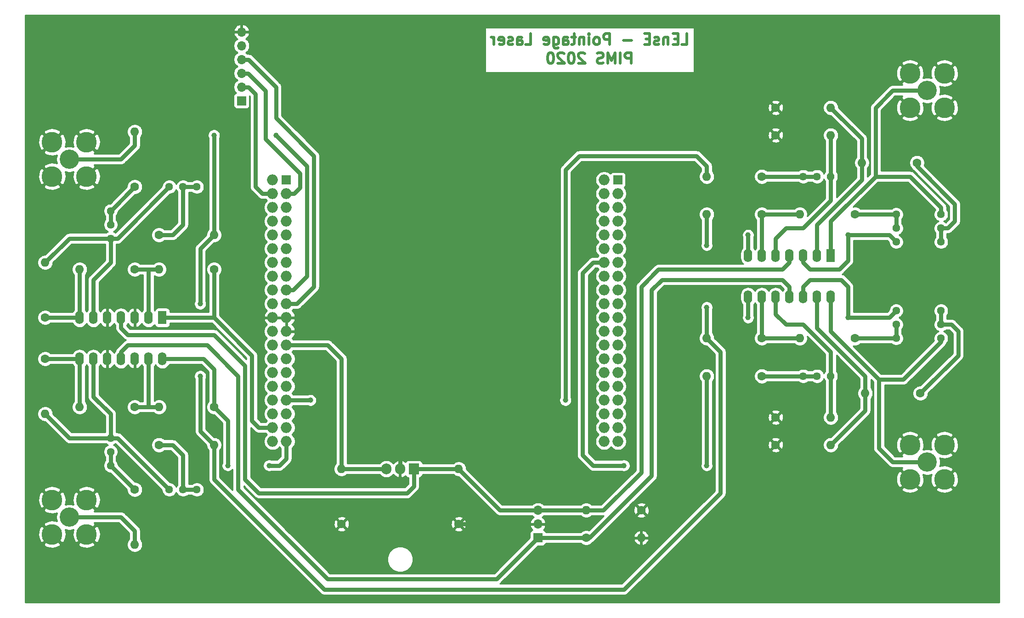
<source format=gbr>
%TF.GenerationSoftware,KiCad,Pcbnew,(5.1.6)-1*%
%TF.CreationDate,2021-01-07T08:24:20+01:00*%
%TF.ProjectId,carteAdaptatrice,63617274-6541-4646-9170-746174726963,rev?*%
%TF.SameCoordinates,Original*%
%TF.FileFunction,Copper,L2,Bot*%
%TF.FilePolarity,Positive*%
%FSLAX46Y46*%
G04 Gerber Fmt 4.6, Leading zero omitted, Abs format (unit mm)*
G04 Created by KiCad (PCBNEW (5.1.6)-1) date 2021-01-07 08:24:20*
%MOMM*%
%LPD*%
G01*
G04 APERTURE LIST*
%TA.AperFunction,NonConductor*%
%ADD10C,0.500000*%
%TD*%
%TA.AperFunction,ComponentPad*%
%ADD11C,1.600000*%
%TD*%
%TA.AperFunction,ComponentPad*%
%ADD12O,1.600000X1.600000*%
%TD*%
%TA.AperFunction,ComponentPad*%
%ADD13R,1.700000X1.700000*%
%TD*%
%TA.AperFunction,ComponentPad*%
%ADD14O,2.000000X2.000000*%
%TD*%
%TA.AperFunction,ComponentPad*%
%ADD15C,3.810000*%
%TD*%
%TA.AperFunction,ComponentPad*%
%ADD16C,3.556000*%
%TD*%
%TA.AperFunction,ComponentPad*%
%ADD17O,1.700000X1.700000*%
%TD*%
%TA.AperFunction,ComponentPad*%
%ADD18C,1.440000*%
%TD*%
%TA.AperFunction,ComponentPad*%
%ADD19O,1.600000X2.400000*%
%TD*%
%TA.AperFunction,ComponentPad*%
%ADD20R,1.600000X2.400000*%
%TD*%
%TA.AperFunction,ComponentPad*%
%ADD21R,1.905000X2.000000*%
%TD*%
%TA.AperFunction,ComponentPad*%
%ADD22O,1.905000X2.000000*%
%TD*%
%TA.AperFunction,ViaPad*%
%ADD23C,1.000000*%
%TD*%
%TA.AperFunction,Conductor*%
%ADD24C,0.800000*%
%TD*%
%TA.AperFunction,Conductor*%
%ADD25C,0.254000*%
%TD*%
G04 APERTURE END LIST*
D10*
X186497380Y-70909761D02*
X187449761Y-70909761D01*
X187449761Y-68909761D01*
X185830714Y-69862142D02*
X185164047Y-69862142D01*
X184878333Y-70909761D02*
X185830714Y-70909761D01*
X185830714Y-68909761D01*
X184878333Y-68909761D01*
X184021190Y-69576428D02*
X184021190Y-70909761D01*
X184021190Y-69766904D02*
X183925952Y-69671666D01*
X183735476Y-69576428D01*
X183449761Y-69576428D01*
X183259285Y-69671666D01*
X183164047Y-69862142D01*
X183164047Y-70909761D01*
X182306904Y-70814523D02*
X182116428Y-70909761D01*
X181735476Y-70909761D01*
X181545000Y-70814523D01*
X181449761Y-70624047D01*
X181449761Y-70528809D01*
X181545000Y-70338333D01*
X181735476Y-70243095D01*
X182021190Y-70243095D01*
X182211666Y-70147857D01*
X182306904Y-69957380D01*
X182306904Y-69862142D01*
X182211666Y-69671666D01*
X182021190Y-69576428D01*
X181735476Y-69576428D01*
X181545000Y-69671666D01*
X180592619Y-69862142D02*
X179925952Y-69862142D01*
X179640238Y-70909761D02*
X180592619Y-70909761D01*
X180592619Y-68909761D01*
X179640238Y-68909761D01*
X177259285Y-70147857D02*
X175735476Y-70147857D01*
X173259285Y-70909761D02*
X173259285Y-68909761D01*
X172497380Y-68909761D01*
X172306904Y-69005000D01*
X172211666Y-69100238D01*
X172116428Y-69290714D01*
X172116428Y-69576428D01*
X172211666Y-69766904D01*
X172306904Y-69862142D01*
X172497380Y-69957380D01*
X173259285Y-69957380D01*
X170973571Y-70909761D02*
X171164047Y-70814523D01*
X171259285Y-70719285D01*
X171354523Y-70528809D01*
X171354523Y-69957380D01*
X171259285Y-69766904D01*
X171164047Y-69671666D01*
X170973571Y-69576428D01*
X170687857Y-69576428D01*
X170497380Y-69671666D01*
X170402142Y-69766904D01*
X170306904Y-69957380D01*
X170306904Y-70528809D01*
X170402142Y-70719285D01*
X170497380Y-70814523D01*
X170687857Y-70909761D01*
X170973571Y-70909761D01*
X169449761Y-70909761D02*
X169449761Y-69576428D01*
X169449761Y-68909761D02*
X169545000Y-69005000D01*
X169449761Y-69100238D01*
X169354523Y-69005000D01*
X169449761Y-68909761D01*
X169449761Y-69100238D01*
X168497380Y-69576428D02*
X168497380Y-70909761D01*
X168497380Y-69766904D02*
X168402142Y-69671666D01*
X168211666Y-69576428D01*
X167925952Y-69576428D01*
X167735476Y-69671666D01*
X167640238Y-69862142D01*
X167640238Y-70909761D01*
X166973571Y-69576428D02*
X166211666Y-69576428D01*
X166687857Y-68909761D02*
X166687857Y-70624047D01*
X166592619Y-70814523D01*
X166402142Y-70909761D01*
X166211666Y-70909761D01*
X164687857Y-70909761D02*
X164687857Y-69862142D01*
X164783095Y-69671666D01*
X164973571Y-69576428D01*
X165354523Y-69576428D01*
X165545000Y-69671666D01*
X164687857Y-70814523D02*
X164878333Y-70909761D01*
X165354523Y-70909761D01*
X165545000Y-70814523D01*
X165640238Y-70624047D01*
X165640238Y-70433571D01*
X165545000Y-70243095D01*
X165354523Y-70147857D01*
X164878333Y-70147857D01*
X164687857Y-70052619D01*
X162878333Y-69576428D02*
X162878333Y-71195476D01*
X162973571Y-71385952D01*
X163068809Y-71481190D01*
X163259285Y-71576428D01*
X163545000Y-71576428D01*
X163735476Y-71481190D01*
X162878333Y-70814523D02*
X163068809Y-70909761D01*
X163449761Y-70909761D01*
X163640238Y-70814523D01*
X163735476Y-70719285D01*
X163830714Y-70528809D01*
X163830714Y-69957380D01*
X163735476Y-69766904D01*
X163640238Y-69671666D01*
X163449761Y-69576428D01*
X163068809Y-69576428D01*
X162878333Y-69671666D01*
X161164047Y-70814523D02*
X161354523Y-70909761D01*
X161735476Y-70909761D01*
X161925952Y-70814523D01*
X162021190Y-70624047D01*
X162021190Y-69862142D01*
X161925952Y-69671666D01*
X161735476Y-69576428D01*
X161354523Y-69576428D01*
X161164047Y-69671666D01*
X161068809Y-69862142D01*
X161068809Y-70052619D01*
X162021190Y-70243095D01*
X157735476Y-70909761D02*
X158687857Y-70909761D01*
X158687857Y-68909761D01*
X156211666Y-70909761D02*
X156211666Y-69862142D01*
X156306904Y-69671666D01*
X156497380Y-69576428D01*
X156878333Y-69576428D01*
X157068809Y-69671666D01*
X156211666Y-70814523D02*
X156402142Y-70909761D01*
X156878333Y-70909761D01*
X157068809Y-70814523D01*
X157164047Y-70624047D01*
X157164047Y-70433571D01*
X157068809Y-70243095D01*
X156878333Y-70147857D01*
X156402142Y-70147857D01*
X156211666Y-70052619D01*
X155354523Y-70814523D02*
X155164047Y-70909761D01*
X154783095Y-70909761D01*
X154592619Y-70814523D01*
X154497380Y-70624047D01*
X154497380Y-70528809D01*
X154592619Y-70338333D01*
X154783095Y-70243095D01*
X155068809Y-70243095D01*
X155259285Y-70147857D01*
X155354523Y-69957380D01*
X155354523Y-69862142D01*
X155259285Y-69671666D01*
X155068809Y-69576428D01*
X154783095Y-69576428D01*
X154592619Y-69671666D01*
X152878333Y-70814523D02*
X153068809Y-70909761D01*
X153449761Y-70909761D01*
X153640238Y-70814523D01*
X153735476Y-70624047D01*
X153735476Y-69862142D01*
X153640238Y-69671666D01*
X153449761Y-69576428D01*
X153068809Y-69576428D01*
X152878333Y-69671666D01*
X152783095Y-69862142D01*
X152783095Y-70052619D01*
X153735476Y-70243095D01*
X151925952Y-70909761D02*
X151925952Y-69576428D01*
X151925952Y-69957380D02*
X151830714Y-69766904D01*
X151735476Y-69671666D01*
X151545000Y-69576428D01*
X151354523Y-69576428D01*
X177211666Y-74409761D02*
X177211666Y-72409761D01*
X176449761Y-72409761D01*
X176259285Y-72505000D01*
X176164047Y-72600238D01*
X176068809Y-72790714D01*
X176068809Y-73076428D01*
X176164047Y-73266904D01*
X176259285Y-73362142D01*
X176449761Y-73457380D01*
X177211666Y-73457380D01*
X175211666Y-74409761D02*
X175211666Y-72409761D01*
X174259285Y-74409761D02*
X174259285Y-72409761D01*
X173592619Y-73838333D01*
X172925952Y-72409761D01*
X172925952Y-74409761D01*
X172068809Y-74314523D02*
X171783095Y-74409761D01*
X171306904Y-74409761D01*
X171116428Y-74314523D01*
X171021190Y-74219285D01*
X170925952Y-74028809D01*
X170925952Y-73838333D01*
X171021190Y-73647857D01*
X171116428Y-73552619D01*
X171306904Y-73457380D01*
X171687857Y-73362142D01*
X171878333Y-73266904D01*
X171973571Y-73171666D01*
X172068809Y-72981190D01*
X172068809Y-72790714D01*
X171973571Y-72600238D01*
X171878333Y-72505000D01*
X171687857Y-72409761D01*
X171211666Y-72409761D01*
X170925952Y-72505000D01*
X168640238Y-72600238D02*
X168545000Y-72505000D01*
X168354523Y-72409761D01*
X167878333Y-72409761D01*
X167687857Y-72505000D01*
X167592619Y-72600238D01*
X167497380Y-72790714D01*
X167497380Y-72981190D01*
X167592619Y-73266904D01*
X168735476Y-74409761D01*
X167497380Y-74409761D01*
X166259285Y-72409761D02*
X166068809Y-72409761D01*
X165878333Y-72505000D01*
X165783095Y-72600238D01*
X165687857Y-72790714D01*
X165592619Y-73171666D01*
X165592619Y-73647857D01*
X165687857Y-74028809D01*
X165783095Y-74219285D01*
X165878333Y-74314523D01*
X166068809Y-74409761D01*
X166259285Y-74409761D01*
X166449761Y-74314523D01*
X166545000Y-74219285D01*
X166640238Y-74028809D01*
X166735476Y-73647857D01*
X166735476Y-73171666D01*
X166640238Y-72790714D01*
X166545000Y-72600238D01*
X166449761Y-72505000D01*
X166259285Y-72409761D01*
X164830714Y-72600238D02*
X164735476Y-72505000D01*
X164545000Y-72409761D01*
X164068809Y-72409761D01*
X163878333Y-72505000D01*
X163783095Y-72600238D01*
X163687857Y-72790714D01*
X163687857Y-72981190D01*
X163783095Y-73266904D01*
X164925952Y-74409761D01*
X163687857Y-74409761D01*
X162449761Y-72409761D02*
X162259285Y-72409761D01*
X162068809Y-72505000D01*
X161973571Y-72600238D01*
X161878333Y-72790714D01*
X161783095Y-73171666D01*
X161783095Y-73647857D01*
X161878333Y-74028809D01*
X161973571Y-74219285D01*
X162068809Y-74314523D01*
X162259285Y-74409761D01*
X162449761Y-74409761D01*
X162640238Y-74314523D01*
X162735476Y-74219285D01*
X162830714Y-74028809D01*
X162925952Y-73647857D01*
X162925952Y-73171666D01*
X162830714Y-72790714D01*
X162735476Y-72600238D01*
X162640238Y-72505000D01*
X162449761Y-72409761D01*
D11*
%TO.P,R22,1*%
%TO.N,Net-(R22-Pad1)*%
X230505000Y-135255000D03*
D12*
%TO.P,R22,2*%
%TO.N,Net-(R20-Pad2)*%
X220345000Y-135255000D03*
%TD*%
D11*
%TO.P,R6,1*%
%TO.N,Net-(R6-Pad1)*%
X69215000Y-128905000D03*
D12*
%TO.P,R6,2*%
%TO.N,Net-(R6-Pad2)*%
X69215000Y-139065000D03*
%TD*%
D13*
%TO.P,J3,1*%
%TO.N,Net-(J3-Pad1)*%
X113665000Y-95885000D03*
D14*
%TO.P,J3,2*%
%TO.N,Net-(J3-Pad2)*%
X111125000Y-95885000D03*
%TO.P,J3,3*%
%TO.N,RX_PC_11*%
X113665000Y-98425000D03*
%TO.P,J3,4*%
%TO.N,TX_PC_10*%
X111125000Y-98425000D03*
%TO.P,J3,5*%
%TO.N,Net-(J3-Pad5)*%
X113665000Y-100965000D03*
%TO.P,J3,6*%
%TO.N,Net-(J3-Pad6)*%
X111125000Y-100965000D03*
%TO.P,J3,7*%
%TO.N,Net-(J3-Pad7)*%
X113665000Y-103505000D03*
%TO.P,J3,8*%
%TO.N,Net-(J3-Pad8)*%
X111125000Y-103505000D03*
%TO.P,J3,9*%
%TO.N,Net-(J3-Pad9)*%
X113665000Y-106045000D03*
%TO.P,J3,10*%
%TO.N,Net-(J3-Pad10)*%
X111125000Y-106045000D03*
%TO.P,J3,11*%
%TO.N,Net-(J3-Pad11)*%
X113665000Y-108585000D03*
%TO.P,J3,12*%
%TO.N,Net-(J3-Pad12)*%
X111125000Y-108585000D03*
%TO.P,J3,13*%
%TO.N,Net-(J3-Pad13)*%
X113665000Y-111125000D03*
%TO.P,J3,14*%
%TO.N,Net-(J3-Pad14)*%
X111125000Y-111125000D03*
%TO.P,J3,15*%
%TO.N,Net-(J3-Pad15)*%
X113665000Y-113665000D03*
%TO.P,J3,16*%
%TO.N,Net-(J3-Pad16)*%
X111125000Y-113665000D03*
%TO.P,J3,17*%
%TO.N,3.3V*%
X113665000Y-116205000D03*
%TO.P,J3,18*%
%TO.N,Net-(J3-Pad18)*%
X111125000Y-116205000D03*
%TO.P,J3,19*%
%TO.N,5V*%
X113665000Y-118745000D03*
%TO.P,J3,20*%
%TO.N,Net-(J3-Pad20)*%
X111125000Y-118745000D03*
%TO.P,J3,21*%
%TO.N,GND*%
X113665000Y-121285000D03*
%TO.P,J3,22*%
X111125000Y-121285000D03*
%TO.P,J3,23*%
X113665000Y-123825000D03*
%TO.P,J3,24*%
%TO.N,Net-(J3-Pad24)*%
X111125000Y-123825000D03*
%TO.P,J3,25*%
%TO.N,Vin*%
X113665000Y-126365000D03*
%TO.P,J3,26*%
%TO.N,Net-(J3-Pad26)*%
X111125000Y-126365000D03*
%TO.P,J3,27*%
%TO.N,Net-(J3-Pad27)*%
X113665000Y-128905000D03*
%TO.P,J3,28*%
%TO.N,Net-(J3-Pad28)*%
X111125000Y-128905000D03*
%TO.P,J3,29*%
%TO.N,Net-(J3-Pad29)*%
X113665000Y-131445000D03*
%TO.P,J3,30*%
%TO.N,Net-(J3-Pad30)*%
X111125000Y-131445000D03*
%TO.P,J3,31*%
%TO.N,Net-(J3-Pad31)*%
X113665000Y-133985000D03*
%TO.P,J3,32*%
%TO.N,Net-(J3-Pad32)*%
X111125000Y-133985000D03*
%TO.P,J3,33*%
%TO.N,V_OUT_X_PA_4*%
X113665000Y-136525000D03*
%TO.P,J3,34*%
%TO.N,Net-(J3-Pad34)*%
X111125000Y-136525000D03*
%TO.P,J3,35*%
%TO.N,Net-(J3-Pad35)*%
X113665000Y-139065000D03*
%TO.P,J3,36*%
%TO.N,Net-(J3-Pad36)*%
X111125000Y-139065000D03*
%TO.P,J3,37*%
%TO.N,Net-(J3-Pad37)*%
X113665000Y-141605000D03*
%TO.P,J3,38*%
%TO.N,V_IN_X_PC_2*%
X111125000Y-141605000D03*
%TO.P,J3,39*%
%TO.N,V_IN_Y_PC_10*%
X113665000Y-144145000D03*
%TO.P,J3,40*%
%TO.N,Net-(J3-Pad40)*%
X111125000Y-144145000D03*
%TD*%
%TO.P,J4,40*%
%TO.N,Net-(J4-Pad40)*%
X172212000Y-144145000D03*
%TO.P,J4,39*%
%TO.N,Net-(J4-Pad39)*%
X174752000Y-144145000D03*
%TO.P,J4,38*%
%TO.N,Net-(J4-Pad38)*%
X172212000Y-141605000D03*
%TO.P,J4,37*%
%TO.N,Net-(J4-Pad37)*%
X174752000Y-141605000D03*
%TO.P,J4,36*%
%TO.N,Net-(J4-Pad36)*%
X172212000Y-139065000D03*
%TO.P,J4,35*%
%TO.N,Net-(J4-Pad35)*%
X174752000Y-139065000D03*
%TO.P,J4,34*%
%TO.N,Net-(J4-Pad34)*%
X172212000Y-136525000D03*
%TO.P,J4,33*%
%TO.N,Net-(J4-Pad33)*%
X174752000Y-136525000D03*
%TO.P,J4,32*%
%TO.N,Net-(J4-Pad32)*%
X172212000Y-133985000D03*
%TO.P,J4,31*%
%TO.N,Net-(J4-Pad31)*%
X174752000Y-133985000D03*
%TO.P,J4,30*%
%TO.N,Net-(J4-Pad30)*%
X172212000Y-131445000D03*
%TO.P,J4,29*%
%TO.N,Net-(J4-Pad29)*%
X174752000Y-131445000D03*
%TO.P,J4,28*%
%TO.N,Net-(J4-Pad28)*%
X172212000Y-128905000D03*
%TO.P,J4,27*%
%TO.N,Net-(J4-Pad27)*%
X174752000Y-128905000D03*
%TO.P,J4,26*%
%TO.N,Net-(J4-Pad26)*%
X172212000Y-126365000D03*
%TO.P,J4,25*%
%TO.N,Net-(J4-Pad25)*%
X174752000Y-126365000D03*
%TO.P,J4,24*%
%TO.N,Net-(J4-Pad24)*%
X172212000Y-123825000D03*
%TO.P,J4,23*%
%TO.N,Net-(J4-Pad23)*%
X174752000Y-123825000D03*
%TO.P,J4,22*%
%TO.N,Net-(J4-Pad22)*%
X172212000Y-121285000D03*
%TO.P,J4,21*%
%TO.N,Net-(J4-Pad21)*%
X174752000Y-121285000D03*
%TO.P,J4,20*%
%TO.N,Net-(J4-Pad20)*%
X172212000Y-118745000D03*
%TO.P,J4,19*%
%TO.N,Net-(J4-Pad19)*%
X174752000Y-118745000D03*
%TO.P,J4,18*%
%TO.N,Net-(J4-Pad18)*%
X172212000Y-116205000D03*
%TO.P,J4,17*%
%TO.N,Net-(J4-Pad17)*%
X174752000Y-116205000D03*
%TO.P,J4,16*%
%TO.N,Net-(J4-Pad16)*%
X172212000Y-113665000D03*
%TO.P,J4,15*%
%TO.N,Net-(J4-Pad15)*%
X174752000Y-113665000D03*
%TO.P,J4,14*%
%TO.N,V_OUT_Y_PA_5*%
X172212000Y-111125000D03*
%TO.P,J4,13*%
%TO.N,Net-(J4-Pad13)*%
X174752000Y-111125000D03*
%TO.P,J4,12*%
%TO.N,Net-(J4-Pad12)*%
X172212000Y-108585000D03*
%TO.P,J4,11*%
%TO.N,Net-(J4-Pad11)*%
X174752000Y-108585000D03*
%TO.P,J4,10*%
%TO.N,Net-(J4-Pad10)*%
X172212000Y-106045000D03*
%TO.P,J4,9*%
%TO.N,Net-(J4-Pad9)*%
X174752000Y-106045000D03*
%TO.P,J4,8*%
%TO.N,Net-(J4-Pad8)*%
X172212000Y-103505000D03*
%TO.P,J4,7*%
%TO.N,Net-(J4-Pad7)*%
X174752000Y-103505000D03*
%TO.P,J4,6*%
%TO.N,Net-(J4-Pad6)*%
X172212000Y-100965000D03*
%TO.P,J4,5*%
%TO.N,Net-(J4-Pad5)*%
X174752000Y-100965000D03*
%TO.P,J4,4*%
%TO.N,Net-(J4-Pad4)*%
X172212000Y-98425000D03*
%TO.P,J4,3*%
%TO.N,Net-(J4-Pad3)*%
X174752000Y-98425000D03*
%TO.P,J4,2*%
%TO.N,Net-(J4-Pad2)*%
X172212000Y-95885000D03*
D13*
%TO.P,J4,1*%
%TO.N,Net-(J4-Pad1)*%
X174752000Y-95885000D03*
%TD*%
D12*
%TO.P,C1,2*%
%TO.N,VCC+*%
X145415000Y-149225000D03*
D11*
%TO.P,C1,1*%
%TO.N,GND*%
X145415000Y-159385000D03*
%TD*%
%TO.P,C2,1*%
%TO.N,GND*%
X123825000Y-159385000D03*
D12*
%TO.P,C2,2*%
%TO.N,Vin*%
X123825000Y-149225000D03*
%TD*%
D11*
%TO.P,C7,1*%
%TO.N,GND*%
X179070000Y-156845000D03*
D12*
%TO.P,C7,2*%
%TO.N,VCC+*%
X168910000Y-156845000D03*
%TD*%
%TO.P,C8,2*%
%TO.N,GND*%
X179070000Y-161925000D03*
D11*
%TO.P,C8,1*%
%TO.N,VCC-*%
X168910000Y-161925000D03*
%TD*%
D15*
%TO.P,J1,2*%
%TO.N,GND*%
X70485000Y-88900000D03*
D16*
%TO.P,J1,1*%
%TO.N,Net-(J1-Pad1)*%
X73660000Y-92075000D03*
D15*
%TO.P,J1,2*%
%TO.N,GND*%
X76835000Y-88900000D03*
X70485000Y-95250000D03*
X76835000Y-95250000D03*
%TD*%
%TO.P,J2,2*%
%TO.N,GND*%
X76835000Y-161290000D03*
X70485000Y-161290000D03*
X76835000Y-154940000D03*
D16*
%TO.P,J2,1*%
%TO.N,Net-(J2-Pad1)*%
X73660000Y-158115000D03*
D15*
%TO.P,J2,2*%
%TO.N,GND*%
X70485000Y-154940000D03*
%TD*%
D13*
%TO.P,J5,1*%
%TO.N,VCC-*%
X160020000Y-161925000D03*
D17*
%TO.P,J5,2*%
%TO.N,GND*%
X160020000Y-159385000D03*
%TO.P,J5,3*%
%TO.N,VCC+*%
X160020000Y-156845000D03*
%TD*%
D15*
%TO.P,J6,2*%
%TO.N,GND*%
X228600000Y-76200000D03*
D16*
%TO.P,J6,1*%
%TO.N,Net-(J6-Pad1)*%
X231775000Y-79375000D03*
D15*
%TO.P,J6,2*%
%TO.N,GND*%
X234950000Y-76200000D03*
X228600000Y-82550000D03*
X234950000Y-82550000D03*
%TD*%
%TO.P,J7,2*%
%TO.N,GND*%
X234950000Y-151130000D03*
X228600000Y-151130000D03*
X234950000Y-144780000D03*
D16*
%TO.P,J7,1*%
%TO.N,Net-(J7-Pad1)*%
X231775000Y-147955000D03*
D15*
%TO.P,J7,2*%
%TO.N,GND*%
X228600000Y-144780000D03*
%TD*%
D13*
%TO.P,J8,1*%
%TO.N,Net-(J8-Pad1)*%
X105410000Y-81280000D03*
D17*
%TO.P,J8,2*%
%TO.N,TX_PC_10*%
X105410000Y-78740000D03*
%TO.P,J8,3*%
%TO.N,RX_PC_11*%
X105410000Y-76200000D03*
%TO.P,J8,4*%
%TO.N,5V*%
X105410000Y-73660000D03*
%TO.P,J8,5*%
%TO.N,Net-(J8-Pad5)*%
X105410000Y-71120000D03*
%TO.P,J8,6*%
%TO.N,GND*%
X105410000Y-68580000D03*
%TD*%
D12*
%TO.P,R1,2*%
%TO.N,3.3V*%
X100330000Y-106045000D03*
D11*
%TO.P,R1,1*%
%TO.N,Net-(R1-Pad1)*%
X90170000Y-106045000D03*
%TD*%
D12*
%TO.P,R2,2*%
%TO.N,Net-(J2-Pad1)*%
X85725000Y-163195000D03*
D11*
%TO.P,R2,1*%
%TO.N,Net-(R2-Pad1)*%
X85725000Y-153035000D03*
%TD*%
D12*
%TO.P,R3,2*%
%TO.N,Net-(J1-Pad1)*%
X85725000Y-86995000D03*
D11*
%TO.P,R3,1*%
%TO.N,Net-(R3-Pad1)*%
X85725000Y-97155000D03*
%TD*%
%TO.P,R4,1*%
%TO.N,Net-(R4-Pad1)*%
X90170000Y-144780000D03*
D12*
%TO.P,R4,2*%
%TO.N,3.3V*%
X100330000Y-144780000D03*
%TD*%
D11*
%TO.P,R5,1*%
%TO.N,Net-(R5-Pad1)*%
X69215000Y-121285000D03*
D12*
%TO.P,R5,2*%
%TO.N,Net-(R5-Pad2)*%
X69215000Y-111125000D03*
%TD*%
D11*
%TO.P,R7,1*%
%TO.N,Net-(R10-Pad2)*%
X85725000Y-112395000D03*
D12*
%TO.P,R7,2*%
%TO.N,Net-(R5-Pad1)*%
X75565000Y-112395000D03*
%TD*%
%TO.P,R8,2*%
%TO.N,Net-(R6-Pad1)*%
X75565000Y-137795000D03*
D11*
%TO.P,R8,1*%
%TO.N,Net-(R12-Pad2)*%
X85725000Y-137795000D03*
%TD*%
D12*
%TO.P,R9,2*%
%TO.N,3.3V*%
X191135000Y-102235000D03*
D11*
%TO.P,R9,1*%
%TO.N,Net-(R11-Pad2)*%
X201295000Y-102235000D03*
%TD*%
D12*
%TO.P,R10,2*%
%TO.N,Net-(R10-Pad2)*%
X90170000Y-112395000D03*
D11*
%TO.P,R10,1*%
%TO.N,V_IN_X_PC_2*%
X100330000Y-112395000D03*
%TD*%
%TO.P,R11,1*%
%TO.N,Net-(R11-Pad1)*%
X218440000Y-102235000D03*
D12*
%TO.P,R11,2*%
%TO.N,Net-(R11-Pad2)*%
X208280000Y-102235000D03*
%TD*%
%TO.P,R12,2*%
%TO.N,Net-(R12-Pad2)*%
X90170000Y-137795000D03*
D11*
%TO.P,R12,1*%
%TO.N,V_IN_Y_PC_10*%
X100330000Y-137795000D03*
%TD*%
D12*
%TO.P,R13,2*%
%TO.N,V_OUT_X_PA_4*%
X191135000Y-95250000D03*
D11*
%TO.P,R13,1*%
%TO.N,Net-(R13-Pad1)*%
X201295000Y-95250000D03*
%TD*%
D12*
%TO.P,R14,2*%
%TO.N,V_OUT_Y_PA_5*%
X191135000Y-132080000D03*
D11*
%TO.P,R14,1*%
%TO.N,Net-(R14-Pad1)*%
X201295000Y-132080000D03*
%TD*%
%TO.P,R15,1*%
%TO.N,Net-(R15-Pad1)*%
X201295000Y-125095000D03*
D12*
%TO.P,R15,2*%
%TO.N,3.3V*%
X191135000Y-125095000D03*
%TD*%
D11*
%TO.P,R16,1*%
%TO.N,GND*%
X203835000Y-87630000D03*
D12*
%TO.P,R16,2*%
%TO.N,Net-(R16-Pad2)*%
X213995000Y-87630000D03*
%TD*%
D11*
%TO.P,R17,1*%
%TO.N,GND*%
X203835000Y-139700000D03*
D12*
%TO.P,R17,2*%
%TO.N,Net-(R17-Pad2)*%
X213995000Y-139700000D03*
%TD*%
%TO.P,R18,2*%
%TO.N,Net-(R15-Pad1)*%
X208280000Y-125095000D03*
D11*
%TO.P,R18,1*%
%TO.N,Net-(R18-Pad1)*%
X218440000Y-125095000D03*
%TD*%
%TO.P,R19,1*%
%TO.N,GND*%
X203835000Y-82550000D03*
D12*
%TO.P,R19,2*%
%TO.N,Net-(R19-Pad2)*%
X213995000Y-82550000D03*
%TD*%
%TO.P,R20,2*%
%TO.N,Net-(R20-Pad2)*%
X213995000Y-144780000D03*
D11*
%TO.P,R20,1*%
%TO.N,GND*%
X203835000Y-144780000D03*
%TD*%
%TO.P,R21,1*%
%TO.N,Net-(R21-Pad1)*%
X229870000Y-92710000D03*
D12*
%TO.P,R21,2*%
%TO.N,Net-(R19-Pad2)*%
X219710000Y-92710000D03*
%TD*%
D18*
%TO.P,RV1,1*%
%TO.N,Net-(R1-Pad1)*%
X97155000Y-97155000D03*
%TO.P,RV1,2*%
X94615000Y-97155000D03*
%TO.P,RV1,3*%
%TO.N,Net-(R5-Pad2)*%
X92075000Y-97155000D03*
%TD*%
%TO.P,RV2,1*%
%TO.N,Net-(R3-Pad1)*%
X81280000Y-101600000D03*
%TO.P,RV2,2*%
X81280000Y-104140000D03*
%TO.P,RV2,3*%
%TO.N,Net-(R5-Pad2)*%
X81280000Y-106680000D03*
%TD*%
%TO.P,RV3,3*%
%TO.N,Net-(RV3-Pad3)*%
X226060000Y-107315000D03*
%TO.P,RV3,2*%
%TO.N,Net-(R11-Pad1)*%
X226060000Y-104775000D03*
%TO.P,RV3,1*%
X226060000Y-102235000D03*
%TD*%
%TO.P,RV4,3*%
%TO.N,Net-(R6-Pad2)*%
X92075000Y-153035000D03*
%TO.P,RV4,2*%
%TO.N,Net-(R4-Pad1)*%
X94615000Y-153035000D03*
%TO.P,RV4,1*%
X97155000Y-153035000D03*
%TD*%
%TO.P,RV5,1*%
%TO.N,Net-(R2-Pad1)*%
X81280000Y-148590000D03*
%TO.P,RV5,2*%
X81280000Y-146050000D03*
%TO.P,RV5,3*%
%TO.N,Net-(R6-Pad2)*%
X81280000Y-143510000D03*
%TD*%
%TO.P,RV6,3*%
%TO.N,Net-(R16-Pad2)*%
X213995000Y-95250000D03*
%TO.P,RV6,2*%
%TO.N,Net-(R13-Pad1)*%
X211455000Y-95250000D03*
%TO.P,RV6,1*%
X208915000Y-95250000D03*
%TD*%
%TO.P,RV7,3*%
%TO.N,Net-(R17-Pad2)*%
X213995000Y-132080000D03*
%TO.P,RV7,2*%
%TO.N,Net-(R14-Pad1)*%
X211455000Y-132080000D03*
%TO.P,RV7,1*%
X208915000Y-132080000D03*
%TD*%
%TO.P,RV8,1*%
%TO.N,Net-(R18-Pad1)*%
X226060000Y-125095000D03*
%TO.P,RV8,2*%
X226060000Y-122555000D03*
%TO.P,RV8,3*%
%TO.N,Net-(RV8-Pad3)*%
X226060000Y-120015000D03*
%TD*%
%TO.P,RV9,1*%
%TO.N,Net-(R21-Pad1)*%
X234315000Y-107315000D03*
%TO.P,RV9,2*%
X234315000Y-104775000D03*
%TO.P,RV9,3*%
%TO.N,Net-(J6-Pad1)*%
X234315000Y-102235000D03*
%TD*%
%TO.P,RV10,3*%
%TO.N,Net-(J7-Pad1)*%
X234315000Y-125095000D03*
%TO.P,RV10,2*%
%TO.N,Net-(R22-Pad1)*%
X234315000Y-122555000D03*
%TO.P,RV10,1*%
X234315000Y-120015000D03*
%TD*%
D19*
%TO.P,U1,14*%
%TO.N,Net-(J7-Pad1)*%
X213995000Y-117475000D03*
%TO.P,U1,7*%
%TO.N,Net-(RV3-Pad3)*%
X198755000Y-109855000D03*
%TO.P,U1,13*%
%TO.N,Net-(R20-Pad2)*%
X211455000Y-117475000D03*
%TO.P,U1,6*%
%TO.N,Net-(R11-Pad2)*%
X201295000Y-109855000D03*
%TO.P,U1,12*%
%TO.N,Net-(RV8-Pad3)*%
X208915000Y-117475000D03*
%TO.P,U1,5*%
%TO.N,Net-(R16-Pad2)*%
X203835000Y-109855000D03*
%TO.P,U1,11*%
%TO.N,VCC-*%
X206375000Y-117475000D03*
%TO.P,U1,4*%
%TO.N,VCC+*%
X206375000Y-109855000D03*
%TO.P,U1,10*%
%TO.N,Net-(R17-Pad2)*%
X203835000Y-117475000D03*
%TO.P,U1,3*%
%TO.N,Net-(RV3-Pad3)*%
X208915000Y-109855000D03*
%TO.P,U1,9*%
%TO.N,Net-(R15-Pad1)*%
X201295000Y-117475000D03*
%TO.P,U1,2*%
%TO.N,Net-(R19-Pad2)*%
X211455000Y-109855000D03*
%TO.P,U1,8*%
%TO.N,Net-(RV8-Pad3)*%
X198755000Y-117475000D03*
D20*
%TO.P,U1,1*%
%TO.N,Net-(J6-Pad1)*%
X213995000Y-109855000D03*
%TD*%
D21*
%TO.P,U2,1*%
%TO.N,VCC+*%
X137160000Y-149225000D03*
D22*
%TO.P,U2,2*%
%TO.N,GND*%
X134620000Y-149225000D03*
%TO.P,U2,3*%
%TO.N,Vin*%
X132080000Y-149225000D03*
%TD*%
D20*
%TO.P,U3,1*%
%TO.N,V_IN_X_PC_2*%
X90805000Y-121285000D03*
D19*
%TO.P,U3,8*%
%TO.N,Net-(R6-Pad1)*%
X75565000Y-128905000D03*
%TO.P,U3,2*%
%TO.N,Net-(R10-Pad2)*%
X88265000Y-121285000D03*
%TO.P,U3,9*%
%TO.N,Net-(R6-Pad2)*%
X78105000Y-128905000D03*
%TO.P,U3,3*%
%TO.N,GND*%
X85725000Y-121285000D03*
%TO.P,U3,10*%
X80645000Y-128905000D03*
%TO.P,U3,4*%
%TO.N,VCC+*%
X83185000Y-121285000D03*
%TO.P,U3,11*%
%TO.N,VCC-*%
X83185000Y-128905000D03*
%TO.P,U3,5*%
%TO.N,GND*%
X80645000Y-121285000D03*
%TO.P,U3,12*%
X85725000Y-128905000D03*
%TO.P,U3,6*%
%TO.N,Net-(R5-Pad2)*%
X78105000Y-121285000D03*
%TO.P,U3,13*%
%TO.N,Net-(R12-Pad2)*%
X88265000Y-128905000D03*
%TO.P,U3,7*%
%TO.N,Net-(R5-Pad1)*%
X75565000Y-121285000D03*
%TO.P,U3,14*%
%TO.N,V_IN_Y_PC_10*%
X90805000Y-128905000D03*
%TD*%
D23*
%TO.N,GND*%
X150495000Y-159385000D03*
X150495000Y-149225000D03*
%TO.N,3.3V*%
X191135000Y-119380000D03*
X191135000Y-107950000D03*
X97790000Y-132080000D03*
X97790000Y-118745000D03*
X111760000Y-87630000D03*
X100330000Y-87630000D03*
%TO.N,V_OUT_X_PA_4*%
X118110000Y-136525000D03*
X165100000Y-136525000D03*
%TO.N,V_IN_Y_PC_10*%
X102870016Y-148590000D03*
X110490000Y-148590000D03*
%TO.N,V_OUT_Y_PA_5*%
X175895000Y-148590000D03*
X191135000Y-148590000D03*
%TO.N,Net-(RV3-Pad3)*%
X198755000Y-106045000D03*
X217170000Y-106045000D03*
%TO.N,Net-(RV8-Pad3)*%
X198755000Y-121285000D03*
X217170010Y-121285000D03*
%TD*%
D24*
%TO.N,GND*%
X145415000Y-159385000D02*
X150495000Y-159385000D01*
X134620000Y-145415000D02*
X134620000Y-149225000D01*
X150495000Y-149225000D02*
X150495000Y-147955000D01*
X147955000Y-145415000D02*
X134620000Y-145415000D01*
X150495000Y-147955000D02*
X147955000Y-145415000D01*
%TO.N,VCC+*%
X160020000Y-156845000D02*
X168910000Y-156845000D01*
X153035000Y-156845000D02*
X145415000Y-149225000D01*
X160020000Y-156845000D02*
X153035000Y-156845000D01*
X137160000Y-149225000D02*
X145415000Y-149225000D01*
X83185000Y-123190000D02*
X83185000Y-121285000D01*
X100330000Y-124460000D02*
X84455000Y-124460000D01*
X137160000Y-152400000D02*
X135890000Y-153670000D01*
X84455000Y-124460000D02*
X83185000Y-123190000D01*
X106045000Y-130175000D02*
X100330000Y-124460000D01*
X137160000Y-149225000D02*
X137160000Y-152400000D01*
X135890000Y-153670000D02*
X108585000Y-153670000D01*
X108585000Y-153670000D02*
X106045000Y-151130000D01*
X106045000Y-151130000D02*
X106045000Y-130175000D01*
X206375000Y-111125000D02*
X206375000Y-109855000D01*
X205105000Y-112395000D02*
X206375000Y-111125000D01*
X172085000Y-156845000D02*
X179070000Y-149860000D01*
X182245000Y-112395000D02*
X205105000Y-112395000D01*
X168910000Y-156845000D02*
X172085000Y-156845000D01*
X179070000Y-115570000D02*
X182245000Y-112395000D01*
X179070000Y-149860000D02*
X179070000Y-115570000D01*
%TO.N,VCC-*%
X168910000Y-161925000D02*
X160020000Y-161925000D01*
X84455000Y-126365000D02*
X83185000Y-127635000D01*
X99060000Y-126365000D02*
X84455000Y-126365000D01*
X152400000Y-169545000D02*
X121285000Y-169545000D01*
X83185000Y-127635000D02*
X83185000Y-128905000D01*
X160020000Y-161925000D02*
X152400000Y-169545000D01*
X121285000Y-169545000D02*
X104775000Y-153035000D01*
X104775000Y-153035000D02*
X104775000Y-132080000D01*
X104775000Y-132080000D02*
X99060000Y-126365000D01*
X206375000Y-115570000D02*
X206375000Y-117475000D01*
X205105000Y-114300000D02*
X206375000Y-115570000D01*
X169545000Y-161925000D02*
X180975000Y-150495000D01*
X168910000Y-161925000D02*
X169545000Y-161925000D01*
X180975000Y-150495000D02*
X180975000Y-116205000D01*
X180975000Y-116205000D02*
X182880000Y-114300000D01*
X182880000Y-114300000D02*
X205105000Y-114300000D01*
%TO.N,Net-(J1-Pad1)*%
X73660000Y-92075000D02*
X83185000Y-92075000D01*
X85725000Y-89535000D02*
X85725000Y-86995000D01*
X83185000Y-92075000D02*
X85725000Y-89535000D01*
%TO.N,Net-(J2-Pad1)*%
X73660000Y-158115000D02*
X83185000Y-158115000D01*
X85725000Y-160655000D02*
X85725000Y-163195000D01*
X83185000Y-158115000D02*
X85725000Y-160655000D01*
%TO.N,3.3V*%
X191135000Y-125095000D02*
X191135000Y-119380000D01*
X191135000Y-107950000D02*
X191135000Y-102235000D01*
X100330000Y-144780000D02*
X97790000Y-142240000D01*
X97790000Y-142240000D02*
X97790000Y-132080000D01*
X97790000Y-108585000D02*
X100330000Y-106045000D01*
X97790000Y-118745000D02*
X97790000Y-108585000D01*
X193675000Y-127635000D02*
X191135000Y-125095000D01*
X100330000Y-151130000D02*
X120650000Y-171450000D01*
X120650000Y-171450000D02*
X175895000Y-171450000D01*
X193675000Y-153670000D02*
X193675000Y-127635000D01*
X100330000Y-144780000D02*
X100330000Y-151130000D01*
X175895000Y-171450000D02*
X193675000Y-153670000D01*
X100330000Y-106045000D02*
X100330000Y-87630000D01*
X117475000Y-93345000D02*
X111760000Y-87630000D01*
X117475000Y-113665000D02*
X117475000Y-93345000D01*
X113665000Y-116205000D02*
X114935000Y-116205000D01*
X114935000Y-116205000D02*
X117475000Y-113665000D01*
%TO.N,5V*%
X115570000Y-118745000D02*
X113665000Y-118745000D01*
X106680000Y-73660000D02*
X111760000Y-78740000D01*
X111760000Y-84455000D02*
X118745000Y-91440000D01*
X105410000Y-73660000D02*
X106680000Y-73660000D01*
X118745000Y-115570000D02*
X115570000Y-118745000D01*
X111760000Y-78740000D02*
X111760000Y-84455000D01*
X118745000Y-91440000D02*
X118745000Y-115570000D01*
%TO.N,Net-(R1-Pad1)*%
X94615000Y-97155000D02*
X94615000Y-104140000D01*
X92710000Y-106045000D02*
X90170000Y-106045000D01*
X94615000Y-104140000D02*
X92710000Y-106045000D01*
X97155000Y-97155000D02*
X94615000Y-97155000D01*
%TO.N,Net-(R2-Pad1)*%
X81280000Y-148590000D02*
X81280000Y-146050000D01*
X81280000Y-148590000D02*
X85725000Y-153035000D01*
%TO.N,Net-(R11-Pad2)*%
X201295000Y-109855000D02*
X201295000Y-102235000D01*
X201295000Y-102235000D02*
X208280000Y-102235000D01*
%TO.N,Net-(R11-Pad1)*%
X218440000Y-102235000D02*
X226060000Y-102235000D01*
X226060000Y-102235000D02*
X226060000Y-104775000D01*
%TO.N,Vin*%
X132080000Y-149225000D02*
X123825000Y-149225000D01*
X113665000Y-126365000D02*
X121285000Y-126365000D01*
X121285000Y-126365000D02*
X123825000Y-128905000D01*
X123825000Y-128905000D02*
X123825000Y-149225000D01*
%TO.N,RX_PC_11*%
X116205000Y-94722499D02*
X109855000Y-88372499D01*
X115079213Y-98425000D02*
X116205000Y-97299213D01*
X109855000Y-79442919D02*
X106612081Y-76200000D01*
X116205000Y-97299213D02*
X116205000Y-94722499D01*
X109855000Y-88372499D02*
X109855000Y-79442919D01*
X113665000Y-98425000D02*
X115079213Y-98425000D01*
X106612081Y-76200000D02*
X105410000Y-76200000D01*
%TO.N,TX_PC_10*%
X106680000Y-78740000D02*
X105410000Y-78740000D01*
X107950000Y-80010000D02*
X106680000Y-78740000D01*
X107950000Y-97155000D02*
X107950000Y-80010000D01*
X111125000Y-98425000D02*
X109220000Y-98425000D01*
X109220000Y-98425000D02*
X107950000Y-97155000D01*
%TO.N,V_OUT_X_PA_4*%
X113665000Y-136525000D02*
X118110000Y-136525000D01*
X165100000Y-136525000D02*
X165100000Y-93980000D01*
X165100000Y-93980000D02*
X167640000Y-91440000D01*
X167640000Y-91440000D02*
X189230000Y-91440000D01*
X191135000Y-93345000D02*
X191135000Y-95250000D01*
X189230000Y-91440000D02*
X191135000Y-93345000D01*
%TO.N,V_IN_X_PC_2*%
X100330000Y-112395000D02*
X100330000Y-121285000D01*
X100330000Y-121285000D02*
X90805000Y-121285000D01*
X107315000Y-128270000D02*
X100330000Y-121285000D01*
X107315000Y-140335000D02*
X107315000Y-128270000D01*
X111125000Y-141605000D02*
X108585000Y-141605000D01*
X108585000Y-141605000D02*
X107315000Y-140335000D01*
%TO.N,V_IN_Y_PC_10*%
X102870016Y-140335016D02*
X102870016Y-148590000D01*
X100330000Y-137795000D02*
X102870016Y-140335016D01*
X112395000Y-148590000D02*
X110490000Y-148590000D01*
X113665000Y-144145000D02*
X113665000Y-147320000D01*
X113665000Y-147320000D02*
X112395000Y-148590000D01*
X90805000Y-128905000D02*
X98425000Y-128905000D01*
X100330000Y-130810000D02*
X100330000Y-137795000D01*
X98425000Y-128905000D02*
X100330000Y-130810000D01*
%TO.N,V_OUT_Y_PA_5*%
X172212000Y-111125000D02*
X170815000Y-111125000D01*
X170815000Y-111125000D02*
X170180000Y-111125000D01*
X170180000Y-111125000D02*
X168275000Y-113030000D01*
X168275000Y-113030000D02*
X168275000Y-146685000D01*
X168275000Y-146685000D02*
X170180000Y-148590000D01*
X170180000Y-148590000D02*
X175895000Y-148590000D01*
X191135000Y-148590000D02*
X191135000Y-132080000D01*
%TO.N,Net-(J6-Pad1)*%
X213995000Y-103505000D02*
X213995000Y-109855000D01*
X222250000Y-95250000D02*
X213995000Y-103505000D01*
X222250000Y-82550000D02*
X225425000Y-79375000D01*
X225425000Y-79375000D02*
X231775000Y-79375000D01*
X222250000Y-95250000D02*
X222250000Y-82550000D01*
X228600000Y-95250000D02*
X222250000Y-95250000D01*
X234315000Y-102235000D02*
X234315000Y-100965000D01*
X234315000Y-100965000D02*
X228600000Y-95250000D01*
%TO.N,Net-(J7-Pad1)*%
X234315000Y-125730000D02*
X234315000Y-125095000D01*
X227330000Y-132715000D02*
X234315000Y-125730000D01*
X222885000Y-132715000D02*
X227330000Y-132715000D01*
X213995000Y-117475000D02*
X213995000Y-123825000D01*
X213995000Y-123825000D02*
X222885000Y-132715000D01*
X231775000Y-147955000D02*
X225425000Y-147955000D01*
X222885000Y-145415000D02*
X222885000Y-132715000D01*
X225425000Y-147955000D02*
X222885000Y-145415000D01*
%TO.N,Net-(R3-Pad1)*%
X81280000Y-104140000D02*
X81280000Y-101600000D01*
X81280000Y-101600000D02*
X85725000Y-97155000D01*
%TO.N,Net-(R4-Pad1)*%
X90170000Y-144780000D02*
X92710000Y-144780000D01*
X94615000Y-146685000D02*
X94615000Y-153035000D01*
X92710000Y-144780000D02*
X94615000Y-146685000D01*
X97155000Y-153035000D02*
X94615000Y-153035000D01*
%TO.N,Net-(R5-Pad1)*%
X75565000Y-121285000D02*
X75565000Y-112395000D01*
X75565000Y-121285000D02*
X69215000Y-121285000D01*
%TO.N,Net-(R5-Pad2)*%
X81280000Y-106680000D02*
X78105000Y-106680000D01*
X82550000Y-106680000D02*
X92075000Y-97155000D01*
X81280000Y-106680000D02*
X82550000Y-106680000D01*
X69215000Y-111125000D02*
X73660000Y-106680000D01*
X73660000Y-106680000D02*
X78105000Y-106680000D01*
X78105000Y-121285000D02*
X78105000Y-114300000D01*
X78105000Y-114300000D02*
X81280000Y-111125000D01*
X81280000Y-111125000D02*
X81280000Y-106680000D01*
%TO.N,Net-(R6-Pad1)*%
X75565000Y-128905000D02*
X75565000Y-137795000D01*
X69215000Y-128905000D02*
X75565000Y-128905000D01*
%TO.N,Net-(R6-Pad2)*%
X82550000Y-143510000D02*
X81280000Y-143510000D01*
X92075000Y-153035000D02*
X82550000Y-143510000D01*
X78105000Y-143510000D02*
X81280000Y-143510000D01*
X69215000Y-139065000D02*
X73660000Y-143510000D01*
X73660000Y-143510000D02*
X78105000Y-143510000D01*
X78105000Y-128905000D02*
X78105000Y-135890000D01*
X81280000Y-139065000D02*
X81280000Y-143510000D01*
X78105000Y-135890000D02*
X81280000Y-139065000D01*
%TO.N,Net-(R10-Pad2)*%
X88265000Y-121285000D02*
X88265000Y-112395000D01*
X88265000Y-112395000D02*
X85725000Y-112395000D01*
X90170000Y-112395000D02*
X88900000Y-112395000D01*
X88900000Y-112395000D02*
X88265000Y-112395000D01*
%TO.N,Net-(R12-Pad2)*%
X88265000Y-128905000D02*
X88265000Y-137795000D01*
X88265000Y-137795000D02*
X85725000Y-137795000D01*
X90170000Y-137795000D02*
X88265000Y-137795000D01*
%TO.N,Net-(R13-Pad1)*%
X211455000Y-95250000D02*
X208915000Y-95250000D01*
X208915000Y-95250000D02*
X201295000Y-95250000D01*
%TO.N,Net-(R14-Pad1)*%
X211455000Y-132080000D02*
X208915000Y-132080000D01*
X208915000Y-132080000D02*
X201295000Y-132080000D01*
%TO.N,Net-(R15-Pad1)*%
X201295000Y-125095000D02*
X201295000Y-117475000D01*
X201295000Y-125095000D02*
X208280000Y-125095000D01*
%TO.N,Net-(R16-Pad2)*%
X213995000Y-95250000D02*
X213995000Y-87630000D01*
X213995000Y-99695000D02*
X213995000Y-95250000D01*
X205740000Y-104775000D02*
X208915000Y-104775000D01*
X208915000Y-104775000D02*
X213995000Y-99695000D01*
X203835000Y-109855000D02*
X203835000Y-106680000D01*
X203835000Y-106680000D02*
X205740000Y-104775000D01*
%TO.N,Net-(R17-Pad2)*%
X213995000Y-127635000D02*
X213995000Y-132080000D01*
X208915000Y-122555000D02*
X213995000Y-127635000D01*
X203835000Y-117475000D02*
X203835000Y-120650000D01*
X205740000Y-122555000D02*
X208915000Y-122555000D01*
X203835000Y-120650000D02*
X205740000Y-122555000D01*
X213995000Y-132080000D02*
X213995000Y-139700000D01*
%TO.N,Net-(R18-Pad1)*%
X226060000Y-122555000D02*
X226060000Y-125095000D01*
X226060000Y-125095000D02*
X218440000Y-125095000D01*
%TO.N,Net-(R19-Pad2)*%
X211455000Y-109855000D02*
X211455000Y-104140000D01*
X219710000Y-95885000D02*
X219710000Y-92710000D01*
X211455000Y-104140000D02*
X219710000Y-95885000D01*
X219710000Y-88265000D02*
X213995000Y-82550000D01*
X219710000Y-92710000D02*
X219710000Y-88265000D01*
%TO.N,Net-(R20-Pad2)*%
X220345000Y-132080000D02*
X220345000Y-135255000D01*
X211455000Y-117475000D02*
X211455000Y-123190000D01*
X211455000Y-123190000D02*
X220345000Y-132080000D01*
X220345000Y-138430000D02*
X220345000Y-135255000D01*
X213995000Y-144780000D02*
X220345000Y-138430000D01*
%TO.N,Net-(R21-Pad1)*%
X234315000Y-107315000D02*
X234315000Y-104775000D01*
X234315000Y-104775000D02*
X235585000Y-104775000D01*
X235585000Y-104775000D02*
X236855000Y-103505000D01*
X236855000Y-103505000D02*
X236855000Y-100330000D01*
X229870000Y-93345000D02*
X229870000Y-92710000D01*
X236855000Y-100330000D02*
X229870000Y-93345000D01*
%TO.N,Net-(R22-Pad1)*%
X230505000Y-135255000D02*
X237490000Y-128270000D01*
X237490000Y-128270000D02*
X237490000Y-123825000D01*
X237490000Y-123825000D02*
X236220000Y-122555000D01*
X236220000Y-122555000D02*
X234315000Y-122555000D01*
X234315000Y-120015000D02*
X234315000Y-122555000D01*
%TO.N,Net-(RV3-Pad3)*%
X198755000Y-106045000D02*
X198755000Y-109855000D01*
X226060000Y-107315000D02*
X224790000Y-106045000D01*
X224790000Y-106045000D02*
X217170000Y-106045000D01*
X217170000Y-110807500D02*
X217170000Y-106045000D01*
X215582500Y-112395000D02*
X217170000Y-110807500D01*
X210185000Y-112395000D02*
X215582500Y-112395000D01*
X208915000Y-109855000D02*
X208915000Y-111125000D01*
X208915000Y-111125000D02*
X210185000Y-112395000D01*
%TO.N,Net-(RV8-Pad3)*%
X198755000Y-117475000D02*
X198755000Y-121285000D01*
X226060000Y-120015000D02*
X224790000Y-121285000D01*
X224790000Y-121285000D02*
X217170010Y-121285000D01*
X217170010Y-115570010D02*
X217170010Y-121285000D01*
X210185000Y-114300000D02*
X215900000Y-114300000D01*
X215900000Y-114300000D02*
X217170010Y-115570010D01*
X208915000Y-117475000D02*
X208915000Y-115570000D01*
X208915000Y-115570000D02*
X210185000Y-114300000D01*
%TD*%
D25*
%TO.N,GND*%
G36*
X245010001Y-173890000D02*
G01*
X65505000Y-173890000D01*
X65505000Y-163069907D01*
X68884699Y-163069907D01*
X69089405Y-163426937D01*
X69533117Y-163658143D01*
X70013409Y-163798343D01*
X70511823Y-163842149D01*
X71009208Y-163787877D01*
X71486447Y-163637613D01*
X71880595Y-163426937D01*
X72085301Y-163069907D01*
X75234699Y-163069907D01*
X75439405Y-163426937D01*
X75883117Y-163658143D01*
X76363409Y-163798343D01*
X76861823Y-163842149D01*
X77359208Y-163787877D01*
X77836447Y-163637613D01*
X78230595Y-163426937D01*
X78435301Y-163069907D01*
X76835000Y-161469605D01*
X75234699Y-163069907D01*
X72085301Y-163069907D01*
X70485000Y-161469605D01*
X68884699Y-163069907D01*
X65505000Y-163069907D01*
X65505000Y-161316823D01*
X67932851Y-161316823D01*
X67987123Y-161814208D01*
X68137387Y-162291447D01*
X68348063Y-162685595D01*
X68705093Y-162890301D01*
X70305395Y-161290000D01*
X68705093Y-159689699D01*
X68348063Y-159894405D01*
X68116857Y-160338117D01*
X67976657Y-160818409D01*
X67932851Y-161316823D01*
X65505000Y-161316823D01*
X65505000Y-156719907D01*
X68884699Y-156719907D01*
X69089405Y-157076937D01*
X69533117Y-157308143D01*
X70013409Y-157448343D01*
X70511823Y-157492149D01*
X71009208Y-157437877D01*
X71376574Y-157322208D01*
X71339731Y-157411154D01*
X71247000Y-157877340D01*
X71247000Y-158352660D01*
X71339731Y-158818846D01*
X71374906Y-158903766D01*
X70956591Y-158781657D01*
X70458177Y-158737851D01*
X69960792Y-158792123D01*
X69483553Y-158942387D01*
X69089405Y-159153063D01*
X68884699Y-159510093D01*
X70485000Y-161110395D01*
X70499143Y-161096253D01*
X70678748Y-161275858D01*
X70664605Y-161290000D01*
X72264907Y-162890301D01*
X72621937Y-162685595D01*
X72853143Y-162241883D01*
X72993343Y-161761591D01*
X73037149Y-161263177D01*
X72982877Y-160765792D01*
X72867208Y-160398426D01*
X72956154Y-160435269D01*
X73422340Y-160528000D01*
X73897660Y-160528000D01*
X74363846Y-160435269D01*
X74448766Y-160400094D01*
X74326657Y-160818409D01*
X74282851Y-161316823D01*
X74337123Y-161814208D01*
X74487387Y-162291447D01*
X74698063Y-162685595D01*
X75055093Y-162890301D01*
X76655395Y-161290000D01*
X77014605Y-161290000D01*
X78614907Y-162890301D01*
X78971937Y-162685595D01*
X79203143Y-162241883D01*
X79343343Y-161761591D01*
X79387149Y-161263177D01*
X79332877Y-160765792D01*
X79182613Y-160288553D01*
X78971937Y-159894405D01*
X78614907Y-159689699D01*
X77014605Y-161290000D01*
X76655395Y-161290000D01*
X76641253Y-161275858D01*
X76820858Y-161096253D01*
X76835000Y-161110395D01*
X78435301Y-159510093D01*
X78230595Y-159153063D01*
X78224717Y-159150000D01*
X82756290Y-159150000D01*
X84690000Y-161083711D01*
X84690001Y-162200603D01*
X84610363Y-162280241D01*
X84453320Y-162515273D01*
X84345147Y-162776426D01*
X84290000Y-163053665D01*
X84290000Y-163336335D01*
X84345147Y-163613574D01*
X84453320Y-163874727D01*
X84610363Y-164109759D01*
X84810241Y-164309637D01*
X85045273Y-164466680D01*
X85306426Y-164574853D01*
X85583665Y-164630000D01*
X85866335Y-164630000D01*
X86143574Y-164574853D01*
X86404727Y-164466680D01*
X86639759Y-164309637D01*
X86839637Y-164109759D01*
X86996680Y-163874727D01*
X87104853Y-163613574D01*
X87160000Y-163336335D01*
X87160000Y-163053665D01*
X87104853Y-162776426D01*
X86996680Y-162515273D01*
X86839637Y-162280241D01*
X86760000Y-162200604D01*
X86760000Y-160705827D01*
X86765006Y-160654999D01*
X86760000Y-160604171D01*
X86760000Y-160604162D01*
X86745024Y-160452105D01*
X86685841Y-160257007D01*
X86616091Y-160126514D01*
X86589734Y-160077202D01*
X86492803Y-159959092D01*
X86460396Y-159919604D01*
X86420908Y-159887197D01*
X83952807Y-157419097D01*
X83920396Y-157379604D01*
X83762797Y-157250266D01*
X83582993Y-157154159D01*
X83387895Y-157094976D01*
X83235838Y-157080000D01*
X83235828Y-157080000D01*
X83185000Y-157074994D01*
X83134172Y-157080000D01*
X78224865Y-157080000D01*
X78230595Y-157076937D01*
X78435301Y-156719907D01*
X76835000Y-155119605D01*
X76820858Y-155133748D01*
X76641253Y-154954143D01*
X76655395Y-154940000D01*
X77014605Y-154940000D01*
X78614907Y-156540301D01*
X78971937Y-156335595D01*
X79203143Y-155891883D01*
X79343343Y-155411591D01*
X79387149Y-154913177D01*
X79332877Y-154415792D01*
X79182613Y-153938553D01*
X78971937Y-153544405D01*
X78614907Y-153339699D01*
X77014605Y-154940000D01*
X76655395Y-154940000D01*
X75055093Y-153339699D01*
X74698063Y-153544405D01*
X74466857Y-153988117D01*
X74326657Y-154468409D01*
X74282851Y-154966823D01*
X74337123Y-155464208D01*
X74452792Y-155831574D01*
X74363846Y-155794731D01*
X73897660Y-155702000D01*
X73422340Y-155702000D01*
X72956154Y-155794731D01*
X72871234Y-155829906D01*
X72993343Y-155411591D01*
X73037149Y-154913177D01*
X72982877Y-154415792D01*
X72832613Y-153938553D01*
X72621937Y-153544405D01*
X72264907Y-153339699D01*
X70664605Y-154940000D01*
X70678748Y-154954143D01*
X70499143Y-155133748D01*
X70485000Y-155119605D01*
X68884699Y-156719907D01*
X65505000Y-156719907D01*
X65505000Y-154966823D01*
X67932851Y-154966823D01*
X67987123Y-155464208D01*
X68137387Y-155941447D01*
X68348063Y-156335595D01*
X68705093Y-156540301D01*
X70305395Y-154940000D01*
X68705093Y-153339699D01*
X68348063Y-153544405D01*
X68116857Y-153988117D01*
X67976657Y-154468409D01*
X67932851Y-154966823D01*
X65505000Y-154966823D01*
X65505000Y-153160093D01*
X68884699Y-153160093D01*
X70485000Y-154760395D01*
X72085301Y-153160093D01*
X75234699Y-153160093D01*
X76835000Y-154760395D01*
X78435301Y-153160093D01*
X78230595Y-152803063D01*
X77786883Y-152571857D01*
X77306591Y-152431657D01*
X76808177Y-152387851D01*
X76310792Y-152442123D01*
X75833553Y-152592387D01*
X75439405Y-152803063D01*
X75234699Y-153160093D01*
X72085301Y-153160093D01*
X71880595Y-152803063D01*
X71436883Y-152571857D01*
X70956591Y-152431657D01*
X70458177Y-152387851D01*
X69960792Y-152442123D01*
X69483553Y-152592387D01*
X69089405Y-152803063D01*
X68884699Y-153160093D01*
X65505000Y-153160093D01*
X65505000Y-128763665D01*
X67780000Y-128763665D01*
X67780000Y-129046335D01*
X67835147Y-129323574D01*
X67943320Y-129584727D01*
X68100363Y-129819759D01*
X68300241Y-130019637D01*
X68535273Y-130176680D01*
X68796426Y-130284853D01*
X69073665Y-130340000D01*
X69356335Y-130340000D01*
X69633574Y-130284853D01*
X69894727Y-130176680D01*
X70129759Y-130019637D01*
X70209396Y-129940000D01*
X74277286Y-129940000D01*
X74366068Y-130106100D01*
X74530000Y-130305852D01*
X74530001Y-136800603D01*
X74450363Y-136880241D01*
X74293320Y-137115273D01*
X74185147Y-137376426D01*
X74130000Y-137653665D01*
X74130000Y-137936335D01*
X74185147Y-138213574D01*
X74293320Y-138474727D01*
X74450363Y-138709759D01*
X74650241Y-138909637D01*
X74885273Y-139066680D01*
X75146426Y-139174853D01*
X75423665Y-139230000D01*
X75706335Y-139230000D01*
X75983574Y-139174853D01*
X76244727Y-139066680D01*
X76479759Y-138909637D01*
X76679637Y-138709759D01*
X76836680Y-138474727D01*
X76944853Y-138213574D01*
X77000000Y-137936335D01*
X77000000Y-137653665D01*
X76944853Y-137376426D01*
X76836680Y-137115273D01*
X76679637Y-136880241D01*
X76600000Y-136800604D01*
X76600000Y-130305852D01*
X76763932Y-130106101D01*
X76835000Y-129973142D01*
X76906068Y-130106100D01*
X77070000Y-130305852D01*
X77070001Y-135839162D01*
X77064994Y-135890000D01*
X77070001Y-135940838D01*
X77074882Y-135990396D01*
X77084977Y-136092895D01*
X77144160Y-136287993D01*
X77240266Y-136467797D01*
X77328933Y-136575837D01*
X77369605Y-136625396D01*
X77409092Y-136657802D01*
X80245000Y-139493711D01*
X80245001Y-142475000D01*
X74088711Y-142475000D01*
X70650000Y-139036290D01*
X70650000Y-138923665D01*
X70594853Y-138646426D01*
X70486680Y-138385273D01*
X70329637Y-138150241D01*
X70129759Y-137950363D01*
X69894727Y-137793320D01*
X69633574Y-137685147D01*
X69356335Y-137630000D01*
X69073665Y-137630000D01*
X68796426Y-137685147D01*
X68535273Y-137793320D01*
X68300241Y-137950363D01*
X68100363Y-138150241D01*
X67943320Y-138385273D01*
X67835147Y-138646426D01*
X67780000Y-138923665D01*
X67780000Y-139206335D01*
X67835147Y-139483574D01*
X67943320Y-139744727D01*
X68100363Y-139979759D01*
X68300241Y-140179637D01*
X68535273Y-140336680D01*
X68796426Y-140444853D01*
X69073665Y-140500000D01*
X69186290Y-140500000D01*
X72892196Y-144205907D01*
X72924604Y-144245396D01*
X72964092Y-144277803D01*
X73082202Y-144374734D01*
X73178309Y-144426104D01*
X73262007Y-144470841D01*
X73457105Y-144530024D01*
X73609162Y-144545000D01*
X73609171Y-144545000D01*
X73659999Y-144550006D01*
X73710827Y-144545000D01*
X80398741Y-144545000D01*
X80416238Y-144562497D01*
X80638167Y-144710785D01*
X80805266Y-144780000D01*
X80638167Y-144849215D01*
X80416238Y-144997503D01*
X80227503Y-145186238D01*
X80079215Y-145408167D01*
X79977072Y-145654761D01*
X79925000Y-145916544D01*
X79925000Y-146183456D01*
X79977072Y-146445239D01*
X80079215Y-146691833D01*
X80227503Y-146913762D01*
X80245001Y-146931260D01*
X80245000Y-147708741D01*
X80227503Y-147726238D01*
X80079215Y-147948167D01*
X79977072Y-148194761D01*
X79925000Y-148456544D01*
X79925000Y-148723456D01*
X79977072Y-148985239D01*
X80079215Y-149231833D01*
X80227503Y-149453762D01*
X80416238Y-149642497D01*
X80638167Y-149790785D01*
X80884761Y-149892928D01*
X81146544Y-149945000D01*
X81171290Y-149945000D01*
X84290000Y-153063711D01*
X84290000Y-153176335D01*
X84345147Y-153453574D01*
X84453320Y-153714727D01*
X84610363Y-153949759D01*
X84810241Y-154149637D01*
X85045273Y-154306680D01*
X85306426Y-154414853D01*
X85583665Y-154470000D01*
X85866335Y-154470000D01*
X86143574Y-154414853D01*
X86404727Y-154306680D01*
X86639759Y-154149637D01*
X86839637Y-153949759D01*
X86996680Y-153714727D01*
X87104853Y-153453574D01*
X87160000Y-153176335D01*
X87160000Y-152893665D01*
X87104853Y-152616426D01*
X86996680Y-152355273D01*
X86839637Y-152120241D01*
X86639759Y-151920363D01*
X86404727Y-151763320D01*
X86143574Y-151655147D01*
X85866335Y-151600000D01*
X85753711Y-151600000D01*
X82635000Y-148481290D01*
X82635000Y-148456544D01*
X82582928Y-148194761D01*
X82480785Y-147948167D01*
X82332497Y-147726238D01*
X82315000Y-147708741D01*
X82315000Y-146931259D01*
X82332497Y-146913762D01*
X82480785Y-146691833D01*
X82582928Y-146445239D01*
X82635000Y-146183456D01*
X82635000Y-145916544D01*
X82582928Y-145654761D01*
X82480785Y-145408167D01*
X82332497Y-145186238D01*
X82143762Y-144997503D01*
X81921833Y-144849215D01*
X81754734Y-144780000D01*
X81921833Y-144710785D01*
X82140780Y-144564490D01*
X90720000Y-153143711D01*
X90720000Y-153168456D01*
X90772072Y-153430239D01*
X90874215Y-153676833D01*
X91022503Y-153898762D01*
X91211238Y-154087497D01*
X91433167Y-154235785D01*
X91679761Y-154337928D01*
X91941544Y-154390000D01*
X92208456Y-154390000D01*
X92470239Y-154337928D01*
X92716833Y-154235785D01*
X92938762Y-154087497D01*
X93127497Y-153898762D01*
X93275785Y-153676833D01*
X93345000Y-153509734D01*
X93414215Y-153676833D01*
X93562503Y-153898762D01*
X93751238Y-154087497D01*
X93973167Y-154235785D01*
X94219761Y-154337928D01*
X94481544Y-154390000D01*
X94748456Y-154390000D01*
X95010239Y-154337928D01*
X95256833Y-154235785D01*
X95478762Y-154087497D01*
X95496259Y-154070000D01*
X96273741Y-154070000D01*
X96291238Y-154087497D01*
X96513167Y-154235785D01*
X96759761Y-154337928D01*
X97021544Y-154390000D01*
X97288456Y-154390000D01*
X97550239Y-154337928D01*
X97796833Y-154235785D01*
X98018762Y-154087497D01*
X98207497Y-153898762D01*
X98355785Y-153676833D01*
X98457928Y-153430239D01*
X98510000Y-153168456D01*
X98510000Y-152901544D01*
X98457928Y-152639761D01*
X98355785Y-152393167D01*
X98207497Y-152171238D01*
X98018762Y-151982503D01*
X97796833Y-151834215D01*
X97550239Y-151732072D01*
X97288456Y-151680000D01*
X97021544Y-151680000D01*
X96759761Y-151732072D01*
X96513167Y-151834215D01*
X96291238Y-151982503D01*
X96273741Y-152000000D01*
X95650000Y-152000000D01*
X95650000Y-146735835D01*
X95655007Y-146685000D01*
X95645119Y-146584605D01*
X95635024Y-146482105D01*
X95575841Y-146287007D01*
X95481714Y-146110907D01*
X95479734Y-146107202D01*
X95382803Y-145989092D01*
X95350396Y-145949604D01*
X95310908Y-145917197D01*
X93477807Y-144084097D01*
X93445396Y-144044604D01*
X93287797Y-143915266D01*
X93107993Y-143819159D01*
X92912895Y-143759976D01*
X92760838Y-143745000D01*
X92760828Y-143745000D01*
X92710000Y-143739994D01*
X92659172Y-143745000D01*
X91164396Y-143745000D01*
X91084759Y-143665363D01*
X90849727Y-143508320D01*
X90588574Y-143400147D01*
X90311335Y-143345000D01*
X90028665Y-143345000D01*
X89751426Y-143400147D01*
X89490273Y-143508320D01*
X89255241Y-143665363D01*
X89055363Y-143865241D01*
X88898320Y-144100273D01*
X88790147Y-144361426D01*
X88735000Y-144638665D01*
X88735000Y-144921335D01*
X88790147Y-145198574D01*
X88898320Y-145459727D01*
X89055363Y-145694759D01*
X89255241Y-145894637D01*
X89490273Y-146051680D01*
X89751426Y-146159853D01*
X90028665Y-146215000D01*
X90311335Y-146215000D01*
X90588574Y-146159853D01*
X90849727Y-146051680D01*
X91084759Y-145894637D01*
X91164396Y-145815000D01*
X92281290Y-145815000D01*
X93580000Y-147113711D01*
X93580001Y-152153740D01*
X93562503Y-152171238D01*
X93414215Y-152393167D01*
X93345000Y-152560266D01*
X93275785Y-152393167D01*
X93127497Y-152171238D01*
X92938762Y-151982503D01*
X92716833Y-151834215D01*
X92470239Y-151732072D01*
X92208456Y-151680000D01*
X92183711Y-151680000D01*
X83317807Y-142814097D01*
X83285396Y-142774604D01*
X83127797Y-142645266D01*
X82947993Y-142549159D01*
X82752895Y-142489976D01*
X82600838Y-142475000D01*
X82600828Y-142475000D01*
X82550000Y-142469994D01*
X82499172Y-142475000D01*
X82315000Y-142475000D01*
X82315000Y-139115827D01*
X82320006Y-139064999D01*
X82315000Y-139014171D01*
X82315000Y-139014162D01*
X82300024Y-138862105D01*
X82240841Y-138667007D01*
X82146714Y-138490907D01*
X82144734Y-138487202D01*
X82047803Y-138369092D01*
X82015396Y-138329604D01*
X81975908Y-138297197D01*
X79140000Y-135461290D01*
X79140000Y-130305852D01*
X79303932Y-130106101D01*
X79372265Y-129978259D01*
X79522399Y-130207839D01*
X79720105Y-130409500D01*
X79953354Y-130568715D01*
X80213182Y-130679367D01*
X80295961Y-130696904D01*
X80518000Y-130574915D01*
X80518000Y-129032000D01*
X80498000Y-129032000D01*
X80498000Y-128778000D01*
X80518000Y-128778000D01*
X80518000Y-127235085D01*
X80295961Y-127113096D01*
X80213182Y-127130633D01*
X79953354Y-127241285D01*
X79720105Y-127400500D01*
X79522399Y-127602161D01*
X79372265Y-127831741D01*
X79303932Y-127703899D01*
X79124608Y-127485392D01*
X78906101Y-127306068D01*
X78656808Y-127172818D01*
X78386309Y-127090764D01*
X78105000Y-127063057D01*
X77823692Y-127090764D01*
X77553193Y-127172818D01*
X77303900Y-127306068D01*
X77085393Y-127485392D01*
X76906068Y-127703899D01*
X76835000Y-127836858D01*
X76763932Y-127703899D01*
X76584608Y-127485392D01*
X76366101Y-127306068D01*
X76116808Y-127172818D01*
X75846309Y-127090764D01*
X75565000Y-127063057D01*
X75283692Y-127090764D01*
X75013193Y-127172818D01*
X74763900Y-127306068D01*
X74545393Y-127485392D01*
X74366068Y-127703899D01*
X74277285Y-127870000D01*
X70209396Y-127870000D01*
X70129759Y-127790363D01*
X69894727Y-127633320D01*
X69633574Y-127525147D01*
X69356335Y-127470000D01*
X69073665Y-127470000D01*
X68796426Y-127525147D01*
X68535273Y-127633320D01*
X68300241Y-127790363D01*
X68100363Y-127990241D01*
X67943320Y-128225273D01*
X67835147Y-128486426D01*
X67780000Y-128763665D01*
X65505000Y-128763665D01*
X65505000Y-110983665D01*
X67780000Y-110983665D01*
X67780000Y-111266335D01*
X67835147Y-111543574D01*
X67943320Y-111804727D01*
X68100363Y-112039759D01*
X68300241Y-112239637D01*
X68535273Y-112396680D01*
X68796426Y-112504853D01*
X69073665Y-112560000D01*
X69356335Y-112560000D01*
X69633574Y-112504853D01*
X69894727Y-112396680D01*
X70129759Y-112239637D01*
X70329637Y-112039759D01*
X70486680Y-111804727D01*
X70594853Y-111543574D01*
X70650000Y-111266335D01*
X70650000Y-111153710D01*
X74088711Y-107715000D01*
X80245001Y-107715000D01*
X80245000Y-110696289D01*
X77409093Y-113532197D01*
X77369605Y-113564604D01*
X77337198Y-113604092D01*
X77337197Y-113604093D01*
X77240266Y-113722203D01*
X77144160Y-113902007D01*
X77084977Y-114097105D01*
X77064994Y-114300000D01*
X77070001Y-114350838D01*
X77070000Y-119884148D01*
X76906068Y-120083899D01*
X76835000Y-120216858D01*
X76763932Y-120083899D01*
X76600000Y-119884147D01*
X76600000Y-113389396D01*
X76679637Y-113309759D01*
X76836680Y-113074727D01*
X76944853Y-112813574D01*
X77000000Y-112536335D01*
X77000000Y-112253665D01*
X76944853Y-111976426D01*
X76836680Y-111715273D01*
X76679637Y-111480241D01*
X76479759Y-111280363D01*
X76244727Y-111123320D01*
X75983574Y-111015147D01*
X75706335Y-110960000D01*
X75423665Y-110960000D01*
X75146426Y-111015147D01*
X74885273Y-111123320D01*
X74650241Y-111280363D01*
X74450363Y-111480241D01*
X74293320Y-111715273D01*
X74185147Y-111976426D01*
X74130000Y-112253665D01*
X74130000Y-112536335D01*
X74185147Y-112813574D01*
X74293320Y-113074727D01*
X74450363Y-113309759D01*
X74530001Y-113389397D01*
X74530000Y-119884148D01*
X74366068Y-120083899D01*
X74277285Y-120250000D01*
X70209396Y-120250000D01*
X70129759Y-120170363D01*
X69894727Y-120013320D01*
X69633574Y-119905147D01*
X69356335Y-119850000D01*
X69073665Y-119850000D01*
X68796426Y-119905147D01*
X68535273Y-120013320D01*
X68300241Y-120170363D01*
X68100363Y-120370241D01*
X67943320Y-120605273D01*
X67835147Y-120866426D01*
X67780000Y-121143665D01*
X67780000Y-121426335D01*
X67835147Y-121703574D01*
X67943320Y-121964727D01*
X68100363Y-122199759D01*
X68300241Y-122399637D01*
X68535273Y-122556680D01*
X68796426Y-122664853D01*
X69073665Y-122720000D01*
X69356335Y-122720000D01*
X69633574Y-122664853D01*
X69894727Y-122556680D01*
X70129759Y-122399637D01*
X70209396Y-122320000D01*
X74277286Y-122320000D01*
X74366068Y-122486100D01*
X74545392Y-122704607D01*
X74763899Y-122883932D01*
X75013192Y-123017182D01*
X75283691Y-123099236D01*
X75565000Y-123126943D01*
X75846308Y-123099236D01*
X76116807Y-123017182D01*
X76366100Y-122883932D01*
X76584607Y-122704608D01*
X76763932Y-122486101D01*
X76835000Y-122353142D01*
X76906068Y-122486100D01*
X77085392Y-122704607D01*
X77303899Y-122883932D01*
X77553192Y-123017182D01*
X77823691Y-123099236D01*
X78105000Y-123126943D01*
X78386308Y-123099236D01*
X78656807Y-123017182D01*
X78906100Y-122883932D01*
X79124607Y-122704608D01*
X79303932Y-122486101D01*
X79372265Y-122358259D01*
X79522399Y-122587839D01*
X79720105Y-122789500D01*
X79953354Y-122948715D01*
X80213182Y-123059367D01*
X80295961Y-123076904D01*
X80518000Y-122954915D01*
X80518000Y-121412000D01*
X80498000Y-121412000D01*
X80498000Y-121158000D01*
X80518000Y-121158000D01*
X80518000Y-119615085D01*
X80772000Y-119615085D01*
X80772000Y-121158000D01*
X80792000Y-121158000D01*
X80792000Y-121412000D01*
X80772000Y-121412000D01*
X80772000Y-122954915D01*
X80994039Y-123076904D01*
X81076818Y-123059367D01*
X81336646Y-122948715D01*
X81569895Y-122789500D01*
X81767601Y-122587839D01*
X81917735Y-122358258D01*
X81986068Y-122486100D01*
X82150000Y-122685852D01*
X82150000Y-123139172D01*
X82144994Y-123190000D01*
X82150000Y-123240828D01*
X82150000Y-123240837D01*
X82164976Y-123392894D01*
X82224159Y-123587992D01*
X82320266Y-123767797D01*
X82449604Y-123925396D01*
X82489097Y-123957807D01*
X83687196Y-125155907D01*
X83719604Y-125195396D01*
X83759092Y-125227803D01*
X83877202Y-125324734D01*
X83973309Y-125376104D01*
X84041402Y-125412500D01*
X83973309Y-125448896D01*
X83877202Y-125500266D01*
X83767207Y-125590537D01*
X83719604Y-125629604D01*
X83687197Y-125669092D01*
X82489097Y-126867193D01*
X82449604Y-126899604D01*
X82320266Y-127057203D01*
X82224159Y-127237008D01*
X82164976Y-127432106D01*
X82158955Y-127493236D01*
X81986068Y-127703899D01*
X81917735Y-127831741D01*
X81767601Y-127602161D01*
X81569895Y-127400500D01*
X81336646Y-127241285D01*
X81076818Y-127130633D01*
X80994039Y-127113096D01*
X80772000Y-127235085D01*
X80772000Y-128778000D01*
X80792000Y-128778000D01*
X80792000Y-129032000D01*
X80772000Y-129032000D01*
X80772000Y-130574915D01*
X80994039Y-130696904D01*
X81076818Y-130679367D01*
X81336646Y-130568715D01*
X81569895Y-130409500D01*
X81767601Y-130207839D01*
X81917735Y-129978258D01*
X81986068Y-130106100D01*
X82165392Y-130324607D01*
X82383899Y-130503932D01*
X82633192Y-130637182D01*
X82903691Y-130719236D01*
X83185000Y-130746943D01*
X83466308Y-130719236D01*
X83736807Y-130637182D01*
X83986100Y-130503932D01*
X84204607Y-130324608D01*
X84383932Y-130106101D01*
X84452265Y-129978259D01*
X84602399Y-130207839D01*
X84800105Y-130409500D01*
X85033354Y-130568715D01*
X85293182Y-130679367D01*
X85375961Y-130696904D01*
X85598000Y-130574915D01*
X85598000Y-129032000D01*
X85578000Y-129032000D01*
X85578000Y-128778000D01*
X85598000Y-128778000D01*
X85598000Y-128758000D01*
X85852000Y-128758000D01*
X85852000Y-128778000D01*
X85872000Y-128778000D01*
X85872000Y-129032000D01*
X85852000Y-129032000D01*
X85852000Y-130574915D01*
X86074039Y-130696904D01*
X86156818Y-130679367D01*
X86416646Y-130568715D01*
X86649895Y-130409500D01*
X86847601Y-130207839D01*
X86997735Y-129978258D01*
X87066068Y-130106100D01*
X87230000Y-130305852D01*
X87230001Y-136760000D01*
X86719396Y-136760000D01*
X86639759Y-136680363D01*
X86404727Y-136523320D01*
X86143574Y-136415147D01*
X85866335Y-136360000D01*
X85583665Y-136360000D01*
X85306426Y-136415147D01*
X85045273Y-136523320D01*
X84810241Y-136680363D01*
X84610363Y-136880241D01*
X84453320Y-137115273D01*
X84345147Y-137376426D01*
X84290000Y-137653665D01*
X84290000Y-137936335D01*
X84345147Y-138213574D01*
X84453320Y-138474727D01*
X84610363Y-138709759D01*
X84810241Y-138909637D01*
X85045273Y-139066680D01*
X85306426Y-139174853D01*
X85583665Y-139230000D01*
X85866335Y-139230000D01*
X86143574Y-139174853D01*
X86404727Y-139066680D01*
X86639759Y-138909637D01*
X86719396Y-138830000D01*
X88214162Y-138830000D01*
X88265000Y-138835007D01*
X88315838Y-138830000D01*
X89175604Y-138830000D01*
X89255241Y-138909637D01*
X89490273Y-139066680D01*
X89751426Y-139174853D01*
X90028665Y-139230000D01*
X90311335Y-139230000D01*
X90588574Y-139174853D01*
X90849727Y-139066680D01*
X91084759Y-138909637D01*
X91284637Y-138709759D01*
X91441680Y-138474727D01*
X91549853Y-138213574D01*
X91605000Y-137936335D01*
X91605000Y-137653665D01*
X91549853Y-137376426D01*
X91441680Y-137115273D01*
X91284637Y-136880241D01*
X91084759Y-136680363D01*
X90849727Y-136523320D01*
X90588574Y-136415147D01*
X90311335Y-136360000D01*
X90028665Y-136360000D01*
X89751426Y-136415147D01*
X89490273Y-136523320D01*
X89300000Y-136650456D01*
X89300000Y-130305852D01*
X89463932Y-130106101D01*
X89535000Y-129973142D01*
X89606068Y-130106100D01*
X89785392Y-130324607D01*
X90003899Y-130503932D01*
X90253192Y-130637182D01*
X90523691Y-130719236D01*
X90805000Y-130746943D01*
X91086308Y-130719236D01*
X91356807Y-130637182D01*
X91606100Y-130503932D01*
X91824607Y-130324608D01*
X92003932Y-130106101D01*
X92092715Y-129940000D01*
X97996290Y-129940000D01*
X99295000Y-131238711D01*
X99295001Y-136800603D01*
X99215363Y-136880241D01*
X99058320Y-137115273D01*
X98950147Y-137376426D01*
X98895000Y-137653665D01*
X98895000Y-137936335D01*
X98950147Y-138213574D01*
X99058320Y-138474727D01*
X99215363Y-138709759D01*
X99415241Y-138909637D01*
X99650273Y-139066680D01*
X99911426Y-139174853D01*
X100188665Y-139230000D01*
X100301290Y-139230000D01*
X101835016Y-140763727D01*
X101835017Y-148122811D01*
X101778633Y-148258933D01*
X101735016Y-148478212D01*
X101735016Y-148701788D01*
X101778633Y-148921067D01*
X101864192Y-149127624D01*
X101988404Y-149313520D01*
X102146496Y-149471612D01*
X102332392Y-149595824D01*
X102538949Y-149681383D01*
X102758228Y-149725000D01*
X102981804Y-149725000D01*
X103201083Y-149681383D01*
X103407640Y-149595824D01*
X103593536Y-149471612D01*
X103740000Y-149325148D01*
X103740000Y-152984172D01*
X103734994Y-153035000D01*
X103738958Y-153075248D01*
X101365000Y-150701290D01*
X101365000Y-145774396D01*
X101444637Y-145694759D01*
X101601680Y-145459727D01*
X101709853Y-145198574D01*
X101765000Y-144921335D01*
X101765000Y-144638665D01*
X101709853Y-144361426D01*
X101601680Y-144100273D01*
X101444637Y-143865241D01*
X101244759Y-143665363D01*
X101009727Y-143508320D01*
X100748574Y-143400147D01*
X100471335Y-143345000D01*
X100358711Y-143345000D01*
X98825000Y-141811290D01*
X98825000Y-132547187D01*
X98881383Y-132411067D01*
X98925000Y-132191788D01*
X98925000Y-131968212D01*
X98881383Y-131748933D01*
X98795824Y-131542376D01*
X98671612Y-131356480D01*
X98513520Y-131198388D01*
X98327624Y-131074176D01*
X98121067Y-130988617D01*
X97901788Y-130945000D01*
X97678212Y-130945000D01*
X97458933Y-130988617D01*
X97252376Y-131074176D01*
X97066480Y-131198388D01*
X96908388Y-131356480D01*
X96784176Y-131542376D01*
X96698617Y-131748933D01*
X96655000Y-131968212D01*
X96655000Y-132191788D01*
X96698617Y-132411067D01*
X96755001Y-132547189D01*
X96755000Y-142189172D01*
X96749994Y-142240000D01*
X96755000Y-142290828D01*
X96755000Y-142290837D01*
X96769976Y-142442894D01*
X96829159Y-142637992D01*
X96925266Y-142817797D01*
X97054604Y-142975396D01*
X97094097Y-143007807D01*
X98895000Y-144808711D01*
X98895000Y-144921335D01*
X98950147Y-145198574D01*
X99058320Y-145459727D01*
X99215363Y-145694759D01*
X99295000Y-145774396D01*
X99295001Y-151079162D01*
X99289994Y-151130000D01*
X99309977Y-151332895D01*
X99369160Y-151527993D01*
X99465266Y-151707797D01*
X99510833Y-151763320D01*
X99594605Y-151865396D01*
X99634093Y-151897803D01*
X119882197Y-172145908D01*
X119914604Y-172185396D01*
X119954092Y-172217803D01*
X120072202Y-172314734D01*
X120252006Y-172410841D01*
X120297415Y-172424615D01*
X120447105Y-172470024D01*
X120599162Y-172485000D01*
X120599165Y-172485000D01*
X120650000Y-172490007D01*
X120700835Y-172485000D01*
X175844172Y-172485000D01*
X175895000Y-172490006D01*
X175945828Y-172485000D01*
X175945838Y-172485000D01*
X176097895Y-172470024D01*
X176292993Y-172410841D01*
X176472797Y-172314734D01*
X176630396Y-172185396D01*
X176662807Y-172145903D01*
X194370908Y-154437803D01*
X194410396Y-154405396D01*
X194442803Y-154365908D01*
X194539734Y-154247798D01*
X194635840Y-154067994D01*
X194635841Y-154067993D01*
X194695024Y-153872895D01*
X194710000Y-153720838D01*
X194710000Y-153720829D01*
X194715006Y-153670001D01*
X194710000Y-153619173D01*
X194710000Y-152909907D01*
X226999699Y-152909907D01*
X227204405Y-153266937D01*
X227648117Y-153498143D01*
X228128409Y-153638343D01*
X228626823Y-153682149D01*
X229124208Y-153627877D01*
X229601447Y-153477613D01*
X229995595Y-153266937D01*
X230200301Y-152909907D01*
X233349699Y-152909907D01*
X233554405Y-153266937D01*
X233998117Y-153498143D01*
X234478409Y-153638343D01*
X234976823Y-153682149D01*
X235474208Y-153627877D01*
X235951447Y-153477613D01*
X236345595Y-153266937D01*
X236550301Y-152909907D01*
X234950000Y-151309605D01*
X233349699Y-152909907D01*
X230200301Y-152909907D01*
X228600000Y-151309605D01*
X226999699Y-152909907D01*
X194710000Y-152909907D01*
X194710000Y-151156823D01*
X226047851Y-151156823D01*
X226102123Y-151654208D01*
X226252387Y-152131447D01*
X226463063Y-152525595D01*
X226820093Y-152730301D01*
X228420395Y-151130000D01*
X226820093Y-149529699D01*
X226463063Y-149734405D01*
X226231857Y-150178117D01*
X226091657Y-150658409D01*
X226047851Y-151156823D01*
X194710000Y-151156823D01*
X194710000Y-145772702D01*
X203021903Y-145772702D01*
X203093486Y-146016671D01*
X203348996Y-146137571D01*
X203623184Y-146206300D01*
X203905512Y-146220217D01*
X204185130Y-146178787D01*
X204451292Y-146083603D01*
X204576514Y-146016671D01*
X204648097Y-145772702D01*
X203835000Y-144959605D01*
X203021903Y-145772702D01*
X194710000Y-145772702D01*
X194710000Y-144850512D01*
X202394783Y-144850512D01*
X202436213Y-145130130D01*
X202531397Y-145396292D01*
X202598329Y-145521514D01*
X202842298Y-145593097D01*
X203655395Y-144780000D01*
X204014605Y-144780000D01*
X204827702Y-145593097D01*
X205071671Y-145521514D01*
X205192571Y-145266004D01*
X205261300Y-144991816D01*
X205275217Y-144709488D01*
X205233787Y-144429870D01*
X205138603Y-144163708D01*
X205071671Y-144038486D01*
X204827702Y-143966903D01*
X204014605Y-144780000D01*
X203655395Y-144780000D01*
X202842298Y-143966903D01*
X202598329Y-144038486D01*
X202477429Y-144293996D01*
X202408700Y-144568184D01*
X202394783Y-144850512D01*
X194710000Y-144850512D01*
X194710000Y-143787298D01*
X203021903Y-143787298D01*
X203835000Y-144600395D01*
X204648097Y-143787298D01*
X204576514Y-143543329D01*
X204321004Y-143422429D01*
X204046816Y-143353700D01*
X203764488Y-143339783D01*
X203484870Y-143381213D01*
X203218708Y-143476397D01*
X203093486Y-143543329D01*
X203021903Y-143787298D01*
X194710000Y-143787298D01*
X194710000Y-140692702D01*
X203021903Y-140692702D01*
X203093486Y-140936671D01*
X203348996Y-141057571D01*
X203623184Y-141126300D01*
X203905512Y-141140217D01*
X204185130Y-141098787D01*
X204451292Y-141003603D01*
X204576514Y-140936671D01*
X204648097Y-140692702D01*
X203835000Y-139879605D01*
X203021903Y-140692702D01*
X194710000Y-140692702D01*
X194710000Y-139770512D01*
X202394783Y-139770512D01*
X202436213Y-140050130D01*
X202531397Y-140316292D01*
X202598329Y-140441514D01*
X202842298Y-140513097D01*
X203655395Y-139700000D01*
X204014605Y-139700000D01*
X204827702Y-140513097D01*
X205071671Y-140441514D01*
X205192571Y-140186004D01*
X205261300Y-139911816D01*
X205275217Y-139629488D01*
X205233787Y-139349870D01*
X205138603Y-139083708D01*
X205071671Y-138958486D01*
X204827702Y-138886903D01*
X204014605Y-139700000D01*
X203655395Y-139700000D01*
X202842298Y-138886903D01*
X202598329Y-138958486D01*
X202477429Y-139213996D01*
X202408700Y-139488184D01*
X202394783Y-139770512D01*
X194710000Y-139770512D01*
X194710000Y-138707298D01*
X203021903Y-138707298D01*
X203835000Y-139520395D01*
X204648097Y-138707298D01*
X204576514Y-138463329D01*
X204321004Y-138342429D01*
X204046816Y-138273700D01*
X203764488Y-138259783D01*
X203484870Y-138301213D01*
X203218708Y-138396397D01*
X203093486Y-138463329D01*
X203021903Y-138707298D01*
X194710000Y-138707298D01*
X194710000Y-127685827D01*
X194715006Y-127634999D01*
X194710000Y-127584171D01*
X194710000Y-127584162D01*
X194695024Y-127432105D01*
X194635841Y-127237007D01*
X194578983Y-127130633D01*
X194539734Y-127057202D01*
X194442803Y-126939092D01*
X194410396Y-126899604D01*
X194370908Y-126867197D01*
X192570000Y-125066290D01*
X192570000Y-124953665D01*
X192514853Y-124676426D01*
X192406680Y-124415273D01*
X192249637Y-124180241D01*
X192170000Y-124100604D01*
X192170000Y-119847187D01*
X192226383Y-119711067D01*
X192270000Y-119491788D01*
X192270000Y-119268212D01*
X192226383Y-119048933D01*
X192140824Y-118842376D01*
X192016612Y-118656480D01*
X191858520Y-118498388D01*
X191672624Y-118374176D01*
X191466067Y-118288617D01*
X191246788Y-118245000D01*
X191023212Y-118245000D01*
X190803933Y-118288617D01*
X190597376Y-118374176D01*
X190411480Y-118498388D01*
X190253388Y-118656480D01*
X190129176Y-118842376D01*
X190043617Y-119048933D01*
X190000000Y-119268212D01*
X190000000Y-119491788D01*
X190043617Y-119711067D01*
X190100001Y-119847189D01*
X190100000Y-124100604D01*
X190020363Y-124180241D01*
X189863320Y-124415273D01*
X189755147Y-124676426D01*
X189700000Y-124953665D01*
X189700000Y-125236335D01*
X189755147Y-125513574D01*
X189863320Y-125774727D01*
X190020363Y-126009759D01*
X190220241Y-126209637D01*
X190455273Y-126366680D01*
X190716426Y-126474853D01*
X190993665Y-126530000D01*
X191106290Y-126530000D01*
X192640001Y-128063712D01*
X192640000Y-153241289D01*
X175466290Y-170415000D01*
X152967945Y-170415000D01*
X152977797Y-170409734D01*
X153135396Y-170280396D01*
X153167807Y-170240903D01*
X159995639Y-163413072D01*
X160870000Y-163413072D01*
X160994482Y-163400812D01*
X161114180Y-163364502D01*
X161224494Y-163305537D01*
X161321185Y-163226185D01*
X161400537Y-163129494D01*
X161459502Y-163019180D01*
X161477454Y-162960000D01*
X167915604Y-162960000D01*
X167995241Y-163039637D01*
X168230273Y-163196680D01*
X168491426Y-163304853D01*
X168768665Y-163360000D01*
X169051335Y-163360000D01*
X169328574Y-163304853D01*
X169589727Y-163196680D01*
X169824759Y-163039637D01*
X170019390Y-162845006D01*
X170122797Y-162789734D01*
X170280396Y-162660396D01*
X170312807Y-162620903D01*
X170659671Y-162274039D01*
X177678096Y-162274039D01*
X177718754Y-162408087D01*
X177838963Y-162662420D01*
X178006481Y-162888414D01*
X178214869Y-163077385D01*
X178456119Y-163222070D01*
X178720960Y-163316909D01*
X178943000Y-163195624D01*
X178943000Y-162052000D01*
X179197000Y-162052000D01*
X179197000Y-163195624D01*
X179419040Y-163316909D01*
X179683881Y-163222070D01*
X179925131Y-163077385D01*
X180133519Y-162888414D01*
X180301037Y-162662420D01*
X180421246Y-162408087D01*
X180461904Y-162274039D01*
X180339915Y-162052000D01*
X179197000Y-162052000D01*
X178943000Y-162052000D01*
X177800085Y-162052000D01*
X177678096Y-162274039D01*
X170659671Y-162274039D01*
X171357749Y-161575961D01*
X177678096Y-161575961D01*
X177800085Y-161798000D01*
X178943000Y-161798000D01*
X178943000Y-160654376D01*
X179197000Y-160654376D01*
X179197000Y-161798000D01*
X180339915Y-161798000D01*
X180461904Y-161575961D01*
X180421246Y-161441913D01*
X180301037Y-161187580D01*
X180133519Y-160961586D01*
X179925131Y-160772615D01*
X179683881Y-160627930D01*
X179419040Y-160533091D01*
X179197000Y-160654376D01*
X178943000Y-160654376D01*
X178720960Y-160533091D01*
X178456119Y-160627930D01*
X178214869Y-160772615D01*
X178006481Y-160961586D01*
X177838963Y-161187580D01*
X177718754Y-161441913D01*
X177678096Y-161575961D01*
X171357749Y-161575961D01*
X175096008Y-157837702D01*
X178256903Y-157837702D01*
X178328486Y-158081671D01*
X178583996Y-158202571D01*
X178858184Y-158271300D01*
X179140512Y-158285217D01*
X179420130Y-158243787D01*
X179686292Y-158148603D01*
X179811514Y-158081671D01*
X179883097Y-157837702D01*
X179070000Y-157024605D01*
X178256903Y-157837702D01*
X175096008Y-157837702D01*
X176018198Y-156915512D01*
X177629783Y-156915512D01*
X177671213Y-157195130D01*
X177766397Y-157461292D01*
X177833329Y-157586514D01*
X178077298Y-157658097D01*
X178890395Y-156845000D01*
X179249605Y-156845000D01*
X180062702Y-157658097D01*
X180306671Y-157586514D01*
X180427571Y-157331004D01*
X180496300Y-157056816D01*
X180510217Y-156774488D01*
X180468787Y-156494870D01*
X180373603Y-156228708D01*
X180306671Y-156103486D01*
X180062702Y-156031903D01*
X179249605Y-156845000D01*
X178890395Y-156845000D01*
X178077298Y-156031903D01*
X177833329Y-156103486D01*
X177712429Y-156358996D01*
X177643700Y-156633184D01*
X177629783Y-156915512D01*
X176018198Y-156915512D01*
X177081412Y-155852298D01*
X178256903Y-155852298D01*
X179070000Y-156665395D01*
X179883097Y-155852298D01*
X179811514Y-155608329D01*
X179556004Y-155487429D01*
X179281816Y-155418700D01*
X178999488Y-155404783D01*
X178719870Y-155446213D01*
X178453708Y-155541397D01*
X178328486Y-155608329D01*
X178256903Y-155852298D01*
X177081412Y-155852298D01*
X181670908Y-151262803D01*
X181710396Y-151230396D01*
X181814802Y-151103177D01*
X181839734Y-151072798D01*
X181935840Y-150892994D01*
X181935841Y-150892993D01*
X181995024Y-150697895D01*
X182010000Y-150545838D01*
X182010000Y-150545829D01*
X182015006Y-150495001D01*
X182010000Y-150444173D01*
X182010000Y-131938665D01*
X189700000Y-131938665D01*
X189700000Y-132221335D01*
X189755147Y-132498574D01*
X189863320Y-132759727D01*
X190020363Y-132994759D01*
X190100001Y-133074397D01*
X190100000Y-148122813D01*
X190043617Y-148258933D01*
X190000000Y-148478212D01*
X190000000Y-148701788D01*
X190043617Y-148921067D01*
X190129176Y-149127624D01*
X190253388Y-149313520D01*
X190411480Y-149471612D01*
X190597376Y-149595824D01*
X190803933Y-149681383D01*
X191023212Y-149725000D01*
X191246788Y-149725000D01*
X191466067Y-149681383D01*
X191672624Y-149595824D01*
X191858520Y-149471612D01*
X192016612Y-149313520D01*
X192140824Y-149127624D01*
X192226383Y-148921067D01*
X192270000Y-148701788D01*
X192270000Y-148478212D01*
X192226383Y-148258933D01*
X192170000Y-148122813D01*
X192170000Y-133074396D01*
X192249637Y-132994759D01*
X192406680Y-132759727D01*
X192514853Y-132498574D01*
X192570000Y-132221335D01*
X192570000Y-131938665D01*
X192514853Y-131661426D01*
X192406680Y-131400273D01*
X192249637Y-131165241D01*
X192049759Y-130965363D01*
X191814727Y-130808320D01*
X191553574Y-130700147D01*
X191276335Y-130645000D01*
X190993665Y-130645000D01*
X190716426Y-130700147D01*
X190455273Y-130808320D01*
X190220241Y-130965363D01*
X190020363Y-131165241D01*
X189863320Y-131400273D01*
X189755147Y-131661426D01*
X189700000Y-131938665D01*
X182010000Y-131938665D01*
X182010000Y-116633710D01*
X183308711Y-115335000D01*
X204676290Y-115335000D01*
X205340000Y-115998711D01*
X205340000Y-116074148D01*
X205176068Y-116273899D01*
X205105000Y-116406858D01*
X205033932Y-116273899D01*
X204854608Y-116055392D01*
X204636101Y-115876068D01*
X204386808Y-115742818D01*
X204116309Y-115660764D01*
X203835000Y-115633057D01*
X203553692Y-115660764D01*
X203283193Y-115742818D01*
X203033900Y-115876068D01*
X202815393Y-116055392D01*
X202636068Y-116273899D01*
X202565000Y-116406858D01*
X202493932Y-116273899D01*
X202314608Y-116055392D01*
X202096101Y-115876068D01*
X201846808Y-115742818D01*
X201576309Y-115660764D01*
X201295000Y-115633057D01*
X201013692Y-115660764D01*
X200743193Y-115742818D01*
X200493900Y-115876068D01*
X200275393Y-116055392D01*
X200096068Y-116273899D01*
X200025000Y-116406858D01*
X199953932Y-116273899D01*
X199774608Y-116055392D01*
X199556101Y-115876068D01*
X199306808Y-115742818D01*
X199036309Y-115660764D01*
X198755000Y-115633057D01*
X198473692Y-115660764D01*
X198203193Y-115742818D01*
X197953900Y-115876068D01*
X197735393Y-116055392D01*
X197556068Y-116273899D01*
X197422818Y-116523192D01*
X197340764Y-116793691D01*
X197320000Y-117004508D01*
X197320000Y-117945491D01*
X197340764Y-118156308D01*
X197422818Y-118426807D01*
X197556068Y-118676100D01*
X197720000Y-118875852D01*
X197720001Y-120817811D01*
X197663617Y-120953933D01*
X197620000Y-121173212D01*
X197620000Y-121396788D01*
X197663617Y-121616067D01*
X197749176Y-121822624D01*
X197873388Y-122008520D01*
X198031480Y-122166612D01*
X198217376Y-122290824D01*
X198423933Y-122376383D01*
X198643212Y-122420000D01*
X198866788Y-122420000D01*
X199086067Y-122376383D01*
X199292624Y-122290824D01*
X199478520Y-122166612D01*
X199636612Y-122008520D01*
X199760824Y-121822624D01*
X199846383Y-121616067D01*
X199890000Y-121396788D01*
X199890000Y-121173212D01*
X199846383Y-120953933D01*
X199790000Y-120817813D01*
X199790000Y-118875852D01*
X199953932Y-118676101D01*
X200025000Y-118543142D01*
X200096068Y-118676100D01*
X200260001Y-118875853D01*
X200260000Y-124100604D01*
X200180363Y-124180241D01*
X200023320Y-124415273D01*
X199915147Y-124676426D01*
X199860000Y-124953665D01*
X199860000Y-125236335D01*
X199915147Y-125513574D01*
X200023320Y-125774727D01*
X200180363Y-126009759D01*
X200380241Y-126209637D01*
X200615273Y-126366680D01*
X200876426Y-126474853D01*
X201153665Y-126530000D01*
X201436335Y-126530000D01*
X201713574Y-126474853D01*
X201974727Y-126366680D01*
X202209759Y-126209637D01*
X202289396Y-126130000D01*
X207285604Y-126130000D01*
X207365241Y-126209637D01*
X207600273Y-126366680D01*
X207861426Y-126474853D01*
X208138665Y-126530000D01*
X208421335Y-126530000D01*
X208698574Y-126474853D01*
X208959727Y-126366680D01*
X209194759Y-126209637D01*
X209394637Y-126009759D01*
X209551680Y-125774727D01*
X209659853Y-125513574D01*
X209715000Y-125236335D01*
X209715000Y-124953665D01*
X209681490Y-124785200D01*
X212960000Y-128063711D01*
X212960001Y-131198740D01*
X212942503Y-131216238D01*
X212794215Y-131438167D01*
X212725000Y-131605266D01*
X212655785Y-131438167D01*
X212507497Y-131216238D01*
X212318762Y-131027503D01*
X212096833Y-130879215D01*
X211850239Y-130777072D01*
X211588456Y-130725000D01*
X211321544Y-130725000D01*
X211059761Y-130777072D01*
X210813167Y-130879215D01*
X210591238Y-131027503D01*
X210573741Y-131045000D01*
X209796259Y-131045000D01*
X209778762Y-131027503D01*
X209556833Y-130879215D01*
X209310239Y-130777072D01*
X209048456Y-130725000D01*
X208781544Y-130725000D01*
X208519761Y-130777072D01*
X208273167Y-130879215D01*
X208051238Y-131027503D01*
X208033741Y-131045000D01*
X202289396Y-131045000D01*
X202209759Y-130965363D01*
X201974727Y-130808320D01*
X201713574Y-130700147D01*
X201436335Y-130645000D01*
X201153665Y-130645000D01*
X200876426Y-130700147D01*
X200615273Y-130808320D01*
X200380241Y-130965363D01*
X200180363Y-131165241D01*
X200023320Y-131400273D01*
X199915147Y-131661426D01*
X199860000Y-131938665D01*
X199860000Y-132221335D01*
X199915147Y-132498574D01*
X200023320Y-132759727D01*
X200180363Y-132994759D01*
X200380241Y-133194637D01*
X200615273Y-133351680D01*
X200876426Y-133459853D01*
X201153665Y-133515000D01*
X201436335Y-133515000D01*
X201713574Y-133459853D01*
X201974727Y-133351680D01*
X202209759Y-133194637D01*
X202289396Y-133115000D01*
X208033741Y-133115000D01*
X208051238Y-133132497D01*
X208273167Y-133280785D01*
X208519761Y-133382928D01*
X208781544Y-133435000D01*
X209048456Y-133435000D01*
X209310239Y-133382928D01*
X209556833Y-133280785D01*
X209778762Y-133132497D01*
X209796259Y-133115000D01*
X210573741Y-133115000D01*
X210591238Y-133132497D01*
X210813167Y-133280785D01*
X211059761Y-133382928D01*
X211321544Y-133435000D01*
X211588456Y-133435000D01*
X211850239Y-133382928D01*
X212096833Y-133280785D01*
X212318762Y-133132497D01*
X212507497Y-132943762D01*
X212655785Y-132721833D01*
X212725000Y-132554734D01*
X212794215Y-132721833D01*
X212942503Y-132943762D01*
X212960000Y-132961259D01*
X212960001Y-138705603D01*
X212880363Y-138785241D01*
X212723320Y-139020273D01*
X212615147Y-139281426D01*
X212560000Y-139558665D01*
X212560000Y-139841335D01*
X212615147Y-140118574D01*
X212723320Y-140379727D01*
X212880363Y-140614759D01*
X213080241Y-140814637D01*
X213315273Y-140971680D01*
X213576426Y-141079853D01*
X213853665Y-141135000D01*
X214136335Y-141135000D01*
X214413574Y-141079853D01*
X214674727Y-140971680D01*
X214909759Y-140814637D01*
X215109637Y-140614759D01*
X215266680Y-140379727D01*
X215374853Y-140118574D01*
X215430000Y-139841335D01*
X215430000Y-139558665D01*
X215374853Y-139281426D01*
X215266680Y-139020273D01*
X215109637Y-138785241D01*
X215030000Y-138705604D01*
X215030000Y-132961259D01*
X215047497Y-132943762D01*
X215195785Y-132721833D01*
X215297928Y-132475239D01*
X215350000Y-132213456D01*
X215350000Y-131946544D01*
X215297928Y-131684761D01*
X215195785Y-131438167D01*
X215047497Y-131216238D01*
X215030000Y-131198741D01*
X215030000Y-128228710D01*
X219310000Y-132508711D01*
X219310001Y-134260603D01*
X219230363Y-134340241D01*
X219073320Y-134575273D01*
X218965147Y-134836426D01*
X218910000Y-135113665D01*
X218910000Y-135396335D01*
X218965147Y-135673574D01*
X219073320Y-135934727D01*
X219230363Y-136169759D01*
X219310001Y-136249397D01*
X219310000Y-138001289D01*
X213966290Y-143345000D01*
X213853665Y-143345000D01*
X213576426Y-143400147D01*
X213315273Y-143508320D01*
X213080241Y-143665363D01*
X212880363Y-143865241D01*
X212723320Y-144100273D01*
X212615147Y-144361426D01*
X212560000Y-144638665D01*
X212560000Y-144921335D01*
X212615147Y-145198574D01*
X212723320Y-145459727D01*
X212880363Y-145694759D01*
X213080241Y-145894637D01*
X213315273Y-146051680D01*
X213576426Y-146159853D01*
X213853665Y-146215000D01*
X214136335Y-146215000D01*
X214413574Y-146159853D01*
X214674727Y-146051680D01*
X214909759Y-145894637D01*
X215109637Y-145694759D01*
X215266680Y-145459727D01*
X215374853Y-145198574D01*
X215430000Y-144921335D01*
X215430000Y-144808710D01*
X221040908Y-139197803D01*
X221080396Y-139165396D01*
X221162790Y-139064999D01*
X221209734Y-139007798D01*
X221305840Y-138827994D01*
X221305841Y-138827993D01*
X221365024Y-138632895D01*
X221380000Y-138480838D01*
X221380000Y-138480829D01*
X221385006Y-138430001D01*
X221380000Y-138379173D01*
X221380000Y-136249396D01*
X221459637Y-136169759D01*
X221616680Y-135934727D01*
X221724853Y-135673574D01*
X221780000Y-135396335D01*
X221780000Y-135113665D01*
X221724853Y-134836426D01*
X221616680Y-134575273D01*
X221459637Y-134340241D01*
X221380000Y-134260604D01*
X221380000Y-132673711D01*
X221850001Y-133143712D01*
X221850000Y-145364172D01*
X221844994Y-145415000D01*
X221850000Y-145465828D01*
X221850000Y-145465837D01*
X221864976Y-145617894D01*
X221924159Y-145812992D01*
X222020266Y-145992797D01*
X222149604Y-146150396D01*
X222189097Y-146182807D01*
X224657197Y-148650908D01*
X224689604Y-148690396D01*
X224729092Y-148722803D01*
X224847202Y-148819734D01*
X224934316Y-148866297D01*
X225027007Y-148915841D01*
X225222105Y-148975024D01*
X225374162Y-148990000D01*
X225374171Y-148990000D01*
X225424999Y-148995006D01*
X225475827Y-148990000D01*
X227210135Y-148990000D01*
X227204405Y-148993063D01*
X226999699Y-149350093D01*
X228600000Y-150950395D01*
X228614143Y-150936253D01*
X228793748Y-151115858D01*
X228779605Y-151130000D01*
X230379907Y-152730301D01*
X230736937Y-152525595D01*
X230968143Y-152081883D01*
X231108343Y-151601591D01*
X231152149Y-151103177D01*
X231097877Y-150605792D01*
X230982208Y-150238426D01*
X231071154Y-150275269D01*
X231537340Y-150368000D01*
X232012660Y-150368000D01*
X232478846Y-150275269D01*
X232563766Y-150240094D01*
X232441657Y-150658409D01*
X232397851Y-151156823D01*
X232452123Y-151654208D01*
X232602387Y-152131447D01*
X232813063Y-152525595D01*
X233170093Y-152730301D01*
X234770395Y-151130000D01*
X235129605Y-151130000D01*
X236729907Y-152730301D01*
X237086937Y-152525595D01*
X237318143Y-152081883D01*
X237458343Y-151601591D01*
X237502149Y-151103177D01*
X237447877Y-150605792D01*
X237297613Y-150128553D01*
X237086937Y-149734405D01*
X236729907Y-149529699D01*
X235129605Y-151130000D01*
X234770395Y-151130000D01*
X234756253Y-151115858D01*
X234935858Y-150936253D01*
X234950000Y-150950395D01*
X236550301Y-149350093D01*
X236345595Y-148993063D01*
X235901883Y-148761857D01*
X235421591Y-148621657D01*
X234923177Y-148577851D01*
X234425792Y-148632123D01*
X234058426Y-148747792D01*
X234095269Y-148658846D01*
X234188000Y-148192660D01*
X234188000Y-147717340D01*
X234095269Y-147251154D01*
X234060094Y-147166234D01*
X234478409Y-147288343D01*
X234976823Y-147332149D01*
X235474208Y-147277877D01*
X235951447Y-147127613D01*
X236345595Y-146916937D01*
X236550301Y-146559907D01*
X234950000Y-144959605D01*
X234935858Y-144973748D01*
X234756253Y-144794143D01*
X234770395Y-144780000D01*
X235129605Y-144780000D01*
X236729907Y-146380301D01*
X237086937Y-146175595D01*
X237318143Y-145731883D01*
X237458343Y-145251591D01*
X237502149Y-144753177D01*
X237447877Y-144255792D01*
X237297613Y-143778553D01*
X237086937Y-143384405D01*
X236729907Y-143179699D01*
X235129605Y-144780000D01*
X234770395Y-144780000D01*
X233170093Y-143179699D01*
X232813063Y-143384405D01*
X232581857Y-143828117D01*
X232441657Y-144308409D01*
X232397851Y-144806823D01*
X232452123Y-145304208D01*
X232567792Y-145671574D01*
X232478846Y-145634731D01*
X232012660Y-145542000D01*
X231537340Y-145542000D01*
X231071154Y-145634731D01*
X230986234Y-145669906D01*
X231108343Y-145251591D01*
X231152149Y-144753177D01*
X231097877Y-144255792D01*
X230947613Y-143778553D01*
X230736937Y-143384405D01*
X230379907Y-143179699D01*
X228779605Y-144780000D01*
X228793748Y-144794143D01*
X228614143Y-144973748D01*
X228600000Y-144959605D01*
X226999699Y-146559907D01*
X227204405Y-146916937D01*
X227210283Y-146920000D01*
X225853711Y-146920000D01*
X223920000Y-144986290D01*
X223920000Y-144806823D01*
X226047851Y-144806823D01*
X226102123Y-145304208D01*
X226252387Y-145781447D01*
X226463063Y-146175595D01*
X226820093Y-146380301D01*
X228420395Y-144780000D01*
X226820093Y-143179699D01*
X226463063Y-143384405D01*
X226231857Y-143828117D01*
X226091657Y-144308409D01*
X226047851Y-144806823D01*
X223920000Y-144806823D01*
X223920000Y-143000093D01*
X226999699Y-143000093D01*
X228600000Y-144600395D01*
X230200301Y-143000093D01*
X233349699Y-143000093D01*
X234950000Y-144600395D01*
X236550301Y-143000093D01*
X236345595Y-142643063D01*
X235901883Y-142411857D01*
X235421591Y-142271657D01*
X234923177Y-142227851D01*
X234425792Y-142282123D01*
X233948553Y-142432387D01*
X233554405Y-142643063D01*
X233349699Y-143000093D01*
X230200301Y-143000093D01*
X229995595Y-142643063D01*
X229551883Y-142411857D01*
X229071591Y-142271657D01*
X228573177Y-142227851D01*
X228075792Y-142282123D01*
X227598553Y-142432387D01*
X227204405Y-142643063D01*
X226999699Y-143000093D01*
X223920000Y-143000093D01*
X223920000Y-133750000D01*
X227279172Y-133750000D01*
X227330000Y-133755006D01*
X227380828Y-133750000D01*
X227380838Y-133750000D01*
X227532895Y-133735024D01*
X227727993Y-133675841D01*
X227907797Y-133579734D01*
X228065396Y-133450396D01*
X228097807Y-133410903D01*
X235010908Y-126497803D01*
X235050396Y-126465396D01*
X235082803Y-126425908D01*
X235179734Y-126307798D01*
X235275840Y-126127994D01*
X235275841Y-126127993D01*
X235309620Y-126016639D01*
X235367497Y-125958762D01*
X235515785Y-125736833D01*
X235617928Y-125490239D01*
X235670000Y-125228456D01*
X235670000Y-124961544D01*
X235617928Y-124699761D01*
X235515785Y-124453167D01*
X235367497Y-124231238D01*
X235178762Y-124042503D01*
X234956833Y-123894215D01*
X234789734Y-123825000D01*
X234956833Y-123755785D01*
X235178762Y-123607497D01*
X235196259Y-123590000D01*
X235791290Y-123590000D01*
X236455001Y-124253712D01*
X236455000Y-127841289D01*
X230476290Y-133820000D01*
X230363665Y-133820000D01*
X230086426Y-133875147D01*
X229825273Y-133983320D01*
X229590241Y-134140363D01*
X229390363Y-134340241D01*
X229233320Y-134575273D01*
X229125147Y-134836426D01*
X229070000Y-135113665D01*
X229070000Y-135396335D01*
X229125147Y-135673574D01*
X229233320Y-135934727D01*
X229390363Y-136169759D01*
X229590241Y-136369637D01*
X229825273Y-136526680D01*
X230086426Y-136634853D01*
X230363665Y-136690000D01*
X230646335Y-136690000D01*
X230923574Y-136634853D01*
X231184727Y-136526680D01*
X231419759Y-136369637D01*
X231619637Y-136169759D01*
X231776680Y-135934727D01*
X231884853Y-135673574D01*
X231940000Y-135396335D01*
X231940000Y-135283710D01*
X238185908Y-129037803D01*
X238225396Y-129005396D01*
X238349510Y-128854163D01*
X238354734Y-128847798D01*
X238450840Y-128667994D01*
X238450841Y-128667993D01*
X238510024Y-128472895D01*
X238525000Y-128320838D01*
X238525000Y-128320835D01*
X238530007Y-128270000D01*
X238525000Y-128219162D01*
X238525000Y-123875827D01*
X238530006Y-123824999D01*
X238525000Y-123774171D01*
X238525000Y-123774162D01*
X238510024Y-123622105D01*
X238450841Y-123427007D01*
X238356714Y-123250907D01*
X238354734Y-123247202D01*
X238257803Y-123129092D01*
X238225396Y-123089604D01*
X238185908Y-123057197D01*
X236987807Y-121859097D01*
X236955396Y-121819604D01*
X236797797Y-121690266D01*
X236617993Y-121594159D01*
X236422895Y-121534976D01*
X236270838Y-121520000D01*
X236270828Y-121520000D01*
X236220000Y-121514994D01*
X236169172Y-121520000D01*
X235350000Y-121520000D01*
X235350000Y-120896259D01*
X235367497Y-120878762D01*
X235515785Y-120656833D01*
X235617928Y-120410239D01*
X235670000Y-120148456D01*
X235670000Y-119881544D01*
X235617928Y-119619761D01*
X235515785Y-119373167D01*
X235367497Y-119151238D01*
X235178762Y-118962503D01*
X234956833Y-118814215D01*
X234710239Y-118712072D01*
X234448456Y-118660000D01*
X234181544Y-118660000D01*
X233919761Y-118712072D01*
X233673167Y-118814215D01*
X233451238Y-118962503D01*
X233262503Y-119151238D01*
X233114215Y-119373167D01*
X233012072Y-119619761D01*
X232960000Y-119881544D01*
X232960000Y-120148456D01*
X233012072Y-120410239D01*
X233114215Y-120656833D01*
X233262503Y-120878762D01*
X233280000Y-120896259D01*
X233280001Y-121673740D01*
X233262503Y-121691238D01*
X233114215Y-121913167D01*
X233012072Y-122159761D01*
X232960000Y-122421544D01*
X232960000Y-122688456D01*
X233012072Y-122950239D01*
X233114215Y-123196833D01*
X233262503Y-123418762D01*
X233451238Y-123607497D01*
X233673167Y-123755785D01*
X233840266Y-123825000D01*
X233673167Y-123894215D01*
X233451238Y-124042503D01*
X233262503Y-124231238D01*
X233114215Y-124453167D01*
X233012072Y-124699761D01*
X232960000Y-124961544D01*
X232960000Y-125228456D01*
X233012072Y-125490239D01*
X233035204Y-125546085D01*
X226901290Y-131680000D01*
X223313711Y-131680000D01*
X218130200Y-126496490D01*
X218298665Y-126530000D01*
X218581335Y-126530000D01*
X218858574Y-126474853D01*
X219119727Y-126366680D01*
X219354759Y-126209637D01*
X219434396Y-126130000D01*
X225178741Y-126130000D01*
X225196238Y-126147497D01*
X225418167Y-126295785D01*
X225664761Y-126397928D01*
X225926544Y-126450000D01*
X226193456Y-126450000D01*
X226455239Y-126397928D01*
X226701833Y-126295785D01*
X226923762Y-126147497D01*
X227112497Y-125958762D01*
X227260785Y-125736833D01*
X227362928Y-125490239D01*
X227415000Y-125228456D01*
X227415000Y-124961544D01*
X227362928Y-124699761D01*
X227260785Y-124453167D01*
X227112497Y-124231238D01*
X227095000Y-124213741D01*
X227095000Y-123436259D01*
X227112497Y-123418762D01*
X227260785Y-123196833D01*
X227362928Y-122950239D01*
X227415000Y-122688456D01*
X227415000Y-122421544D01*
X227362928Y-122159761D01*
X227260785Y-121913167D01*
X227112497Y-121691238D01*
X226923762Y-121502503D01*
X226701833Y-121354215D01*
X226534734Y-121285000D01*
X226701833Y-121215785D01*
X226923762Y-121067497D01*
X227112497Y-120878762D01*
X227260785Y-120656833D01*
X227362928Y-120410239D01*
X227415000Y-120148456D01*
X227415000Y-119881544D01*
X227362928Y-119619761D01*
X227260785Y-119373167D01*
X227112497Y-119151238D01*
X226923762Y-118962503D01*
X226701833Y-118814215D01*
X226455239Y-118712072D01*
X226193456Y-118660000D01*
X225926544Y-118660000D01*
X225664761Y-118712072D01*
X225418167Y-118814215D01*
X225196238Y-118962503D01*
X225007503Y-119151238D01*
X224859215Y-119373167D01*
X224757072Y-119619761D01*
X224705000Y-119881544D01*
X224705000Y-119906289D01*
X224361290Y-120250000D01*
X218205010Y-120250000D01*
X218205010Y-115620837D01*
X218210016Y-115570009D01*
X218205010Y-115519181D01*
X218205010Y-115519172D01*
X218190034Y-115367115D01*
X218130851Y-115172017D01*
X218057826Y-115035396D01*
X218034744Y-114992212D01*
X217937813Y-114874102D01*
X217905406Y-114834614D01*
X217865918Y-114802207D01*
X216667807Y-113604097D01*
X216635396Y-113564604D01*
X216477797Y-113435266D01*
X216297993Y-113339159D01*
X216115355Y-113283756D01*
X216160297Y-113259734D01*
X216317896Y-113130396D01*
X216350307Y-113090903D01*
X217865908Y-111575303D01*
X217905396Y-111542896D01*
X217978407Y-111453932D01*
X218034734Y-111385298D01*
X218130840Y-111205494D01*
X218130841Y-111205493D01*
X218190024Y-111010395D01*
X218205000Y-110858338D01*
X218205000Y-110858329D01*
X218210006Y-110807501D01*
X218205000Y-110756673D01*
X218205000Y-107080000D01*
X224361290Y-107080000D01*
X224705000Y-107423711D01*
X224705000Y-107448456D01*
X224757072Y-107710239D01*
X224859215Y-107956833D01*
X225007503Y-108178762D01*
X225196238Y-108367497D01*
X225418167Y-108515785D01*
X225664761Y-108617928D01*
X225926544Y-108670000D01*
X226193456Y-108670000D01*
X226455239Y-108617928D01*
X226701833Y-108515785D01*
X226923762Y-108367497D01*
X227112497Y-108178762D01*
X227260785Y-107956833D01*
X227362928Y-107710239D01*
X227415000Y-107448456D01*
X227415000Y-107181544D01*
X227362928Y-106919761D01*
X227260785Y-106673167D01*
X227112497Y-106451238D01*
X226923762Y-106262503D01*
X226701833Y-106114215D01*
X226534734Y-106045000D01*
X226701833Y-105975785D01*
X226923762Y-105827497D01*
X227112497Y-105638762D01*
X227260785Y-105416833D01*
X227362928Y-105170239D01*
X227415000Y-104908456D01*
X227415000Y-104641544D01*
X227362928Y-104379761D01*
X227260785Y-104133167D01*
X227112497Y-103911238D01*
X227095000Y-103893741D01*
X227095000Y-103116259D01*
X227112497Y-103098762D01*
X227260785Y-102876833D01*
X227362928Y-102630239D01*
X227415000Y-102368456D01*
X227415000Y-102101544D01*
X227362928Y-101839761D01*
X227260785Y-101593167D01*
X227112497Y-101371238D01*
X226923762Y-101182503D01*
X226701833Y-101034215D01*
X226455239Y-100932072D01*
X226193456Y-100880000D01*
X225926544Y-100880000D01*
X225664761Y-100932072D01*
X225418167Y-101034215D01*
X225196238Y-101182503D01*
X225178741Y-101200000D01*
X219434396Y-101200000D01*
X219354759Y-101120363D01*
X219119727Y-100963320D01*
X218858574Y-100855147D01*
X218581335Y-100800000D01*
X218298665Y-100800000D01*
X218130200Y-100833510D01*
X222678711Y-96285000D01*
X228171290Y-96285000D01*
X233260510Y-101374221D01*
X233114215Y-101593167D01*
X233012072Y-101839761D01*
X232960000Y-102101544D01*
X232960000Y-102368456D01*
X233012072Y-102630239D01*
X233114215Y-102876833D01*
X233262503Y-103098762D01*
X233451238Y-103287497D01*
X233673167Y-103435785D01*
X233840266Y-103505000D01*
X233673167Y-103574215D01*
X233451238Y-103722503D01*
X233262503Y-103911238D01*
X233114215Y-104133167D01*
X233012072Y-104379761D01*
X232960000Y-104641544D01*
X232960000Y-104908456D01*
X233012072Y-105170239D01*
X233114215Y-105416833D01*
X233262503Y-105638762D01*
X233280001Y-105656260D01*
X233280000Y-106433741D01*
X233262503Y-106451238D01*
X233114215Y-106673167D01*
X233012072Y-106919761D01*
X232960000Y-107181544D01*
X232960000Y-107448456D01*
X233012072Y-107710239D01*
X233114215Y-107956833D01*
X233262503Y-108178762D01*
X233451238Y-108367497D01*
X233673167Y-108515785D01*
X233919761Y-108617928D01*
X234181544Y-108670000D01*
X234448456Y-108670000D01*
X234710239Y-108617928D01*
X234956833Y-108515785D01*
X235178762Y-108367497D01*
X235367497Y-108178762D01*
X235515785Y-107956833D01*
X235617928Y-107710239D01*
X235670000Y-107448456D01*
X235670000Y-107181544D01*
X235617928Y-106919761D01*
X235515785Y-106673167D01*
X235367497Y-106451238D01*
X235350000Y-106433741D01*
X235350000Y-105810000D01*
X235534172Y-105810000D01*
X235585000Y-105815006D01*
X235635828Y-105810000D01*
X235635838Y-105810000D01*
X235787895Y-105795024D01*
X235982993Y-105735841D01*
X236162797Y-105639734D01*
X236320396Y-105510396D01*
X236352807Y-105470903D01*
X237550908Y-104272803D01*
X237590396Y-104240396D01*
X237672789Y-104140000D01*
X237719734Y-104082798D01*
X237811434Y-103911238D01*
X237815841Y-103902993D01*
X237875024Y-103707895D01*
X237890000Y-103555838D01*
X237890000Y-103555829D01*
X237895006Y-103505001D01*
X237890000Y-103454173D01*
X237890000Y-100380835D01*
X237895007Y-100330000D01*
X237881271Y-100190537D01*
X237875024Y-100127105D01*
X237815841Y-99932007D01*
X237771104Y-99848309D01*
X237719734Y-99752202D01*
X237622803Y-99634092D01*
X237590396Y-99594604D01*
X237550908Y-99562197D01*
X231211024Y-93222314D01*
X231249853Y-93128574D01*
X231305000Y-92851335D01*
X231305000Y-92568665D01*
X231249853Y-92291426D01*
X231141680Y-92030273D01*
X230984637Y-91795241D01*
X230784759Y-91595363D01*
X230549727Y-91438320D01*
X230288574Y-91330147D01*
X230011335Y-91275000D01*
X229728665Y-91275000D01*
X229451426Y-91330147D01*
X229190273Y-91438320D01*
X228955241Y-91595363D01*
X228755363Y-91795241D01*
X228598320Y-92030273D01*
X228490147Y-92291426D01*
X228435000Y-92568665D01*
X228435000Y-92851335D01*
X228490147Y-93128574D01*
X228598320Y-93389727D01*
X228755363Y-93624759D01*
X228949995Y-93819391D01*
X229005266Y-93922797D01*
X229134604Y-94080396D01*
X229174097Y-94112807D01*
X235820001Y-100758712D01*
X235820000Y-103076289D01*
X235175780Y-103720510D01*
X234956833Y-103574215D01*
X234789734Y-103505000D01*
X234956833Y-103435785D01*
X235178762Y-103287497D01*
X235367497Y-103098762D01*
X235515785Y-102876833D01*
X235617928Y-102630239D01*
X235670000Y-102368456D01*
X235670000Y-102101544D01*
X235617928Y-101839761D01*
X235515785Y-101593167D01*
X235367497Y-101371238D01*
X235350000Y-101353741D01*
X235350000Y-101015835D01*
X235355007Y-100965000D01*
X235345119Y-100864604D01*
X235335024Y-100762105D01*
X235275841Y-100567007D01*
X235275841Y-100567006D01*
X235179734Y-100387202D01*
X235082803Y-100269092D01*
X235050396Y-100229604D01*
X235010908Y-100197197D01*
X229367807Y-94554097D01*
X229335396Y-94514604D01*
X229177797Y-94385266D01*
X228997993Y-94289159D01*
X228802895Y-94229976D01*
X228650838Y-94215000D01*
X228650828Y-94215000D01*
X228600000Y-94209994D01*
X228549172Y-94215000D01*
X223285000Y-94215000D01*
X223285000Y-84329907D01*
X226999699Y-84329907D01*
X227204405Y-84686937D01*
X227648117Y-84918143D01*
X228128409Y-85058343D01*
X228626823Y-85102149D01*
X229124208Y-85047877D01*
X229601447Y-84897613D01*
X229995595Y-84686937D01*
X230200301Y-84329907D01*
X233349699Y-84329907D01*
X233554405Y-84686937D01*
X233998117Y-84918143D01*
X234478409Y-85058343D01*
X234976823Y-85102149D01*
X235474208Y-85047877D01*
X235951447Y-84897613D01*
X236345595Y-84686937D01*
X236550301Y-84329907D01*
X234950000Y-82729605D01*
X233349699Y-84329907D01*
X230200301Y-84329907D01*
X228600000Y-82729605D01*
X226999699Y-84329907D01*
X223285000Y-84329907D01*
X223285000Y-82978710D01*
X223686887Y-82576823D01*
X226047851Y-82576823D01*
X226102123Y-83074208D01*
X226252387Y-83551447D01*
X226463063Y-83945595D01*
X226820093Y-84150301D01*
X228420395Y-82550000D01*
X226820093Y-80949699D01*
X226463063Y-81154405D01*
X226231857Y-81598117D01*
X226091657Y-82078409D01*
X226047851Y-82576823D01*
X223686887Y-82576823D01*
X225853711Y-80410000D01*
X227210135Y-80410000D01*
X227204405Y-80413063D01*
X226999699Y-80770093D01*
X228600000Y-82370395D01*
X228614143Y-82356253D01*
X228793748Y-82535858D01*
X228779605Y-82550000D01*
X230379907Y-84150301D01*
X230736937Y-83945595D01*
X230968143Y-83501883D01*
X231108343Y-83021591D01*
X231152149Y-82523177D01*
X231097877Y-82025792D01*
X230982208Y-81658426D01*
X231071154Y-81695269D01*
X231537340Y-81788000D01*
X232012660Y-81788000D01*
X232478846Y-81695269D01*
X232563766Y-81660094D01*
X232441657Y-82078409D01*
X232397851Y-82576823D01*
X232452123Y-83074208D01*
X232602387Y-83551447D01*
X232813063Y-83945595D01*
X233170093Y-84150301D01*
X234770395Y-82550000D01*
X235129605Y-82550000D01*
X236729907Y-84150301D01*
X237086937Y-83945595D01*
X237318143Y-83501883D01*
X237458343Y-83021591D01*
X237502149Y-82523177D01*
X237447877Y-82025792D01*
X237297613Y-81548553D01*
X237086937Y-81154405D01*
X236729907Y-80949699D01*
X235129605Y-82550000D01*
X234770395Y-82550000D01*
X234756253Y-82535858D01*
X234935858Y-82356253D01*
X234950000Y-82370395D01*
X236550301Y-80770093D01*
X236345595Y-80413063D01*
X235901883Y-80181857D01*
X235421591Y-80041657D01*
X234923177Y-79997851D01*
X234425792Y-80052123D01*
X234058426Y-80167792D01*
X234095269Y-80078846D01*
X234188000Y-79612660D01*
X234188000Y-79137340D01*
X234095269Y-78671154D01*
X234060094Y-78586234D01*
X234478409Y-78708343D01*
X234976823Y-78752149D01*
X235474208Y-78697877D01*
X235951447Y-78547613D01*
X236345595Y-78336937D01*
X236550301Y-77979907D01*
X234950000Y-76379605D01*
X234935858Y-76393748D01*
X234756253Y-76214143D01*
X234770395Y-76200000D01*
X235129605Y-76200000D01*
X236729907Y-77800301D01*
X237086937Y-77595595D01*
X237318143Y-77151883D01*
X237458343Y-76671591D01*
X237502149Y-76173177D01*
X237447877Y-75675792D01*
X237297613Y-75198553D01*
X237086937Y-74804405D01*
X236729907Y-74599699D01*
X235129605Y-76200000D01*
X234770395Y-76200000D01*
X233170093Y-74599699D01*
X232813063Y-74804405D01*
X232581857Y-75248117D01*
X232441657Y-75728409D01*
X232397851Y-76226823D01*
X232452123Y-76724208D01*
X232567792Y-77091574D01*
X232478846Y-77054731D01*
X232012660Y-76962000D01*
X231537340Y-76962000D01*
X231071154Y-77054731D01*
X230986234Y-77089906D01*
X231108343Y-76671591D01*
X231152149Y-76173177D01*
X231097877Y-75675792D01*
X230947613Y-75198553D01*
X230736937Y-74804405D01*
X230379907Y-74599699D01*
X228779605Y-76200000D01*
X228793748Y-76214143D01*
X228614143Y-76393748D01*
X228600000Y-76379605D01*
X226999699Y-77979907D01*
X227204405Y-78336937D01*
X227210283Y-78340000D01*
X225475827Y-78340000D01*
X225424999Y-78334994D01*
X225374171Y-78340000D01*
X225374162Y-78340000D01*
X225222105Y-78354976D01*
X225027007Y-78414159D01*
X224943309Y-78458896D01*
X224847202Y-78510266D01*
X224729092Y-78607197D01*
X224689604Y-78639604D01*
X224657197Y-78679092D01*
X221554093Y-81782197D01*
X221514605Y-81814604D01*
X221482198Y-81854092D01*
X221482197Y-81854093D01*
X221385266Y-81972203D01*
X221289160Y-82152007D01*
X221229977Y-82347105D01*
X221209994Y-82550000D01*
X221215001Y-82600838D01*
X221215000Y-94821289D01*
X220745000Y-95291289D01*
X220745000Y-93704396D01*
X220824637Y-93624759D01*
X220981680Y-93389727D01*
X221089853Y-93128574D01*
X221145000Y-92851335D01*
X221145000Y-92568665D01*
X221089853Y-92291426D01*
X220981680Y-92030273D01*
X220824637Y-91795241D01*
X220745000Y-91715604D01*
X220745000Y-88315835D01*
X220750007Y-88265000D01*
X220744373Y-88207797D01*
X220730024Y-88062105D01*
X220683810Y-87909759D01*
X220670841Y-87867006D01*
X220574734Y-87687202D01*
X220477803Y-87569092D01*
X220445396Y-87529604D01*
X220405908Y-87497197D01*
X215430000Y-82521290D01*
X215430000Y-82408665D01*
X215374853Y-82131426D01*
X215266680Y-81870273D01*
X215109637Y-81635241D01*
X214909759Y-81435363D01*
X214674727Y-81278320D01*
X214413574Y-81170147D01*
X214136335Y-81115000D01*
X213853665Y-81115000D01*
X213576426Y-81170147D01*
X213315273Y-81278320D01*
X213080241Y-81435363D01*
X212880363Y-81635241D01*
X212723320Y-81870273D01*
X212615147Y-82131426D01*
X212560000Y-82408665D01*
X212560000Y-82691335D01*
X212615147Y-82968574D01*
X212723320Y-83229727D01*
X212880363Y-83464759D01*
X213080241Y-83664637D01*
X213315273Y-83821680D01*
X213576426Y-83929853D01*
X213853665Y-83985000D01*
X213966290Y-83985000D01*
X218675001Y-88693712D01*
X218675000Y-91715604D01*
X218595363Y-91795241D01*
X218438320Y-92030273D01*
X218330147Y-92291426D01*
X218275000Y-92568665D01*
X218275000Y-92851335D01*
X218330147Y-93128574D01*
X218438320Y-93389727D01*
X218595363Y-93624759D01*
X218675001Y-93704397D01*
X218675000Y-95456289D01*
X215030000Y-99101289D01*
X215030000Y-96131259D01*
X215047497Y-96113762D01*
X215195785Y-95891833D01*
X215297928Y-95645239D01*
X215350000Y-95383456D01*
X215350000Y-95116544D01*
X215297928Y-94854761D01*
X215195785Y-94608167D01*
X215047497Y-94386238D01*
X215030000Y-94368741D01*
X215030000Y-88624396D01*
X215109637Y-88544759D01*
X215266680Y-88309727D01*
X215374853Y-88048574D01*
X215430000Y-87771335D01*
X215430000Y-87488665D01*
X215374853Y-87211426D01*
X215266680Y-86950273D01*
X215109637Y-86715241D01*
X214909759Y-86515363D01*
X214674727Y-86358320D01*
X214413574Y-86250147D01*
X214136335Y-86195000D01*
X213853665Y-86195000D01*
X213576426Y-86250147D01*
X213315273Y-86358320D01*
X213080241Y-86515363D01*
X212880363Y-86715241D01*
X212723320Y-86950273D01*
X212615147Y-87211426D01*
X212560000Y-87488665D01*
X212560000Y-87771335D01*
X212615147Y-88048574D01*
X212723320Y-88309727D01*
X212880363Y-88544759D01*
X212960001Y-88624397D01*
X212960000Y-94368741D01*
X212942503Y-94386238D01*
X212794215Y-94608167D01*
X212725000Y-94775266D01*
X212655785Y-94608167D01*
X212507497Y-94386238D01*
X212318762Y-94197503D01*
X212096833Y-94049215D01*
X211850239Y-93947072D01*
X211588456Y-93895000D01*
X211321544Y-93895000D01*
X211059761Y-93947072D01*
X210813167Y-94049215D01*
X210591238Y-94197503D01*
X210573741Y-94215000D01*
X209796259Y-94215000D01*
X209778762Y-94197503D01*
X209556833Y-94049215D01*
X209310239Y-93947072D01*
X209048456Y-93895000D01*
X208781544Y-93895000D01*
X208519761Y-93947072D01*
X208273167Y-94049215D01*
X208051238Y-94197503D01*
X208033741Y-94215000D01*
X202289396Y-94215000D01*
X202209759Y-94135363D01*
X201974727Y-93978320D01*
X201713574Y-93870147D01*
X201436335Y-93815000D01*
X201153665Y-93815000D01*
X200876426Y-93870147D01*
X200615273Y-93978320D01*
X200380241Y-94135363D01*
X200180363Y-94335241D01*
X200023320Y-94570273D01*
X199915147Y-94831426D01*
X199860000Y-95108665D01*
X199860000Y-95391335D01*
X199915147Y-95668574D01*
X200023320Y-95929727D01*
X200180363Y-96164759D01*
X200380241Y-96364637D01*
X200615273Y-96521680D01*
X200876426Y-96629853D01*
X201153665Y-96685000D01*
X201436335Y-96685000D01*
X201713574Y-96629853D01*
X201974727Y-96521680D01*
X202209759Y-96364637D01*
X202289396Y-96285000D01*
X208033741Y-96285000D01*
X208051238Y-96302497D01*
X208273167Y-96450785D01*
X208519761Y-96552928D01*
X208781544Y-96605000D01*
X209048456Y-96605000D01*
X209310239Y-96552928D01*
X209556833Y-96450785D01*
X209778762Y-96302497D01*
X209796259Y-96285000D01*
X210573741Y-96285000D01*
X210591238Y-96302497D01*
X210813167Y-96450785D01*
X211059761Y-96552928D01*
X211321544Y-96605000D01*
X211588456Y-96605000D01*
X211850239Y-96552928D01*
X212096833Y-96450785D01*
X212318762Y-96302497D01*
X212507497Y-96113762D01*
X212655785Y-95891833D01*
X212725000Y-95724734D01*
X212794215Y-95891833D01*
X212942503Y-96113762D01*
X212960001Y-96131260D01*
X212960000Y-99266289D01*
X209681490Y-102544800D01*
X209715000Y-102376335D01*
X209715000Y-102093665D01*
X209659853Y-101816426D01*
X209551680Y-101555273D01*
X209394637Y-101320241D01*
X209194759Y-101120363D01*
X208959727Y-100963320D01*
X208698574Y-100855147D01*
X208421335Y-100800000D01*
X208138665Y-100800000D01*
X207861426Y-100855147D01*
X207600273Y-100963320D01*
X207365241Y-101120363D01*
X207285604Y-101200000D01*
X202289396Y-101200000D01*
X202209759Y-101120363D01*
X201974727Y-100963320D01*
X201713574Y-100855147D01*
X201436335Y-100800000D01*
X201153665Y-100800000D01*
X200876426Y-100855147D01*
X200615273Y-100963320D01*
X200380241Y-101120363D01*
X200180363Y-101320241D01*
X200023320Y-101555273D01*
X199915147Y-101816426D01*
X199860000Y-102093665D01*
X199860000Y-102376335D01*
X199915147Y-102653574D01*
X200023320Y-102914727D01*
X200180363Y-103149759D01*
X200260001Y-103229397D01*
X200260000Y-108454148D01*
X200096068Y-108653899D01*
X200025000Y-108786858D01*
X199953932Y-108653899D01*
X199790000Y-108454147D01*
X199790000Y-106512187D01*
X199846383Y-106376067D01*
X199890000Y-106156788D01*
X199890000Y-105933212D01*
X199846383Y-105713933D01*
X199760824Y-105507376D01*
X199636612Y-105321480D01*
X199478520Y-105163388D01*
X199292624Y-105039176D01*
X199086067Y-104953617D01*
X198866788Y-104910000D01*
X198643212Y-104910000D01*
X198423933Y-104953617D01*
X198217376Y-105039176D01*
X198031480Y-105163388D01*
X197873388Y-105321480D01*
X197749176Y-105507376D01*
X197663617Y-105713933D01*
X197620000Y-105933212D01*
X197620000Y-106156788D01*
X197663617Y-106376067D01*
X197720000Y-106512187D01*
X197720001Y-108454148D01*
X197556068Y-108653899D01*
X197422818Y-108903192D01*
X197340764Y-109173691D01*
X197320000Y-109384508D01*
X197320000Y-110325491D01*
X197340764Y-110536308D01*
X197422818Y-110806807D01*
X197556068Y-111056100D01*
X197735392Y-111274607D01*
X197839443Y-111360000D01*
X182295827Y-111360000D01*
X182244999Y-111354994D01*
X182194171Y-111360000D01*
X182194162Y-111360000D01*
X182042105Y-111374976D01*
X181847007Y-111434159D01*
X181763309Y-111478896D01*
X181667202Y-111530266D01*
X181579902Y-111601912D01*
X181509604Y-111659604D01*
X181477197Y-111699092D01*
X178374093Y-114802197D01*
X178334605Y-114834604D01*
X178302198Y-114874092D01*
X178302197Y-114874093D01*
X178205266Y-114992203D01*
X178109160Y-115172007D01*
X178049977Y-115367105D01*
X178029994Y-115570000D01*
X178035001Y-115620838D01*
X178035000Y-149431289D01*
X171656290Y-155810000D01*
X169904396Y-155810000D01*
X169824759Y-155730363D01*
X169589727Y-155573320D01*
X169328574Y-155465147D01*
X169051335Y-155410000D01*
X168768665Y-155410000D01*
X168491426Y-155465147D01*
X168230273Y-155573320D01*
X167995241Y-155730363D01*
X167915604Y-155810000D01*
X161085107Y-155810000D01*
X160966632Y-155691525D01*
X160723411Y-155529010D01*
X160453158Y-155417068D01*
X160166260Y-155360000D01*
X159873740Y-155360000D01*
X159586842Y-155417068D01*
X159316589Y-155529010D01*
X159073368Y-155691525D01*
X158954893Y-155810000D01*
X153463711Y-155810000D01*
X146850000Y-149196290D01*
X146850000Y-149083665D01*
X146794853Y-148806426D01*
X146686680Y-148545273D01*
X146529637Y-148310241D01*
X146329759Y-148110363D01*
X146094727Y-147953320D01*
X145833574Y-147845147D01*
X145556335Y-147790000D01*
X145273665Y-147790000D01*
X144996426Y-147845147D01*
X144735273Y-147953320D01*
X144500241Y-148110363D01*
X144420604Y-148190000D01*
X138747125Y-148190000D01*
X138738312Y-148100518D01*
X138702002Y-147980820D01*
X138643037Y-147870506D01*
X138563685Y-147773815D01*
X138466994Y-147694463D01*
X138356680Y-147635498D01*
X138236982Y-147599188D01*
X138112500Y-147586928D01*
X136207500Y-147586928D01*
X136083018Y-147599188D01*
X135963320Y-147635498D01*
X135853006Y-147694463D01*
X135756315Y-147773815D01*
X135676963Y-147870506D01*
X135627941Y-147962219D01*
X135486923Y-147849031D01*
X135211094Y-147705429D01*
X134992980Y-147634437D01*
X134747000Y-147754406D01*
X134747000Y-149098000D01*
X134767000Y-149098000D01*
X134767000Y-149352000D01*
X134747000Y-149352000D01*
X134747000Y-150695594D01*
X134992980Y-150815563D01*
X135211094Y-150744571D01*
X135486923Y-150600969D01*
X135627941Y-150487781D01*
X135676963Y-150579494D01*
X135756315Y-150676185D01*
X135853006Y-150755537D01*
X135963320Y-150814502D01*
X136083018Y-150850812D01*
X136125001Y-150854947D01*
X136125001Y-151971288D01*
X135461290Y-152635000D01*
X109013711Y-152635000D01*
X107080000Y-150701290D01*
X107080000Y-141563710D01*
X107817197Y-142300908D01*
X107849604Y-142340396D01*
X107889092Y-142372803D01*
X108007202Y-142469734D01*
X108103309Y-142521104D01*
X108187007Y-142565841D01*
X108382105Y-142625024D01*
X108534162Y-142640000D01*
X108534171Y-142640000D01*
X108584999Y-142645006D01*
X108635827Y-142640000D01*
X109850167Y-142640000D01*
X109855013Y-142647252D01*
X110082748Y-142874987D01*
X110082767Y-142875000D01*
X110082748Y-142875013D01*
X109855013Y-143102748D01*
X109676082Y-143370537D01*
X109552832Y-143668088D01*
X109490000Y-143983967D01*
X109490000Y-144306033D01*
X109552832Y-144621912D01*
X109676082Y-144919463D01*
X109855013Y-145187252D01*
X110082748Y-145414987D01*
X110350537Y-145593918D01*
X110648088Y-145717168D01*
X110963967Y-145780000D01*
X111286033Y-145780000D01*
X111601912Y-145717168D01*
X111899463Y-145593918D01*
X112167252Y-145414987D01*
X112394987Y-145187252D01*
X112395000Y-145187233D01*
X112395013Y-145187252D01*
X112622748Y-145414987D01*
X112630000Y-145419833D01*
X112630001Y-146891288D01*
X111966290Y-147555000D01*
X110957187Y-147555000D01*
X110821067Y-147498617D01*
X110601788Y-147455000D01*
X110378212Y-147455000D01*
X110158933Y-147498617D01*
X109952376Y-147584176D01*
X109766480Y-147708388D01*
X109608388Y-147866480D01*
X109484176Y-148052376D01*
X109398617Y-148258933D01*
X109355000Y-148478212D01*
X109355000Y-148701788D01*
X109398617Y-148921067D01*
X109484176Y-149127624D01*
X109608388Y-149313520D01*
X109766480Y-149471612D01*
X109952376Y-149595824D01*
X110158933Y-149681383D01*
X110378212Y-149725000D01*
X110601788Y-149725000D01*
X110821067Y-149681383D01*
X110957187Y-149625000D01*
X112344172Y-149625000D01*
X112395000Y-149630006D01*
X112445828Y-149625000D01*
X112445838Y-149625000D01*
X112597895Y-149610024D01*
X112792993Y-149550841D01*
X112972797Y-149454734D01*
X113130396Y-149325396D01*
X113162807Y-149285903D01*
X114360908Y-148087803D01*
X114400396Y-148055396D01*
X114484168Y-147953320D01*
X114529734Y-147897798D01*
X114581104Y-147801691D01*
X114625841Y-147717993D01*
X114685024Y-147522895D01*
X114700000Y-147370838D01*
X114700000Y-147370829D01*
X114705006Y-147320001D01*
X114700000Y-147269173D01*
X114700000Y-145419833D01*
X114707252Y-145414987D01*
X114934987Y-145187252D01*
X115113918Y-144919463D01*
X115237168Y-144621912D01*
X115300000Y-144306033D01*
X115300000Y-143983967D01*
X115237168Y-143668088D01*
X115113918Y-143370537D01*
X114934987Y-143102748D01*
X114707252Y-142875013D01*
X114707233Y-142875000D01*
X114707252Y-142874987D01*
X114934987Y-142647252D01*
X115113918Y-142379463D01*
X115237168Y-142081912D01*
X115300000Y-141766033D01*
X115300000Y-141443967D01*
X115237168Y-141128088D01*
X115113918Y-140830537D01*
X114934987Y-140562748D01*
X114707252Y-140335013D01*
X114707233Y-140335000D01*
X114707252Y-140334987D01*
X114934987Y-140107252D01*
X115113918Y-139839463D01*
X115237168Y-139541912D01*
X115300000Y-139226033D01*
X115300000Y-138903967D01*
X115237168Y-138588088D01*
X115113918Y-138290537D01*
X114934987Y-138022748D01*
X114707252Y-137795013D01*
X114707233Y-137795000D01*
X114707252Y-137794987D01*
X114934987Y-137567252D01*
X114939833Y-137560000D01*
X117642813Y-137560000D01*
X117778933Y-137616383D01*
X117998212Y-137660000D01*
X118221788Y-137660000D01*
X118441067Y-137616383D01*
X118647624Y-137530824D01*
X118833520Y-137406612D01*
X118991612Y-137248520D01*
X119115824Y-137062624D01*
X119201383Y-136856067D01*
X119245000Y-136636788D01*
X119245000Y-136413212D01*
X119201383Y-136193933D01*
X119115824Y-135987376D01*
X118991612Y-135801480D01*
X118833520Y-135643388D01*
X118647624Y-135519176D01*
X118441067Y-135433617D01*
X118221788Y-135390000D01*
X117998212Y-135390000D01*
X117778933Y-135433617D01*
X117642813Y-135490000D01*
X114939833Y-135490000D01*
X114934987Y-135482748D01*
X114707252Y-135255013D01*
X114707233Y-135255000D01*
X114707252Y-135254987D01*
X114934987Y-135027252D01*
X115113918Y-134759463D01*
X115237168Y-134461912D01*
X115300000Y-134146033D01*
X115300000Y-133823967D01*
X115237168Y-133508088D01*
X115113918Y-133210537D01*
X114934987Y-132942748D01*
X114707252Y-132715013D01*
X114707233Y-132715000D01*
X114707252Y-132714987D01*
X114934987Y-132487252D01*
X115113918Y-132219463D01*
X115237168Y-131921912D01*
X115300000Y-131606033D01*
X115300000Y-131283967D01*
X115237168Y-130968088D01*
X115113918Y-130670537D01*
X114934987Y-130402748D01*
X114707252Y-130175013D01*
X114707233Y-130175000D01*
X114707252Y-130174987D01*
X114934987Y-129947252D01*
X115113918Y-129679463D01*
X115237168Y-129381912D01*
X115300000Y-129066033D01*
X115300000Y-128743967D01*
X115237168Y-128428088D01*
X115113918Y-128130537D01*
X114934987Y-127862748D01*
X114707252Y-127635013D01*
X114707233Y-127635000D01*
X114707252Y-127634987D01*
X114934987Y-127407252D01*
X114939833Y-127400000D01*
X120856290Y-127400000D01*
X122790000Y-129333711D01*
X122790001Y-148230603D01*
X122710363Y-148310241D01*
X122553320Y-148545273D01*
X122445147Y-148806426D01*
X122390000Y-149083665D01*
X122390000Y-149366335D01*
X122445147Y-149643574D01*
X122553320Y-149904727D01*
X122710363Y-150139759D01*
X122910241Y-150339637D01*
X123145273Y-150496680D01*
X123406426Y-150604853D01*
X123683665Y-150660000D01*
X123966335Y-150660000D01*
X124243574Y-150604853D01*
X124504727Y-150496680D01*
X124739759Y-150339637D01*
X124819396Y-150260000D01*
X130836762Y-150260000D01*
X130952037Y-150400463D01*
X131193765Y-150598845D01*
X131469551Y-150746255D01*
X131768796Y-150837030D01*
X132080000Y-150867681D01*
X132391203Y-150837030D01*
X132690448Y-150746255D01*
X132966234Y-150598845D01*
X133207963Y-150400463D01*
X133355163Y-150221101D01*
X133510563Y-150406315D01*
X133753077Y-150600969D01*
X134028906Y-150744571D01*
X134247020Y-150815563D01*
X134493000Y-150695594D01*
X134493000Y-149352000D01*
X134473000Y-149352000D01*
X134473000Y-149098000D01*
X134493000Y-149098000D01*
X134493000Y-147754406D01*
X134247020Y-147634437D01*
X134028906Y-147705429D01*
X133753077Y-147849031D01*
X133510563Y-148043685D01*
X133355162Y-148228900D01*
X133207963Y-148049537D01*
X132966235Y-147851155D01*
X132690449Y-147703745D01*
X132391204Y-147612970D01*
X132080000Y-147582319D01*
X131768797Y-147612970D01*
X131469552Y-147703745D01*
X131193766Y-147851155D01*
X130952037Y-148049537D01*
X130836761Y-148190000D01*
X124860000Y-148190000D01*
X124860000Y-136413212D01*
X163965000Y-136413212D01*
X163965000Y-136636788D01*
X164008617Y-136856067D01*
X164094176Y-137062624D01*
X164218388Y-137248520D01*
X164376480Y-137406612D01*
X164562376Y-137530824D01*
X164768933Y-137616383D01*
X164988212Y-137660000D01*
X165211788Y-137660000D01*
X165431067Y-137616383D01*
X165637624Y-137530824D01*
X165823520Y-137406612D01*
X165981612Y-137248520D01*
X166105824Y-137062624D01*
X166191383Y-136856067D01*
X166235000Y-136636788D01*
X166235000Y-136413212D01*
X166191383Y-136193933D01*
X166135000Y-136057813D01*
X166135000Y-113030000D01*
X167234994Y-113030000D01*
X167240000Y-113080828D01*
X167240001Y-146634162D01*
X167234994Y-146685000D01*
X167254977Y-146887895D01*
X167314160Y-147082993D01*
X167410266Y-147262797D01*
X167504157Y-147377203D01*
X167539605Y-147420396D01*
X167579092Y-147452802D01*
X169412196Y-149285907D01*
X169444604Y-149325396D01*
X169484092Y-149357803D01*
X169602202Y-149454734D01*
X169674164Y-149493198D01*
X169782007Y-149550841D01*
X169977105Y-149610024D01*
X170129162Y-149625000D01*
X170129165Y-149625000D01*
X170180000Y-149630007D01*
X170230835Y-149625000D01*
X175427813Y-149625000D01*
X175563933Y-149681383D01*
X175783212Y-149725000D01*
X176006788Y-149725000D01*
X176226067Y-149681383D01*
X176432624Y-149595824D01*
X176618520Y-149471612D01*
X176776612Y-149313520D01*
X176900824Y-149127624D01*
X176986383Y-148921067D01*
X177030000Y-148701788D01*
X177030000Y-148478212D01*
X176986383Y-148258933D01*
X176900824Y-148052376D01*
X176776612Y-147866480D01*
X176618520Y-147708388D01*
X176432624Y-147584176D01*
X176226067Y-147498617D01*
X176006788Y-147455000D01*
X175783212Y-147455000D01*
X175563933Y-147498617D01*
X175427813Y-147555000D01*
X170608711Y-147555000D01*
X169310000Y-146256290D01*
X169310000Y-113458710D01*
X170608711Y-112160000D01*
X170937167Y-112160000D01*
X170942013Y-112167252D01*
X171169748Y-112394987D01*
X171169767Y-112395000D01*
X171169748Y-112395013D01*
X170942013Y-112622748D01*
X170763082Y-112890537D01*
X170639832Y-113188088D01*
X170577000Y-113503967D01*
X170577000Y-113826033D01*
X170639832Y-114141912D01*
X170763082Y-114439463D01*
X170942013Y-114707252D01*
X171169748Y-114934987D01*
X171169767Y-114935000D01*
X171169748Y-114935013D01*
X170942013Y-115162748D01*
X170763082Y-115430537D01*
X170639832Y-115728088D01*
X170577000Y-116043967D01*
X170577000Y-116366033D01*
X170639832Y-116681912D01*
X170763082Y-116979463D01*
X170942013Y-117247252D01*
X171169748Y-117474987D01*
X171169767Y-117475000D01*
X171169748Y-117475013D01*
X170942013Y-117702748D01*
X170763082Y-117970537D01*
X170639832Y-118268088D01*
X170577000Y-118583967D01*
X170577000Y-118906033D01*
X170639832Y-119221912D01*
X170763082Y-119519463D01*
X170942013Y-119787252D01*
X171169748Y-120014987D01*
X171169767Y-120015000D01*
X171169748Y-120015013D01*
X170942013Y-120242748D01*
X170763082Y-120510537D01*
X170639832Y-120808088D01*
X170577000Y-121123967D01*
X170577000Y-121446033D01*
X170639832Y-121761912D01*
X170763082Y-122059463D01*
X170942013Y-122327252D01*
X171169748Y-122554987D01*
X171169767Y-122555000D01*
X171169748Y-122555013D01*
X170942013Y-122782748D01*
X170763082Y-123050537D01*
X170639832Y-123348088D01*
X170577000Y-123663967D01*
X170577000Y-123986033D01*
X170639832Y-124301912D01*
X170763082Y-124599463D01*
X170942013Y-124867252D01*
X171169748Y-125094987D01*
X171169767Y-125095000D01*
X171169748Y-125095013D01*
X170942013Y-125322748D01*
X170763082Y-125590537D01*
X170639832Y-125888088D01*
X170577000Y-126203967D01*
X170577000Y-126526033D01*
X170639832Y-126841912D01*
X170763082Y-127139463D01*
X170942013Y-127407252D01*
X171169748Y-127634987D01*
X171169767Y-127635000D01*
X171169748Y-127635013D01*
X170942013Y-127862748D01*
X170763082Y-128130537D01*
X170639832Y-128428088D01*
X170577000Y-128743967D01*
X170577000Y-129066033D01*
X170639832Y-129381912D01*
X170763082Y-129679463D01*
X170942013Y-129947252D01*
X171169748Y-130174987D01*
X171169767Y-130175000D01*
X171169748Y-130175013D01*
X170942013Y-130402748D01*
X170763082Y-130670537D01*
X170639832Y-130968088D01*
X170577000Y-131283967D01*
X170577000Y-131606033D01*
X170639832Y-131921912D01*
X170763082Y-132219463D01*
X170942013Y-132487252D01*
X171169748Y-132714987D01*
X171169767Y-132715000D01*
X171169748Y-132715013D01*
X170942013Y-132942748D01*
X170763082Y-133210537D01*
X170639832Y-133508088D01*
X170577000Y-133823967D01*
X170577000Y-134146033D01*
X170639832Y-134461912D01*
X170763082Y-134759463D01*
X170942013Y-135027252D01*
X171169748Y-135254987D01*
X171169767Y-135255000D01*
X171169748Y-135255013D01*
X170942013Y-135482748D01*
X170763082Y-135750537D01*
X170639832Y-136048088D01*
X170577000Y-136363967D01*
X170577000Y-136686033D01*
X170639832Y-137001912D01*
X170763082Y-137299463D01*
X170942013Y-137567252D01*
X171169748Y-137794987D01*
X171169767Y-137795000D01*
X171169748Y-137795013D01*
X170942013Y-138022748D01*
X170763082Y-138290537D01*
X170639832Y-138588088D01*
X170577000Y-138903967D01*
X170577000Y-139226033D01*
X170639832Y-139541912D01*
X170763082Y-139839463D01*
X170942013Y-140107252D01*
X171169748Y-140334987D01*
X171169767Y-140335000D01*
X171169748Y-140335013D01*
X170942013Y-140562748D01*
X170763082Y-140830537D01*
X170639832Y-141128088D01*
X170577000Y-141443967D01*
X170577000Y-141766033D01*
X170639832Y-142081912D01*
X170763082Y-142379463D01*
X170942013Y-142647252D01*
X171169748Y-142874987D01*
X171169767Y-142875000D01*
X171169748Y-142875013D01*
X170942013Y-143102748D01*
X170763082Y-143370537D01*
X170639832Y-143668088D01*
X170577000Y-143983967D01*
X170577000Y-144306033D01*
X170639832Y-144621912D01*
X170763082Y-144919463D01*
X170942013Y-145187252D01*
X171169748Y-145414987D01*
X171437537Y-145593918D01*
X171735088Y-145717168D01*
X172050967Y-145780000D01*
X172373033Y-145780000D01*
X172688912Y-145717168D01*
X172986463Y-145593918D01*
X173254252Y-145414987D01*
X173481987Y-145187252D01*
X173482000Y-145187233D01*
X173482013Y-145187252D01*
X173709748Y-145414987D01*
X173977537Y-145593918D01*
X174275088Y-145717168D01*
X174590967Y-145780000D01*
X174913033Y-145780000D01*
X175228912Y-145717168D01*
X175526463Y-145593918D01*
X175794252Y-145414987D01*
X176021987Y-145187252D01*
X176200918Y-144919463D01*
X176324168Y-144621912D01*
X176387000Y-144306033D01*
X176387000Y-143983967D01*
X176324168Y-143668088D01*
X176200918Y-143370537D01*
X176021987Y-143102748D01*
X175794252Y-142875013D01*
X175794233Y-142875000D01*
X175794252Y-142874987D01*
X176021987Y-142647252D01*
X176200918Y-142379463D01*
X176324168Y-142081912D01*
X176387000Y-141766033D01*
X176387000Y-141443967D01*
X176324168Y-141128088D01*
X176200918Y-140830537D01*
X176021987Y-140562748D01*
X175794252Y-140335013D01*
X175794233Y-140335000D01*
X175794252Y-140334987D01*
X176021987Y-140107252D01*
X176200918Y-139839463D01*
X176324168Y-139541912D01*
X176387000Y-139226033D01*
X176387000Y-138903967D01*
X176324168Y-138588088D01*
X176200918Y-138290537D01*
X176021987Y-138022748D01*
X175794252Y-137795013D01*
X175794233Y-137795000D01*
X175794252Y-137794987D01*
X176021987Y-137567252D01*
X176200918Y-137299463D01*
X176324168Y-137001912D01*
X176387000Y-136686033D01*
X176387000Y-136363967D01*
X176324168Y-136048088D01*
X176200918Y-135750537D01*
X176021987Y-135482748D01*
X175794252Y-135255013D01*
X175794233Y-135255000D01*
X175794252Y-135254987D01*
X176021987Y-135027252D01*
X176200918Y-134759463D01*
X176324168Y-134461912D01*
X176387000Y-134146033D01*
X176387000Y-133823967D01*
X176324168Y-133508088D01*
X176200918Y-133210537D01*
X176021987Y-132942748D01*
X175794252Y-132715013D01*
X175794233Y-132715000D01*
X175794252Y-132714987D01*
X176021987Y-132487252D01*
X176200918Y-132219463D01*
X176324168Y-131921912D01*
X176387000Y-131606033D01*
X176387000Y-131283967D01*
X176324168Y-130968088D01*
X176200918Y-130670537D01*
X176021987Y-130402748D01*
X175794252Y-130175013D01*
X175794233Y-130175000D01*
X175794252Y-130174987D01*
X176021987Y-129947252D01*
X176200918Y-129679463D01*
X176324168Y-129381912D01*
X176387000Y-129066033D01*
X176387000Y-128743967D01*
X176324168Y-128428088D01*
X176200918Y-128130537D01*
X176021987Y-127862748D01*
X175794252Y-127635013D01*
X175794233Y-127635000D01*
X175794252Y-127634987D01*
X176021987Y-127407252D01*
X176200918Y-127139463D01*
X176324168Y-126841912D01*
X176387000Y-126526033D01*
X176387000Y-126203967D01*
X176324168Y-125888088D01*
X176200918Y-125590537D01*
X176021987Y-125322748D01*
X175794252Y-125095013D01*
X175794233Y-125095000D01*
X175794252Y-125094987D01*
X176021987Y-124867252D01*
X176200918Y-124599463D01*
X176324168Y-124301912D01*
X176387000Y-123986033D01*
X176387000Y-123663967D01*
X176324168Y-123348088D01*
X176200918Y-123050537D01*
X176021987Y-122782748D01*
X175794252Y-122555013D01*
X175794233Y-122555000D01*
X175794252Y-122554987D01*
X176021987Y-122327252D01*
X176200918Y-122059463D01*
X176324168Y-121761912D01*
X176387000Y-121446033D01*
X176387000Y-121123967D01*
X176324168Y-120808088D01*
X176200918Y-120510537D01*
X176021987Y-120242748D01*
X175794252Y-120015013D01*
X175794233Y-120015000D01*
X175794252Y-120014987D01*
X176021987Y-119787252D01*
X176200918Y-119519463D01*
X176324168Y-119221912D01*
X176387000Y-118906033D01*
X176387000Y-118583967D01*
X176324168Y-118268088D01*
X176200918Y-117970537D01*
X176021987Y-117702748D01*
X175794252Y-117475013D01*
X175794233Y-117475000D01*
X175794252Y-117474987D01*
X176021987Y-117247252D01*
X176200918Y-116979463D01*
X176324168Y-116681912D01*
X176387000Y-116366033D01*
X176387000Y-116043967D01*
X176324168Y-115728088D01*
X176200918Y-115430537D01*
X176021987Y-115162748D01*
X175794252Y-114935013D01*
X175794233Y-114935000D01*
X175794252Y-114934987D01*
X176021987Y-114707252D01*
X176200918Y-114439463D01*
X176324168Y-114141912D01*
X176387000Y-113826033D01*
X176387000Y-113503967D01*
X176324168Y-113188088D01*
X176200918Y-112890537D01*
X176021987Y-112622748D01*
X175794252Y-112395013D01*
X175794233Y-112395000D01*
X175794252Y-112394987D01*
X176021987Y-112167252D01*
X176200918Y-111899463D01*
X176324168Y-111601912D01*
X176387000Y-111286033D01*
X176387000Y-110963967D01*
X176324168Y-110648088D01*
X176200918Y-110350537D01*
X176021987Y-110082748D01*
X175794252Y-109855013D01*
X175794233Y-109855000D01*
X175794252Y-109854987D01*
X176021987Y-109627252D01*
X176200918Y-109359463D01*
X176324168Y-109061912D01*
X176387000Y-108746033D01*
X176387000Y-108423967D01*
X176324168Y-108108088D01*
X176200918Y-107810537D01*
X176021987Y-107542748D01*
X175794252Y-107315013D01*
X175794233Y-107315000D01*
X175794252Y-107314987D01*
X176021987Y-107087252D01*
X176200918Y-106819463D01*
X176324168Y-106521912D01*
X176387000Y-106206033D01*
X176387000Y-105883967D01*
X176324168Y-105568088D01*
X176200918Y-105270537D01*
X176021987Y-105002748D01*
X175794252Y-104775013D01*
X175794233Y-104775000D01*
X175794252Y-104774987D01*
X176021987Y-104547252D01*
X176200918Y-104279463D01*
X176324168Y-103981912D01*
X176387000Y-103666033D01*
X176387000Y-103343967D01*
X176324168Y-103028088D01*
X176200918Y-102730537D01*
X176021987Y-102462748D01*
X175794252Y-102235013D01*
X175794233Y-102235000D01*
X175794252Y-102234987D01*
X175935574Y-102093665D01*
X189700000Y-102093665D01*
X189700000Y-102376335D01*
X189755147Y-102653574D01*
X189863320Y-102914727D01*
X190020363Y-103149759D01*
X190100001Y-103229397D01*
X190100000Y-107482813D01*
X190043617Y-107618933D01*
X190000000Y-107838212D01*
X190000000Y-108061788D01*
X190043617Y-108281067D01*
X190129176Y-108487624D01*
X190253388Y-108673520D01*
X190411480Y-108831612D01*
X190597376Y-108955824D01*
X190803933Y-109041383D01*
X191023212Y-109085000D01*
X191246788Y-109085000D01*
X191466067Y-109041383D01*
X191672624Y-108955824D01*
X191858520Y-108831612D01*
X192016612Y-108673520D01*
X192140824Y-108487624D01*
X192226383Y-108281067D01*
X192270000Y-108061788D01*
X192270000Y-107838212D01*
X192226383Y-107618933D01*
X192170000Y-107482813D01*
X192170000Y-103229396D01*
X192249637Y-103149759D01*
X192406680Y-102914727D01*
X192514853Y-102653574D01*
X192570000Y-102376335D01*
X192570000Y-102093665D01*
X192514853Y-101816426D01*
X192406680Y-101555273D01*
X192249637Y-101320241D01*
X192049759Y-101120363D01*
X191814727Y-100963320D01*
X191553574Y-100855147D01*
X191276335Y-100800000D01*
X190993665Y-100800000D01*
X190716426Y-100855147D01*
X190455273Y-100963320D01*
X190220241Y-101120363D01*
X190020363Y-101320241D01*
X189863320Y-101555273D01*
X189755147Y-101816426D01*
X189700000Y-102093665D01*
X175935574Y-102093665D01*
X176021987Y-102007252D01*
X176200918Y-101739463D01*
X176324168Y-101441912D01*
X176387000Y-101126033D01*
X176387000Y-100803967D01*
X176324168Y-100488088D01*
X176200918Y-100190537D01*
X176021987Y-99922748D01*
X175794252Y-99695013D01*
X175794233Y-99695000D01*
X175794252Y-99694987D01*
X176021987Y-99467252D01*
X176200918Y-99199463D01*
X176324168Y-98901912D01*
X176387000Y-98586033D01*
X176387000Y-98263967D01*
X176324168Y-97948088D01*
X176200918Y-97650537D01*
X176021987Y-97382748D01*
X175922791Y-97283552D01*
X175956494Y-97265537D01*
X176053185Y-97186185D01*
X176132537Y-97089494D01*
X176191502Y-96979180D01*
X176227812Y-96859482D01*
X176240072Y-96735000D01*
X176240072Y-95035000D01*
X176227812Y-94910518D01*
X176191502Y-94790820D01*
X176132537Y-94680506D01*
X176053185Y-94583815D01*
X175956494Y-94504463D01*
X175846180Y-94445498D01*
X175726482Y-94409188D01*
X175602000Y-94396928D01*
X173902000Y-94396928D01*
X173777518Y-94409188D01*
X173657820Y-94445498D01*
X173547506Y-94504463D01*
X173450815Y-94583815D01*
X173371463Y-94680506D01*
X173353448Y-94714209D01*
X173254252Y-94615013D01*
X172986463Y-94436082D01*
X172688912Y-94312832D01*
X172373033Y-94250000D01*
X172050967Y-94250000D01*
X171735088Y-94312832D01*
X171437537Y-94436082D01*
X171169748Y-94615013D01*
X170942013Y-94842748D01*
X170763082Y-95110537D01*
X170639832Y-95408088D01*
X170577000Y-95723967D01*
X170577000Y-96046033D01*
X170639832Y-96361912D01*
X170763082Y-96659463D01*
X170942013Y-96927252D01*
X171169748Y-97154987D01*
X171169767Y-97155000D01*
X171169748Y-97155013D01*
X170942013Y-97382748D01*
X170763082Y-97650537D01*
X170639832Y-97948088D01*
X170577000Y-98263967D01*
X170577000Y-98586033D01*
X170639832Y-98901912D01*
X170763082Y-99199463D01*
X170942013Y-99467252D01*
X171169748Y-99694987D01*
X171169767Y-99695000D01*
X171169748Y-99695013D01*
X170942013Y-99922748D01*
X170763082Y-100190537D01*
X170639832Y-100488088D01*
X170577000Y-100803967D01*
X170577000Y-101126033D01*
X170639832Y-101441912D01*
X170763082Y-101739463D01*
X170942013Y-102007252D01*
X171169748Y-102234987D01*
X171169767Y-102235000D01*
X171169748Y-102235013D01*
X170942013Y-102462748D01*
X170763082Y-102730537D01*
X170639832Y-103028088D01*
X170577000Y-103343967D01*
X170577000Y-103666033D01*
X170639832Y-103981912D01*
X170763082Y-104279463D01*
X170942013Y-104547252D01*
X171169748Y-104774987D01*
X171169767Y-104775000D01*
X171169748Y-104775013D01*
X170942013Y-105002748D01*
X170763082Y-105270537D01*
X170639832Y-105568088D01*
X170577000Y-105883967D01*
X170577000Y-106206033D01*
X170639832Y-106521912D01*
X170763082Y-106819463D01*
X170942013Y-107087252D01*
X171169748Y-107314987D01*
X171169767Y-107315000D01*
X171169748Y-107315013D01*
X170942013Y-107542748D01*
X170763082Y-107810537D01*
X170639832Y-108108088D01*
X170577000Y-108423967D01*
X170577000Y-108746033D01*
X170639832Y-109061912D01*
X170763082Y-109359463D01*
X170942013Y-109627252D01*
X171169748Y-109854987D01*
X171169767Y-109855000D01*
X171169748Y-109855013D01*
X170942013Y-110082748D01*
X170937167Y-110090000D01*
X170230835Y-110090000D01*
X170180000Y-110084993D01*
X170129165Y-110090000D01*
X170129162Y-110090000D01*
X169977105Y-110104976D01*
X169782007Y-110164159D01*
X169698309Y-110208896D01*
X169602202Y-110260266D01*
X169492207Y-110350537D01*
X169444604Y-110389604D01*
X169412197Y-110429092D01*
X167579097Y-112262193D01*
X167539604Y-112294604D01*
X167410266Y-112452203D01*
X167314159Y-112632008D01*
X167254976Y-112827106D01*
X167240000Y-112979163D01*
X167240000Y-112979172D01*
X167234994Y-113030000D01*
X166135000Y-113030000D01*
X166135000Y-94408710D01*
X168068711Y-92475000D01*
X188801290Y-92475000D01*
X190100000Y-93773711D01*
X190100000Y-94255604D01*
X190020363Y-94335241D01*
X189863320Y-94570273D01*
X189755147Y-94831426D01*
X189700000Y-95108665D01*
X189700000Y-95391335D01*
X189755147Y-95668574D01*
X189863320Y-95929727D01*
X190020363Y-96164759D01*
X190220241Y-96364637D01*
X190455273Y-96521680D01*
X190716426Y-96629853D01*
X190993665Y-96685000D01*
X191276335Y-96685000D01*
X191553574Y-96629853D01*
X191814727Y-96521680D01*
X192049759Y-96364637D01*
X192249637Y-96164759D01*
X192406680Y-95929727D01*
X192514853Y-95668574D01*
X192570000Y-95391335D01*
X192570000Y-95108665D01*
X192514853Y-94831426D01*
X192406680Y-94570273D01*
X192249637Y-94335241D01*
X192170000Y-94255604D01*
X192170000Y-93395835D01*
X192175007Y-93345000D01*
X192162497Y-93217984D01*
X192155024Y-93142105D01*
X192095841Y-92947007D01*
X192022821Y-92810396D01*
X191999734Y-92767202D01*
X191902803Y-92649092D01*
X191870396Y-92609604D01*
X191830908Y-92577197D01*
X189997807Y-90744097D01*
X189965396Y-90704604D01*
X189807797Y-90575266D01*
X189627993Y-90479159D01*
X189432895Y-90419976D01*
X189280838Y-90405000D01*
X189280828Y-90405000D01*
X189230000Y-90399994D01*
X189179172Y-90405000D01*
X167690827Y-90405000D01*
X167639999Y-90399994D01*
X167589171Y-90405000D01*
X167589162Y-90405000D01*
X167437105Y-90419976D01*
X167242007Y-90479159D01*
X167202453Y-90500301D01*
X167062202Y-90575266D01*
X166944092Y-90672197D01*
X166904604Y-90704604D01*
X166872197Y-90744092D01*
X164404092Y-93212198D01*
X164364605Y-93244604D01*
X164332198Y-93284092D01*
X164332197Y-93284093D01*
X164235266Y-93402203D01*
X164139160Y-93582007D01*
X164079977Y-93777105D01*
X164059994Y-93980000D01*
X164065001Y-94030838D01*
X164065000Y-136057813D01*
X164008617Y-136193933D01*
X163965000Y-136413212D01*
X124860000Y-136413212D01*
X124860000Y-128955827D01*
X124865006Y-128904999D01*
X124860000Y-128854171D01*
X124860000Y-128854162D01*
X124845024Y-128702105D01*
X124785841Y-128507007D01*
X124730143Y-128402803D01*
X124689734Y-128327202D01*
X124592803Y-128209092D01*
X124560396Y-128169604D01*
X124520908Y-128137197D01*
X122052807Y-125669097D01*
X122020396Y-125629604D01*
X121862797Y-125500266D01*
X121682993Y-125404159D01*
X121487895Y-125344976D01*
X121335838Y-125330000D01*
X121335828Y-125330000D01*
X121285000Y-125324994D01*
X121234172Y-125330000D01*
X114939833Y-125330000D01*
X114934987Y-125322748D01*
X114707252Y-125095013D01*
X114694718Y-125086638D01*
X114864748Y-124935785D01*
X115058399Y-124680382D01*
X115198502Y-124392107D01*
X115255124Y-124205434D01*
X115135777Y-123952000D01*
X113792000Y-123952000D01*
X113792000Y-123972000D01*
X113538000Y-123972000D01*
X113538000Y-123952000D01*
X113518000Y-123952000D01*
X113518000Y-123698000D01*
X113538000Y-123698000D01*
X113538000Y-121412000D01*
X113792000Y-121412000D01*
X113792000Y-123698000D01*
X115135777Y-123698000D01*
X115255124Y-123444566D01*
X115198502Y-123257893D01*
X115058399Y-122969618D01*
X114864748Y-122714215D01*
X114685294Y-122555000D01*
X114864748Y-122395785D01*
X115058399Y-122140382D01*
X115198502Y-121852107D01*
X115255124Y-121665434D01*
X115135777Y-121412000D01*
X113792000Y-121412000D01*
X113538000Y-121412000D01*
X111252000Y-121412000D01*
X111252000Y-121432000D01*
X110998000Y-121432000D01*
X110998000Y-121412000D01*
X109654223Y-121412000D01*
X109534876Y-121665434D01*
X109591498Y-121852107D01*
X109731601Y-122140382D01*
X109925252Y-122395785D01*
X110095282Y-122546638D01*
X110082748Y-122555013D01*
X109855013Y-122782748D01*
X109676082Y-123050537D01*
X109552832Y-123348088D01*
X109490000Y-123663967D01*
X109490000Y-123986033D01*
X109552832Y-124301912D01*
X109676082Y-124599463D01*
X109855013Y-124867252D01*
X110082748Y-125094987D01*
X110082767Y-125095000D01*
X110082748Y-125095013D01*
X109855013Y-125322748D01*
X109676082Y-125590537D01*
X109552832Y-125888088D01*
X109490000Y-126203967D01*
X109490000Y-126526033D01*
X109552832Y-126841912D01*
X109676082Y-127139463D01*
X109855013Y-127407252D01*
X110082748Y-127634987D01*
X110082767Y-127635000D01*
X110082748Y-127635013D01*
X109855013Y-127862748D01*
X109676082Y-128130537D01*
X109552832Y-128428088D01*
X109490000Y-128743967D01*
X109490000Y-129066033D01*
X109552832Y-129381912D01*
X109676082Y-129679463D01*
X109855013Y-129947252D01*
X110082748Y-130174987D01*
X110082767Y-130175000D01*
X110082748Y-130175013D01*
X109855013Y-130402748D01*
X109676082Y-130670537D01*
X109552832Y-130968088D01*
X109490000Y-131283967D01*
X109490000Y-131606033D01*
X109552832Y-131921912D01*
X109676082Y-132219463D01*
X109855013Y-132487252D01*
X110082748Y-132714987D01*
X110082767Y-132715000D01*
X110082748Y-132715013D01*
X109855013Y-132942748D01*
X109676082Y-133210537D01*
X109552832Y-133508088D01*
X109490000Y-133823967D01*
X109490000Y-134146033D01*
X109552832Y-134461912D01*
X109676082Y-134759463D01*
X109855013Y-135027252D01*
X110082748Y-135254987D01*
X110082767Y-135255000D01*
X110082748Y-135255013D01*
X109855013Y-135482748D01*
X109676082Y-135750537D01*
X109552832Y-136048088D01*
X109490000Y-136363967D01*
X109490000Y-136686033D01*
X109552832Y-137001912D01*
X109676082Y-137299463D01*
X109855013Y-137567252D01*
X110082748Y-137794987D01*
X110082767Y-137795000D01*
X110082748Y-137795013D01*
X109855013Y-138022748D01*
X109676082Y-138290537D01*
X109552832Y-138588088D01*
X109490000Y-138903967D01*
X109490000Y-139226033D01*
X109552832Y-139541912D01*
X109676082Y-139839463D01*
X109855013Y-140107252D01*
X110082748Y-140334987D01*
X110082767Y-140335000D01*
X110082748Y-140335013D01*
X109855013Y-140562748D01*
X109850167Y-140570000D01*
X109013711Y-140570000D01*
X108350000Y-139906290D01*
X108350000Y-128320835D01*
X108355007Y-128270000D01*
X108341271Y-128130537D01*
X108335024Y-128067105D01*
X108275841Y-127872007D01*
X108185986Y-127703899D01*
X108179734Y-127692202D01*
X108082803Y-127574092D01*
X108050396Y-127534604D01*
X108010908Y-127502197D01*
X101365000Y-120856290D01*
X101365000Y-113389396D01*
X101444637Y-113309759D01*
X101601680Y-113074727D01*
X101709853Y-112813574D01*
X101765000Y-112536335D01*
X101765000Y-112253665D01*
X101709853Y-111976426D01*
X101601680Y-111715273D01*
X101444637Y-111480241D01*
X101244759Y-111280363D01*
X101009727Y-111123320D01*
X100748574Y-111015147D01*
X100471335Y-110960000D01*
X100188665Y-110960000D01*
X99911426Y-111015147D01*
X99650273Y-111123320D01*
X99415241Y-111280363D01*
X99215363Y-111480241D01*
X99058320Y-111715273D01*
X98950147Y-111976426D01*
X98895000Y-112253665D01*
X98895000Y-112536335D01*
X98950147Y-112813574D01*
X99058320Y-113074727D01*
X99215363Y-113309759D01*
X99295000Y-113389396D01*
X99295001Y-120250000D01*
X92243072Y-120250000D01*
X92243072Y-120085000D01*
X92230812Y-119960518D01*
X92194502Y-119840820D01*
X92135537Y-119730506D01*
X92056185Y-119633815D01*
X91959494Y-119554463D01*
X91849180Y-119495498D01*
X91729482Y-119459188D01*
X91605000Y-119446928D01*
X90005000Y-119446928D01*
X89880518Y-119459188D01*
X89760820Y-119495498D01*
X89650506Y-119554463D01*
X89553815Y-119633815D01*
X89474463Y-119730506D01*
X89415498Y-119840820D01*
X89379188Y-119960518D01*
X89377419Y-119978482D01*
X89300000Y-119884147D01*
X89300000Y-118633212D01*
X96655000Y-118633212D01*
X96655000Y-118856788D01*
X96698617Y-119076067D01*
X96784176Y-119282624D01*
X96908388Y-119468520D01*
X97066480Y-119626612D01*
X97252376Y-119750824D01*
X97458933Y-119836383D01*
X97678212Y-119880000D01*
X97901788Y-119880000D01*
X98121067Y-119836383D01*
X98327624Y-119750824D01*
X98513520Y-119626612D01*
X98671612Y-119468520D01*
X98795824Y-119282624D01*
X98881383Y-119076067D01*
X98925000Y-118856788D01*
X98925000Y-118633212D01*
X98881383Y-118413933D01*
X98825000Y-118277813D01*
X98825000Y-109013710D01*
X100358711Y-107480000D01*
X100471335Y-107480000D01*
X100748574Y-107424853D01*
X101009727Y-107316680D01*
X101244759Y-107159637D01*
X101444637Y-106959759D01*
X101601680Y-106724727D01*
X101709853Y-106463574D01*
X101765000Y-106186335D01*
X101765000Y-105903665D01*
X101709853Y-105626426D01*
X101601680Y-105365273D01*
X101444637Y-105130241D01*
X101365000Y-105050604D01*
X101365000Y-88097187D01*
X101421383Y-87961067D01*
X101465000Y-87741788D01*
X101465000Y-87518212D01*
X101421383Y-87298933D01*
X101335824Y-87092376D01*
X101211612Y-86906480D01*
X101053520Y-86748388D01*
X100867624Y-86624176D01*
X100661067Y-86538617D01*
X100441788Y-86495000D01*
X100218212Y-86495000D01*
X99998933Y-86538617D01*
X99792376Y-86624176D01*
X99606480Y-86748388D01*
X99448388Y-86906480D01*
X99324176Y-87092376D01*
X99238617Y-87298933D01*
X99195000Y-87518212D01*
X99195000Y-87741788D01*
X99238617Y-87961067D01*
X99295001Y-88097189D01*
X99295000Y-105050604D01*
X99215363Y-105130241D01*
X99058320Y-105365273D01*
X98950147Y-105626426D01*
X98895000Y-105903665D01*
X98895000Y-106016289D01*
X97094092Y-107817198D01*
X97054605Y-107849604D01*
X97022198Y-107889092D01*
X97022197Y-107889093D01*
X96925266Y-108007203D01*
X96862590Y-108124463D01*
X96829160Y-108187007D01*
X96769977Y-108382105D01*
X96759585Y-108487624D01*
X96749994Y-108585000D01*
X96755001Y-108635838D01*
X96755000Y-118277813D01*
X96698617Y-118413933D01*
X96655000Y-118633212D01*
X89300000Y-118633212D01*
X89300000Y-113539544D01*
X89490273Y-113666680D01*
X89751426Y-113774853D01*
X90028665Y-113830000D01*
X90311335Y-113830000D01*
X90588574Y-113774853D01*
X90849727Y-113666680D01*
X91084759Y-113509637D01*
X91284637Y-113309759D01*
X91441680Y-113074727D01*
X91549853Y-112813574D01*
X91605000Y-112536335D01*
X91605000Y-112253665D01*
X91549853Y-111976426D01*
X91441680Y-111715273D01*
X91284637Y-111480241D01*
X91084759Y-111280363D01*
X90849727Y-111123320D01*
X90588574Y-111015147D01*
X90311335Y-110960000D01*
X90028665Y-110960000D01*
X89751426Y-111015147D01*
X89490273Y-111123320D01*
X89255241Y-111280363D01*
X89175604Y-111360000D01*
X88315838Y-111360000D01*
X88265000Y-111354993D01*
X88214162Y-111360000D01*
X86719396Y-111360000D01*
X86639759Y-111280363D01*
X86404727Y-111123320D01*
X86143574Y-111015147D01*
X85866335Y-110960000D01*
X85583665Y-110960000D01*
X85306426Y-111015147D01*
X85045273Y-111123320D01*
X84810241Y-111280363D01*
X84610363Y-111480241D01*
X84453320Y-111715273D01*
X84345147Y-111976426D01*
X84290000Y-112253665D01*
X84290000Y-112536335D01*
X84345147Y-112813574D01*
X84453320Y-113074727D01*
X84610363Y-113309759D01*
X84810241Y-113509637D01*
X85045273Y-113666680D01*
X85306426Y-113774853D01*
X85583665Y-113830000D01*
X85866335Y-113830000D01*
X86143574Y-113774853D01*
X86404727Y-113666680D01*
X86639759Y-113509637D01*
X86719396Y-113430000D01*
X87230001Y-113430000D01*
X87230000Y-119884148D01*
X87066068Y-120083899D01*
X86997735Y-120211741D01*
X86847601Y-119982161D01*
X86649895Y-119780500D01*
X86416646Y-119621285D01*
X86156818Y-119510633D01*
X86074039Y-119493096D01*
X85852000Y-119615085D01*
X85852000Y-121158000D01*
X85872000Y-121158000D01*
X85872000Y-121412000D01*
X85852000Y-121412000D01*
X85852000Y-122954915D01*
X86074039Y-123076904D01*
X86156818Y-123059367D01*
X86416646Y-122948715D01*
X86649895Y-122789500D01*
X86847601Y-122587839D01*
X86997735Y-122358258D01*
X87066068Y-122486100D01*
X87245392Y-122704607D01*
X87463899Y-122883932D01*
X87713192Y-123017182D01*
X87983691Y-123099236D01*
X88265000Y-123126943D01*
X88546308Y-123099236D01*
X88816807Y-123017182D01*
X89066100Y-122883932D01*
X89284607Y-122704608D01*
X89377419Y-122591517D01*
X89379188Y-122609482D01*
X89415498Y-122729180D01*
X89474463Y-122839494D01*
X89553815Y-122936185D01*
X89650506Y-123015537D01*
X89760820Y-123074502D01*
X89880518Y-123110812D01*
X90005000Y-123123072D01*
X91605000Y-123123072D01*
X91729482Y-123110812D01*
X91849180Y-123074502D01*
X91959494Y-123015537D01*
X92056185Y-122936185D01*
X92135537Y-122839494D01*
X92194502Y-122729180D01*
X92230812Y-122609482D01*
X92243072Y-122485000D01*
X92243072Y-122320000D01*
X99901290Y-122320000D01*
X106280001Y-128698712D01*
X106280001Y-128946290D01*
X101097807Y-123764097D01*
X101065396Y-123724604D01*
X100907797Y-123595266D01*
X100727993Y-123499159D01*
X100532895Y-123439976D01*
X100380838Y-123425000D01*
X100380828Y-123425000D01*
X100330000Y-123419994D01*
X100279172Y-123425000D01*
X84883711Y-123425000D01*
X84220000Y-122761290D01*
X84220000Y-122685852D01*
X84383932Y-122486101D01*
X84452265Y-122358259D01*
X84602399Y-122587839D01*
X84800105Y-122789500D01*
X85033354Y-122948715D01*
X85293182Y-123059367D01*
X85375961Y-123076904D01*
X85598000Y-122954915D01*
X85598000Y-121412000D01*
X85578000Y-121412000D01*
X85578000Y-121158000D01*
X85598000Y-121158000D01*
X85598000Y-119615085D01*
X85375961Y-119493096D01*
X85293182Y-119510633D01*
X85033354Y-119621285D01*
X84800105Y-119780500D01*
X84602399Y-119982161D01*
X84452265Y-120211741D01*
X84383932Y-120083899D01*
X84204608Y-119865392D01*
X83986101Y-119686068D01*
X83736808Y-119552818D01*
X83466309Y-119470764D01*
X83185000Y-119443057D01*
X82903692Y-119470764D01*
X82633193Y-119552818D01*
X82383900Y-119686068D01*
X82165393Y-119865392D01*
X81986068Y-120083899D01*
X81917735Y-120211741D01*
X81767601Y-119982161D01*
X81569895Y-119780500D01*
X81336646Y-119621285D01*
X81076818Y-119510633D01*
X80994039Y-119493096D01*
X80772000Y-119615085D01*
X80518000Y-119615085D01*
X80295961Y-119493096D01*
X80213182Y-119510633D01*
X79953354Y-119621285D01*
X79720105Y-119780500D01*
X79522399Y-119982161D01*
X79372265Y-120211741D01*
X79303932Y-120083899D01*
X79140000Y-119884147D01*
X79140000Y-114728710D01*
X81975908Y-111892803D01*
X82015396Y-111860396D01*
X82061082Y-111804727D01*
X82144734Y-111702798D01*
X82229840Y-111543574D01*
X82240841Y-111522993D01*
X82300024Y-111327895D01*
X82315000Y-111175838D01*
X82315000Y-111175829D01*
X82320006Y-111125001D01*
X82315000Y-111074173D01*
X82315000Y-107715000D01*
X82499172Y-107715000D01*
X82550000Y-107720006D01*
X82600828Y-107715000D01*
X82600838Y-107715000D01*
X82752895Y-107700024D01*
X82947993Y-107640841D01*
X83127797Y-107544734D01*
X83285396Y-107415396D01*
X83317807Y-107375903D01*
X92183711Y-98510000D01*
X92208456Y-98510000D01*
X92470239Y-98457928D01*
X92716833Y-98355785D01*
X92938762Y-98207497D01*
X93127497Y-98018762D01*
X93275785Y-97796833D01*
X93345000Y-97629734D01*
X93414215Y-97796833D01*
X93562503Y-98018762D01*
X93580000Y-98036259D01*
X93580001Y-103711288D01*
X92281290Y-105010000D01*
X91164396Y-105010000D01*
X91084759Y-104930363D01*
X90849727Y-104773320D01*
X90588574Y-104665147D01*
X90311335Y-104610000D01*
X90028665Y-104610000D01*
X89751426Y-104665147D01*
X89490273Y-104773320D01*
X89255241Y-104930363D01*
X89055363Y-105130241D01*
X88898320Y-105365273D01*
X88790147Y-105626426D01*
X88735000Y-105903665D01*
X88735000Y-106186335D01*
X88790147Y-106463574D01*
X88898320Y-106724727D01*
X89055363Y-106959759D01*
X89255241Y-107159637D01*
X89490273Y-107316680D01*
X89751426Y-107424853D01*
X90028665Y-107480000D01*
X90311335Y-107480000D01*
X90588574Y-107424853D01*
X90849727Y-107316680D01*
X91084759Y-107159637D01*
X91164396Y-107080000D01*
X92659172Y-107080000D01*
X92710000Y-107085006D01*
X92760828Y-107080000D01*
X92760838Y-107080000D01*
X92912895Y-107065024D01*
X93107993Y-107005841D01*
X93287797Y-106909734D01*
X93445396Y-106780396D01*
X93477807Y-106740903D01*
X95310908Y-104907803D01*
X95350396Y-104875396D01*
X95427181Y-104781833D01*
X95479734Y-104717798D01*
X95531104Y-104621691D01*
X95575841Y-104537993D01*
X95635024Y-104342895D01*
X95650000Y-104190838D01*
X95650000Y-104190835D01*
X95655007Y-104140000D01*
X95650000Y-104089162D01*
X95650000Y-98190000D01*
X96273741Y-98190000D01*
X96291238Y-98207497D01*
X96513167Y-98355785D01*
X96759761Y-98457928D01*
X97021544Y-98510000D01*
X97288456Y-98510000D01*
X97550239Y-98457928D01*
X97796833Y-98355785D01*
X98018762Y-98207497D01*
X98207497Y-98018762D01*
X98355785Y-97796833D01*
X98457928Y-97550239D01*
X98510000Y-97288456D01*
X98510000Y-97021544D01*
X98457928Y-96759761D01*
X98355785Y-96513167D01*
X98207497Y-96291238D01*
X98018762Y-96102503D01*
X97796833Y-95954215D01*
X97550239Y-95852072D01*
X97288456Y-95800000D01*
X97021544Y-95800000D01*
X96759761Y-95852072D01*
X96513167Y-95954215D01*
X96291238Y-96102503D01*
X96273741Y-96120000D01*
X95496259Y-96120000D01*
X95478762Y-96102503D01*
X95256833Y-95954215D01*
X95010239Y-95852072D01*
X94748456Y-95800000D01*
X94481544Y-95800000D01*
X94219761Y-95852072D01*
X93973167Y-95954215D01*
X93751238Y-96102503D01*
X93562503Y-96291238D01*
X93414215Y-96513167D01*
X93345000Y-96680266D01*
X93275785Y-96513167D01*
X93127497Y-96291238D01*
X92938762Y-96102503D01*
X92716833Y-95954215D01*
X92470239Y-95852072D01*
X92208456Y-95800000D01*
X91941544Y-95800000D01*
X91679761Y-95852072D01*
X91433167Y-95954215D01*
X91211238Y-96102503D01*
X91022503Y-96291238D01*
X90874215Y-96513167D01*
X90772072Y-96759761D01*
X90720000Y-97021544D01*
X90720000Y-97046289D01*
X82140780Y-105625510D01*
X81921833Y-105479215D01*
X81754734Y-105410000D01*
X81921833Y-105340785D01*
X82143762Y-105192497D01*
X82332497Y-105003762D01*
X82480785Y-104781833D01*
X82582928Y-104535239D01*
X82635000Y-104273456D01*
X82635000Y-104006544D01*
X82582928Y-103744761D01*
X82480785Y-103498167D01*
X82332497Y-103276238D01*
X82315000Y-103258741D01*
X82315000Y-102481259D01*
X82332497Y-102463762D01*
X82480785Y-102241833D01*
X82582928Y-101995239D01*
X82635000Y-101733456D01*
X82635000Y-101708710D01*
X85753711Y-98590000D01*
X85866335Y-98590000D01*
X86143574Y-98534853D01*
X86404727Y-98426680D01*
X86639759Y-98269637D01*
X86839637Y-98069759D01*
X86996680Y-97834727D01*
X87104853Y-97573574D01*
X87160000Y-97296335D01*
X87160000Y-97013665D01*
X87104853Y-96736426D01*
X86996680Y-96475273D01*
X86839637Y-96240241D01*
X86639759Y-96040363D01*
X86404727Y-95883320D01*
X86143574Y-95775147D01*
X85866335Y-95720000D01*
X85583665Y-95720000D01*
X85306426Y-95775147D01*
X85045273Y-95883320D01*
X84810241Y-96040363D01*
X84610363Y-96240241D01*
X84453320Y-96475273D01*
X84345147Y-96736426D01*
X84290000Y-97013665D01*
X84290000Y-97126289D01*
X81171290Y-100245000D01*
X81146544Y-100245000D01*
X80884761Y-100297072D01*
X80638167Y-100399215D01*
X80416238Y-100547503D01*
X80227503Y-100736238D01*
X80079215Y-100958167D01*
X79977072Y-101204761D01*
X79925000Y-101466544D01*
X79925000Y-101733456D01*
X79977072Y-101995239D01*
X80079215Y-102241833D01*
X80227503Y-102463762D01*
X80245001Y-102481260D01*
X80245000Y-103258741D01*
X80227503Y-103276238D01*
X80079215Y-103498167D01*
X79977072Y-103744761D01*
X79925000Y-104006544D01*
X79925000Y-104273456D01*
X79977072Y-104535239D01*
X80079215Y-104781833D01*
X80227503Y-105003762D01*
X80416238Y-105192497D01*
X80638167Y-105340785D01*
X80805266Y-105410000D01*
X80638167Y-105479215D01*
X80416238Y-105627503D01*
X80398741Y-105645000D01*
X73710827Y-105645000D01*
X73659999Y-105639994D01*
X73609171Y-105645000D01*
X73609162Y-105645000D01*
X73457105Y-105659976D01*
X73262007Y-105719159D01*
X73178309Y-105763896D01*
X73082202Y-105815266D01*
X73049498Y-105842106D01*
X72924604Y-105944604D01*
X72892197Y-105984092D01*
X69186290Y-109690000D01*
X69073665Y-109690000D01*
X68796426Y-109745147D01*
X68535273Y-109853320D01*
X68300241Y-110010363D01*
X68100363Y-110210241D01*
X67943320Y-110445273D01*
X67835147Y-110706426D01*
X67780000Y-110983665D01*
X65505000Y-110983665D01*
X65505000Y-97029907D01*
X68884699Y-97029907D01*
X69089405Y-97386937D01*
X69533117Y-97618143D01*
X70013409Y-97758343D01*
X70511823Y-97802149D01*
X71009208Y-97747877D01*
X71486447Y-97597613D01*
X71880595Y-97386937D01*
X72085301Y-97029907D01*
X75234699Y-97029907D01*
X75439405Y-97386937D01*
X75883117Y-97618143D01*
X76363409Y-97758343D01*
X76861823Y-97802149D01*
X77359208Y-97747877D01*
X77836447Y-97597613D01*
X78230595Y-97386937D01*
X78435301Y-97029907D01*
X76835000Y-95429605D01*
X75234699Y-97029907D01*
X72085301Y-97029907D01*
X70485000Y-95429605D01*
X68884699Y-97029907D01*
X65505000Y-97029907D01*
X65505000Y-95276823D01*
X67932851Y-95276823D01*
X67987123Y-95774208D01*
X68137387Y-96251447D01*
X68348063Y-96645595D01*
X68705093Y-96850301D01*
X70305395Y-95250000D01*
X68705093Y-93649699D01*
X68348063Y-93854405D01*
X68116857Y-94298117D01*
X67976657Y-94778409D01*
X67932851Y-95276823D01*
X65505000Y-95276823D01*
X65505000Y-90679907D01*
X68884699Y-90679907D01*
X69089405Y-91036937D01*
X69533117Y-91268143D01*
X70013409Y-91408343D01*
X70511823Y-91452149D01*
X71009208Y-91397877D01*
X71376574Y-91282208D01*
X71339731Y-91371154D01*
X71247000Y-91837340D01*
X71247000Y-92312660D01*
X71339731Y-92778846D01*
X71374906Y-92863766D01*
X70956591Y-92741657D01*
X70458177Y-92697851D01*
X69960792Y-92752123D01*
X69483553Y-92902387D01*
X69089405Y-93113063D01*
X68884699Y-93470093D01*
X70485000Y-95070395D01*
X70499143Y-95056253D01*
X70678748Y-95235858D01*
X70664605Y-95250000D01*
X72264907Y-96850301D01*
X72621937Y-96645595D01*
X72853143Y-96201883D01*
X72993343Y-95721591D01*
X73037149Y-95223177D01*
X72982877Y-94725792D01*
X72867208Y-94358426D01*
X72956154Y-94395269D01*
X73422340Y-94488000D01*
X73897660Y-94488000D01*
X74363846Y-94395269D01*
X74448766Y-94360094D01*
X74326657Y-94778409D01*
X74282851Y-95276823D01*
X74337123Y-95774208D01*
X74487387Y-96251447D01*
X74698063Y-96645595D01*
X75055093Y-96850301D01*
X76655395Y-95250000D01*
X77014605Y-95250000D01*
X78614907Y-96850301D01*
X78971937Y-96645595D01*
X79203143Y-96201883D01*
X79343343Y-95721591D01*
X79387149Y-95223177D01*
X79332877Y-94725792D01*
X79182613Y-94248553D01*
X78971937Y-93854405D01*
X78614907Y-93649699D01*
X77014605Y-95250000D01*
X76655395Y-95250000D01*
X76641253Y-95235858D01*
X76820858Y-95056253D01*
X76835000Y-95070395D01*
X78435301Y-93470093D01*
X78230595Y-93113063D01*
X78224717Y-93110000D01*
X83134172Y-93110000D01*
X83185000Y-93115006D01*
X83235828Y-93110000D01*
X83235838Y-93110000D01*
X83387895Y-93095024D01*
X83582993Y-93035841D01*
X83762797Y-92939734D01*
X83920396Y-92810396D01*
X83952807Y-92770903D01*
X86420908Y-90302803D01*
X86460396Y-90270396D01*
X86517593Y-90200701D01*
X86589734Y-90112798D01*
X86685840Y-89932994D01*
X86685841Y-89932993D01*
X86745024Y-89737895D01*
X86760000Y-89585838D01*
X86760000Y-89585829D01*
X86765006Y-89535001D01*
X86760000Y-89484173D01*
X86760000Y-87989396D01*
X86839637Y-87909759D01*
X86996680Y-87674727D01*
X87104853Y-87413574D01*
X87160000Y-87136335D01*
X87160000Y-86853665D01*
X87104853Y-86576426D01*
X86996680Y-86315273D01*
X86839637Y-86080241D01*
X86639759Y-85880363D01*
X86404727Y-85723320D01*
X86143574Y-85615147D01*
X85866335Y-85560000D01*
X85583665Y-85560000D01*
X85306426Y-85615147D01*
X85045273Y-85723320D01*
X84810241Y-85880363D01*
X84610363Y-86080241D01*
X84453320Y-86315273D01*
X84345147Y-86576426D01*
X84290000Y-86853665D01*
X84290000Y-87136335D01*
X84345147Y-87413574D01*
X84453320Y-87674727D01*
X84610363Y-87909759D01*
X84690001Y-87989397D01*
X84690000Y-89106289D01*
X82756290Y-91040000D01*
X78224865Y-91040000D01*
X78230595Y-91036937D01*
X78435301Y-90679907D01*
X76835000Y-89079605D01*
X76820858Y-89093748D01*
X76641253Y-88914143D01*
X76655395Y-88900000D01*
X77014605Y-88900000D01*
X78614907Y-90500301D01*
X78971937Y-90295595D01*
X79203143Y-89851883D01*
X79343343Y-89371591D01*
X79387149Y-88873177D01*
X79332877Y-88375792D01*
X79182613Y-87898553D01*
X78971937Y-87504405D01*
X78614907Y-87299699D01*
X77014605Y-88900000D01*
X76655395Y-88900000D01*
X75055093Y-87299699D01*
X74698063Y-87504405D01*
X74466857Y-87948117D01*
X74326657Y-88428409D01*
X74282851Y-88926823D01*
X74337123Y-89424208D01*
X74452792Y-89791574D01*
X74363846Y-89754731D01*
X73897660Y-89662000D01*
X73422340Y-89662000D01*
X72956154Y-89754731D01*
X72871234Y-89789906D01*
X72993343Y-89371591D01*
X73037149Y-88873177D01*
X72982877Y-88375792D01*
X72832613Y-87898553D01*
X72621937Y-87504405D01*
X72264907Y-87299699D01*
X70664605Y-88900000D01*
X70678748Y-88914143D01*
X70499143Y-89093748D01*
X70485000Y-89079605D01*
X68884699Y-90679907D01*
X65505000Y-90679907D01*
X65505000Y-88926823D01*
X67932851Y-88926823D01*
X67987123Y-89424208D01*
X68137387Y-89901447D01*
X68348063Y-90295595D01*
X68705093Y-90500301D01*
X70305395Y-88900000D01*
X68705093Y-87299699D01*
X68348063Y-87504405D01*
X68116857Y-87948117D01*
X67976657Y-88428409D01*
X67932851Y-88926823D01*
X65505000Y-88926823D01*
X65505000Y-87120093D01*
X68884699Y-87120093D01*
X70485000Y-88720395D01*
X72085301Y-87120093D01*
X75234699Y-87120093D01*
X76835000Y-88720395D01*
X78435301Y-87120093D01*
X78230595Y-86763063D01*
X77786883Y-86531857D01*
X77306591Y-86391657D01*
X76808177Y-86347851D01*
X76310792Y-86402123D01*
X75833553Y-86552387D01*
X75439405Y-86763063D01*
X75234699Y-87120093D01*
X72085301Y-87120093D01*
X71880595Y-86763063D01*
X71436883Y-86531857D01*
X70956591Y-86391657D01*
X70458177Y-86347851D01*
X69960792Y-86402123D01*
X69483553Y-86552387D01*
X69089405Y-86763063D01*
X68884699Y-87120093D01*
X65505000Y-87120093D01*
X65505000Y-80430000D01*
X103921928Y-80430000D01*
X103921928Y-82130000D01*
X103934188Y-82254482D01*
X103970498Y-82374180D01*
X104029463Y-82484494D01*
X104108815Y-82581185D01*
X104205506Y-82660537D01*
X104315820Y-82719502D01*
X104435518Y-82755812D01*
X104560000Y-82768072D01*
X106260000Y-82768072D01*
X106384482Y-82755812D01*
X106504180Y-82719502D01*
X106614494Y-82660537D01*
X106711185Y-82581185D01*
X106790537Y-82484494D01*
X106849502Y-82374180D01*
X106885812Y-82254482D01*
X106898072Y-82130000D01*
X106898072Y-80430000D01*
X106897174Y-80420885D01*
X106915001Y-80438712D01*
X106915000Y-97104172D01*
X106909994Y-97155000D01*
X106915000Y-97205828D01*
X106915000Y-97205837D01*
X106929976Y-97357894D01*
X106989159Y-97552992D01*
X107085266Y-97732797D01*
X107214604Y-97890396D01*
X107254097Y-97922807D01*
X108452197Y-99120908D01*
X108484604Y-99160396D01*
X108524092Y-99192803D01*
X108642202Y-99289734D01*
X108738309Y-99341104D01*
X108822007Y-99385841D01*
X109017105Y-99445024D01*
X109169162Y-99460000D01*
X109169171Y-99460000D01*
X109219999Y-99465006D01*
X109270827Y-99460000D01*
X109850167Y-99460000D01*
X109855013Y-99467252D01*
X110082748Y-99694987D01*
X110082767Y-99695000D01*
X110082748Y-99695013D01*
X109855013Y-99922748D01*
X109676082Y-100190537D01*
X109552832Y-100488088D01*
X109490000Y-100803967D01*
X109490000Y-101126033D01*
X109552832Y-101441912D01*
X109676082Y-101739463D01*
X109855013Y-102007252D01*
X110082748Y-102234987D01*
X110082767Y-102235000D01*
X110082748Y-102235013D01*
X109855013Y-102462748D01*
X109676082Y-102730537D01*
X109552832Y-103028088D01*
X109490000Y-103343967D01*
X109490000Y-103666033D01*
X109552832Y-103981912D01*
X109676082Y-104279463D01*
X109855013Y-104547252D01*
X110082748Y-104774987D01*
X110082767Y-104775000D01*
X110082748Y-104775013D01*
X109855013Y-105002748D01*
X109676082Y-105270537D01*
X109552832Y-105568088D01*
X109490000Y-105883967D01*
X109490000Y-106206033D01*
X109552832Y-106521912D01*
X109676082Y-106819463D01*
X109855013Y-107087252D01*
X110082748Y-107314987D01*
X110082767Y-107315000D01*
X110082748Y-107315013D01*
X109855013Y-107542748D01*
X109676082Y-107810537D01*
X109552832Y-108108088D01*
X109490000Y-108423967D01*
X109490000Y-108746033D01*
X109552832Y-109061912D01*
X109676082Y-109359463D01*
X109855013Y-109627252D01*
X110082748Y-109854987D01*
X110082767Y-109855000D01*
X110082748Y-109855013D01*
X109855013Y-110082748D01*
X109676082Y-110350537D01*
X109552832Y-110648088D01*
X109490000Y-110963967D01*
X109490000Y-111286033D01*
X109552832Y-111601912D01*
X109676082Y-111899463D01*
X109855013Y-112167252D01*
X110082748Y-112394987D01*
X110082767Y-112395000D01*
X110082748Y-112395013D01*
X109855013Y-112622748D01*
X109676082Y-112890537D01*
X109552832Y-113188088D01*
X109490000Y-113503967D01*
X109490000Y-113826033D01*
X109552832Y-114141912D01*
X109676082Y-114439463D01*
X109855013Y-114707252D01*
X110082748Y-114934987D01*
X110082767Y-114935000D01*
X110082748Y-114935013D01*
X109855013Y-115162748D01*
X109676082Y-115430537D01*
X109552832Y-115728088D01*
X109490000Y-116043967D01*
X109490000Y-116366033D01*
X109552832Y-116681912D01*
X109676082Y-116979463D01*
X109855013Y-117247252D01*
X110082748Y-117474987D01*
X110082767Y-117475000D01*
X110082748Y-117475013D01*
X109855013Y-117702748D01*
X109676082Y-117970537D01*
X109552832Y-118268088D01*
X109490000Y-118583967D01*
X109490000Y-118906033D01*
X109552832Y-119221912D01*
X109676082Y-119519463D01*
X109855013Y-119787252D01*
X110082748Y-120014987D01*
X110095282Y-120023362D01*
X109925252Y-120174215D01*
X109731601Y-120429618D01*
X109591498Y-120717893D01*
X109534876Y-120904566D01*
X109654223Y-121158000D01*
X110998000Y-121158000D01*
X110998000Y-121138000D01*
X111252000Y-121138000D01*
X111252000Y-121158000D01*
X113538000Y-121158000D01*
X113538000Y-121138000D01*
X113792000Y-121138000D01*
X113792000Y-121158000D01*
X115135777Y-121158000D01*
X115255124Y-120904566D01*
X115198502Y-120717893D01*
X115058399Y-120429618D01*
X114864748Y-120174215D01*
X114694718Y-120023362D01*
X114707252Y-120014987D01*
X114934987Y-119787252D01*
X114939833Y-119780000D01*
X115519172Y-119780000D01*
X115570000Y-119785006D01*
X115620828Y-119780000D01*
X115620838Y-119780000D01*
X115772895Y-119765024D01*
X115967993Y-119705841D01*
X116147797Y-119609734D01*
X116305396Y-119480396D01*
X116337807Y-119440903D01*
X119440908Y-116337803D01*
X119480396Y-116305396D01*
X119562789Y-116205000D01*
X119609734Y-116147798D01*
X119687608Y-116002105D01*
X119705841Y-115967993D01*
X119765024Y-115772895D01*
X119780000Y-115620838D01*
X119780000Y-115620829D01*
X119785006Y-115570001D01*
X119780000Y-115519172D01*
X119780000Y-91490835D01*
X119785007Y-91440000D01*
X119775119Y-91339604D01*
X119765024Y-91237105D01*
X119705841Y-91042007D01*
X119647050Y-90932016D01*
X119609734Y-90862202D01*
X119512803Y-90744092D01*
X119480396Y-90704604D01*
X119440908Y-90672197D01*
X117391413Y-88622702D01*
X203021903Y-88622702D01*
X203093486Y-88866671D01*
X203348996Y-88987571D01*
X203623184Y-89056300D01*
X203905512Y-89070217D01*
X204185130Y-89028787D01*
X204451292Y-88933603D01*
X204576514Y-88866671D01*
X204648097Y-88622702D01*
X203835000Y-87809605D01*
X203021903Y-88622702D01*
X117391413Y-88622702D01*
X116469223Y-87700512D01*
X202394783Y-87700512D01*
X202436213Y-87980130D01*
X202531397Y-88246292D01*
X202598329Y-88371514D01*
X202842298Y-88443097D01*
X203655395Y-87630000D01*
X204014605Y-87630000D01*
X204827702Y-88443097D01*
X205071671Y-88371514D01*
X205192571Y-88116004D01*
X205261300Y-87841816D01*
X205275217Y-87559488D01*
X205233787Y-87279870D01*
X205138603Y-87013708D01*
X205071671Y-86888486D01*
X204827702Y-86816903D01*
X204014605Y-87630000D01*
X203655395Y-87630000D01*
X202842298Y-86816903D01*
X202598329Y-86888486D01*
X202477429Y-87143996D01*
X202408700Y-87418184D01*
X202394783Y-87700512D01*
X116469223Y-87700512D01*
X115406009Y-86637298D01*
X203021903Y-86637298D01*
X203835000Y-87450395D01*
X204648097Y-86637298D01*
X204576514Y-86393329D01*
X204321004Y-86272429D01*
X204046816Y-86203700D01*
X203764488Y-86189783D01*
X203484870Y-86231213D01*
X203218708Y-86326397D01*
X203093486Y-86393329D01*
X203021903Y-86637298D01*
X115406009Y-86637298D01*
X112795000Y-84026290D01*
X112795000Y-83542702D01*
X203021903Y-83542702D01*
X203093486Y-83786671D01*
X203348996Y-83907571D01*
X203623184Y-83976300D01*
X203905512Y-83990217D01*
X204185130Y-83948787D01*
X204451292Y-83853603D01*
X204576514Y-83786671D01*
X204648097Y-83542702D01*
X203835000Y-82729605D01*
X203021903Y-83542702D01*
X112795000Y-83542702D01*
X112795000Y-82620512D01*
X202394783Y-82620512D01*
X202436213Y-82900130D01*
X202531397Y-83166292D01*
X202598329Y-83291514D01*
X202842298Y-83363097D01*
X203655395Y-82550000D01*
X204014605Y-82550000D01*
X204827702Y-83363097D01*
X205071671Y-83291514D01*
X205192571Y-83036004D01*
X205261300Y-82761816D01*
X205275217Y-82479488D01*
X205233787Y-82199870D01*
X205138603Y-81933708D01*
X205071671Y-81808486D01*
X204827702Y-81736903D01*
X204014605Y-82550000D01*
X203655395Y-82550000D01*
X202842298Y-81736903D01*
X202598329Y-81808486D01*
X202477429Y-82063996D01*
X202408700Y-82338184D01*
X202394783Y-82620512D01*
X112795000Y-82620512D01*
X112795000Y-81557298D01*
X203021903Y-81557298D01*
X203835000Y-82370395D01*
X204648097Y-81557298D01*
X204576514Y-81313329D01*
X204321004Y-81192429D01*
X204046816Y-81123700D01*
X203764488Y-81109783D01*
X203484870Y-81151213D01*
X203218708Y-81246397D01*
X203093486Y-81313329D01*
X203021903Y-81557298D01*
X112795000Y-81557298D01*
X112795000Y-78790835D01*
X112800007Y-78740000D01*
X112786927Y-78607197D01*
X112780024Y-78537105D01*
X112720841Y-78342007D01*
X112662050Y-78232016D01*
X112624734Y-78162202D01*
X112527803Y-78044092D01*
X112495396Y-78004604D01*
X112455908Y-77972197D01*
X110710534Y-76226823D01*
X226047851Y-76226823D01*
X226102123Y-76724208D01*
X226252387Y-77201447D01*
X226463063Y-77595595D01*
X226820093Y-77800301D01*
X228420395Y-76200000D01*
X226820093Y-74599699D01*
X226463063Y-74804405D01*
X226231857Y-75248117D01*
X226091657Y-75728409D01*
X226047851Y-76226823D01*
X110710534Y-76226823D01*
X107447807Y-72964097D01*
X107415396Y-72924604D01*
X107257797Y-72795266D01*
X107077993Y-72699159D01*
X106882895Y-72639976D01*
X106730838Y-72625000D01*
X106730828Y-72625000D01*
X106680000Y-72619994D01*
X106629172Y-72625000D01*
X106475107Y-72625000D01*
X106356632Y-72506525D01*
X106182240Y-72390000D01*
X106356632Y-72273475D01*
X106563475Y-72066632D01*
X106725990Y-71823411D01*
X106837932Y-71553158D01*
X106895000Y-71266260D01*
X106895000Y-70973740D01*
X106837932Y-70686842D01*
X106725990Y-70416589D01*
X106563475Y-70173368D01*
X106356632Y-69966525D01*
X106174466Y-69844805D01*
X106291355Y-69775178D01*
X106507588Y-69580269D01*
X106681641Y-69346920D01*
X106806825Y-69084099D01*
X106851476Y-68936890D01*
X106730155Y-68707000D01*
X105537000Y-68707000D01*
X105537000Y-68727000D01*
X105283000Y-68727000D01*
X105283000Y-68707000D01*
X104089845Y-68707000D01*
X103968524Y-68936890D01*
X104013175Y-69084099D01*
X104138359Y-69346920D01*
X104312412Y-69580269D01*
X104528645Y-69775178D01*
X104645534Y-69844805D01*
X104463368Y-69966525D01*
X104256525Y-70173368D01*
X104094010Y-70416589D01*
X103982068Y-70686842D01*
X103925000Y-70973740D01*
X103925000Y-71266260D01*
X103982068Y-71553158D01*
X104094010Y-71823411D01*
X104256525Y-72066632D01*
X104463368Y-72273475D01*
X104637760Y-72390000D01*
X104463368Y-72506525D01*
X104256525Y-72713368D01*
X104094010Y-72956589D01*
X103982068Y-73226842D01*
X103925000Y-73513740D01*
X103925000Y-73806260D01*
X103982068Y-74093158D01*
X104094010Y-74363411D01*
X104256525Y-74606632D01*
X104463368Y-74813475D01*
X104637760Y-74930000D01*
X104463368Y-75046525D01*
X104256525Y-75253368D01*
X104094010Y-75496589D01*
X103982068Y-75766842D01*
X103925000Y-76053740D01*
X103925000Y-76346260D01*
X103982068Y-76633158D01*
X104094010Y-76903411D01*
X104256525Y-77146632D01*
X104463368Y-77353475D01*
X104637760Y-77470000D01*
X104463368Y-77586525D01*
X104256525Y-77793368D01*
X104094010Y-78036589D01*
X103982068Y-78306842D01*
X103925000Y-78593740D01*
X103925000Y-78886260D01*
X103982068Y-79173158D01*
X104094010Y-79443411D01*
X104256525Y-79686632D01*
X104388380Y-79818487D01*
X104315820Y-79840498D01*
X104205506Y-79899463D01*
X104108815Y-79978815D01*
X104029463Y-80075506D01*
X103970498Y-80185820D01*
X103934188Y-80305518D01*
X103921928Y-80430000D01*
X65505000Y-80430000D01*
X65505000Y-68223110D01*
X103968524Y-68223110D01*
X104089845Y-68453000D01*
X105283000Y-68453000D01*
X105283000Y-67259186D01*
X105537000Y-67259186D01*
X105537000Y-68453000D01*
X106730155Y-68453000D01*
X106851476Y-68223110D01*
X106806825Y-68075901D01*
X106681641Y-67813080D01*
X106675615Y-67805000D01*
X150279048Y-67805000D01*
X150279048Y-76075000D01*
X188810953Y-76075000D01*
X188810953Y-74420093D01*
X226999699Y-74420093D01*
X228600000Y-76020395D01*
X230200301Y-74420093D01*
X233349699Y-74420093D01*
X234950000Y-76020395D01*
X236550301Y-74420093D01*
X236345595Y-74063063D01*
X235901883Y-73831857D01*
X235421591Y-73691657D01*
X234923177Y-73647851D01*
X234425792Y-73702123D01*
X233948553Y-73852387D01*
X233554405Y-74063063D01*
X233349699Y-74420093D01*
X230200301Y-74420093D01*
X229995595Y-74063063D01*
X229551883Y-73831857D01*
X229071591Y-73691657D01*
X228573177Y-73647851D01*
X228075792Y-73702123D01*
X227598553Y-73852387D01*
X227204405Y-74063063D01*
X226999699Y-74420093D01*
X188810953Y-74420093D01*
X188810953Y-67805000D01*
X150279048Y-67805000D01*
X106675615Y-67805000D01*
X106507588Y-67579731D01*
X106291355Y-67384822D01*
X106041252Y-67235843D01*
X105766891Y-67138519D01*
X105537000Y-67259186D01*
X105283000Y-67259186D01*
X105053109Y-67138519D01*
X104778748Y-67235843D01*
X104528645Y-67384822D01*
X104312412Y-67579731D01*
X104138359Y-67813080D01*
X104013175Y-68075901D01*
X103968524Y-68223110D01*
X65505000Y-68223110D01*
X65505000Y-65505000D01*
X245010000Y-65505000D01*
X245010001Y-173890000D01*
G37*
X245010001Y-173890000D02*
X65505000Y-173890000D01*
X65505000Y-163069907D01*
X68884699Y-163069907D01*
X69089405Y-163426937D01*
X69533117Y-163658143D01*
X70013409Y-163798343D01*
X70511823Y-163842149D01*
X71009208Y-163787877D01*
X71486447Y-163637613D01*
X71880595Y-163426937D01*
X72085301Y-163069907D01*
X75234699Y-163069907D01*
X75439405Y-163426937D01*
X75883117Y-163658143D01*
X76363409Y-163798343D01*
X76861823Y-163842149D01*
X77359208Y-163787877D01*
X77836447Y-163637613D01*
X78230595Y-163426937D01*
X78435301Y-163069907D01*
X76835000Y-161469605D01*
X75234699Y-163069907D01*
X72085301Y-163069907D01*
X70485000Y-161469605D01*
X68884699Y-163069907D01*
X65505000Y-163069907D01*
X65505000Y-161316823D01*
X67932851Y-161316823D01*
X67987123Y-161814208D01*
X68137387Y-162291447D01*
X68348063Y-162685595D01*
X68705093Y-162890301D01*
X70305395Y-161290000D01*
X68705093Y-159689699D01*
X68348063Y-159894405D01*
X68116857Y-160338117D01*
X67976657Y-160818409D01*
X67932851Y-161316823D01*
X65505000Y-161316823D01*
X65505000Y-156719907D01*
X68884699Y-156719907D01*
X69089405Y-157076937D01*
X69533117Y-157308143D01*
X70013409Y-157448343D01*
X70511823Y-157492149D01*
X71009208Y-157437877D01*
X71376574Y-157322208D01*
X71339731Y-157411154D01*
X71247000Y-157877340D01*
X71247000Y-158352660D01*
X71339731Y-158818846D01*
X71374906Y-158903766D01*
X70956591Y-158781657D01*
X70458177Y-158737851D01*
X69960792Y-158792123D01*
X69483553Y-158942387D01*
X69089405Y-159153063D01*
X68884699Y-159510093D01*
X70485000Y-161110395D01*
X70499143Y-161096253D01*
X70678748Y-161275858D01*
X70664605Y-161290000D01*
X72264907Y-162890301D01*
X72621937Y-162685595D01*
X72853143Y-162241883D01*
X72993343Y-161761591D01*
X73037149Y-161263177D01*
X72982877Y-160765792D01*
X72867208Y-160398426D01*
X72956154Y-160435269D01*
X73422340Y-160528000D01*
X73897660Y-160528000D01*
X74363846Y-160435269D01*
X74448766Y-160400094D01*
X74326657Y-160818409D01*
X74282851Y-161316823D01*
X74337123Y-161814208D01*
X74487387Y-162291447D01*
X74698063Y-162685595D01*
X75055093Y-162890301D01*
X76655395Y-161290000D01*
X77014605Y-161290000D01*
X78614907Y-162890301D01*
X78971937Y-162685595D01*
X79203143Y-162241883D01*
X79343343Y-161761591D01*
X79387149Y-161263177D01*
X79332877Y-160765792D01*
X79182613Y-160288553D01*
X78971937Y-159894405D01*
X78614907Y-159689699D01*
X77014605Y-161290000D01*
X76655395Y-161290000D01*
X76641253Y-161275858D01*
X76820858Y-161096253D01*
X76835000Y-161110395D01*
X78435301Y-159510093D01*
X78230595Y-159153063D01*
X78224717Y-159150000D01*
X82756290Y-159150000D01*
X84690000Y-161083711D01*
X84690001Y-162200603D01*
X84610363Y-162280241D01*
X84453320Y-162515273D01*
X84345147Y-162776426D01*
X84290000Y-163053665D01*
X84290000Y-163336335D01*
X84345147Y-163613574D01*
X84453320Y-163874727D01*
X84610363Y-164109759D01*
X84810241Y-164309637D01*
X85045273Y-164466680D01*
X85306426Y-164574853D01*
X85583665Y-164630000D01*
X85866335Y-164630000D01*
X86143574Y-164574853D01*
X86404727Y-164466680D01*
X86639759Y-164309637D01*
X86839637Y-164109759D01*
X86996680Y-163874727D01*
X87104853Y-163613574D01*
X87160000Y-163336335D01*
X87160000Y-163053665D01*
X87104853Y-162776426D01*
X86996680Y-162515273D01*
X86839637Y-162280241D01*
X86760000Y-162200604D01*
X86760000Y-160705827D01*
X86765006Y-160654999D01*
X86760000Y-160604171D01*
X86760000Y-160604162D01*
X86745024Y-160452105D01*
X86685841Y-160257007D01*
X86616091Y-160126514D01*
X86589734Y-160077202D01*
X86492803Y-159959092D01*
X86460396Y-159919604D01*
X86420908Y-159887197D01*
X83952807Y-157419097D01*
X83920396Y-157379604D01*
X83762797Y-157250266D01*
X83582993Y-157154159D01*
X83387895Y-157094976D01*
X83235838Y-157080000D01*
X83235828Y-157080000D01*
X83185000Y-157074994D01*
X83134172Y-157080000D01*
X78224865Y-157080000D01*
X78230595Y-157076937D01*
X78435301Y-156719907D01*
X76835000Y-155119605D01*
X76820858Y-155133748D01*
X76641253Y-154954143D01*
X76655395Y-154940000D01*
X77014605Y-154940000D01*
X78614907Y-156540301D01*
X78971937Y-156335595D01*
X79203143Y-155891883D01*
X79343343Y-155411591D01*
X79387149Y-154913177D01*
X79332877Y-154415792D01*
X79182613Y-153938553D01*
X78971937Y-153544405D01*
X78614907Y-153339699D01*
X77014605Y-154940000D01*
X76655395Y-154940000D01*
X75055093Y-153339699D01*
X74698063Y-153544405D01*
X74466857Y-153988117D01*
X74326657Y-154468409D01*
X74282851Y-154966823D01*
X74337123Y-155464208D01*
X74452792Y-155831574D01*
X74363846Y-155794731D01*
X73897660Y-155702000D01*
X73422340Y-155702000D01*
X72956154Y-155794731D01*
X72871234Y-155829906D01*
X72993343Y-155411591D01*
X73037149Y-154913177D01*
X72982877Y-154415792D01*
X72832613Y-153938553D01*
X72621937Y-153544405D01*
X72264907Y-153339699D01*
X70664605Y-154940000D01*
X70678748Y-154954143D01*
X70499143Y-155133748D01*
X70485000Y-155119605D01*
X68884699Y-156719907D01*
X65505000Y-156719907D01*
X65505000Y-154966823D01*
X67932851Y-154966823D01*
X67987123Y-155464208D01*
X68137387Y-155941447D01*
X68348063Y-156335595D01*
X68705093Y-156540301D01*
X70305395Y-154940000D01*
X68705093Y-153339699D01*
X68348063Y-153544405D01*
X68116857Y-153988117D01*
X67976657Y-154468409D01*
X67932851Y-154966823D01*
X65505000Y-154966823D01*
X65505000Y-153160093D01*
X68884699Y-153160093D01*
X70485000Y-154760395D01*
X72085301Y-153160093D01*
X75234699Y-153160093D01*
X76835000Y-154760395D01*
X78435301Y-153160093D01*
X78230595Y-152803063D01*
X77786883Y-152571857D01*
X77306591Y-152431657D01*
X76808177Y-152387851D01*
X76310792Y-152442123D01*
X75833553Y-152592387D01*
X75439405Y-152803063D01*
X75234699Y-153160093D01*
X72085301Y-153160093D01*
X71880595Y-152803063D01*
X71436883Y-152571857D01*
X70956591Y-152431657D01*
X70458177Y-152387851D01*
X69960792Y-152442123D01*
X69483553Y-152592387D01*
X69089405Y-152803063D01*
X68884699Y-153160093D01*
X65505000Y-153160093D01*
X65505000Y-128763665D01*
X67780000Y-128763665D01*
X67780000Y-129046335D01*
X67835147Y-129323574D01*
X67943320Y-129584727D01*
X68100363Y-129819759D01*
X68300241Y-130019637D01*
X68535273Y-130176680D01*
X68796426Y-130284853D01*
X69073665Y-130340000D01*
X69356335Y-130340000D01*
X69633574Y-130284853D01*
X69894727Y-130176680D01*
X70129759Y-130019637D01*
X70209396Y-129940000D01*
X74277286Y-129940000D01*
X74366068Y-130106100D01*
X74530000Y-130305852D01*
X74530001Y-136800603D01*
X74450363Y-136880241D01*
X74293320Y-137115273D01*
X74185147Y-137376426D01*
X74130000Y-137653665D01*
X74130000Y-137936335D01*
X74185147Y-138213574D01*
X74293320Y-138474727D01*
X74450363Y-138709759D01*
X74650241Y-138909637D01*
X74885273Y-139066680D01*
X75146426Y-139174853D01*
X75423665Y-139230000D01*
X75706335Y-139230000D01*
X75983574Y-139174853D01*
X76244727Y-139066680D01*
X76479759Y-138909637D01*
X76679637Y-138709759D01*
X76836680Y-138474727D01*
X76944853Y-138213574D01*
X77000000Y-137936335D01*
X77000000Y-137653665D01*
X76944853Y-137376426D01*
X76836680Y-137115273D01*
X76679637Y-136880241D01*
X76600000Y-136800604D01*
X76600000Y-130305852D01*
X76763932Y-130106101D01*
X76835000Y-129973142D01*
X76906068Y-130106100D01*
X77070000Y-130305852D01*
X77070001Y-135839162D01*
X77064994Y-135890000D01*
X77070001Y-135940838D01*
X77074882Y-135990396D01*
X77084977Y-136092895D01*
X77144160Y-136287993D01*
X77240266Y-136467797D01*
X77328933Y-136575837D01*
X77369605Y-136625396D01*
X77409092Y-136657802D01*
X80245000Y-139493711D01*
X80245001Y-142475000D01*
X74088711Y-142475000D01*
X70650000Y-139036290D01*
X70650000Y-138923665D01*
X70594853Y-138646426D01*
X70486680Y-138385273D01*
X70329637Y-138150241D01*
X70129759Y-137950363D01*
X69894727Y-137793320D01*
X69633574Y-137685147D01*
X69356335Y-137630000D01*
X69073665Y-137630000D01*
X68796426Y-137685147D01*
X68535273Y-137793320D01*
X68300241Y-137950363D01*
X68100363Y-138150241D01*
X67943320Y-138385273D01*
X67835147Y-138646426D01*
X67780000Y-138923665D01*
X67780000Y-139206335D01*
X67835147Y-139483574D01*
X67943320Y-139744727D01*
X68100363Y-139979759D01*
X68300241Y-140179637D01*
X68535273Y-140336680D01*
X68796426Y-140444853D01*
X69073665Y-140500000D01*
X69186290Y-140500000D01*
X72892196Y-144205907D01*
X72924604Y-144245396D01*
X72964092Y-144277803D01*
X73082202Y-144374734D01*
X73178309Y-144426104D01*
X73262007Y-144470841D01*
X73457105Y-144530024D01*
X73609162Y-144545000D01*
X73609171Y-144545000D01*
X73659999Y-144550006D01*
X73710827Y-144545000D01*
X80398741Y-144545000D01*
X80416238Y-144562497D01*
X80638167Y-144710785D01*
X80805266Y-144780000D01*
X80638167Y-144849215D01*
X80416238Y-144997503D01*
X80227503Y-145186238D01*
X80079215Y-145408167D01*
X79977072Y-145654761D01*
X79925000Y-145916544D01*
X79925000Y-146183456D01*
X79977072Y-146445239D01*
X80079215Y-146691833D01*
X80227503Y-146913762D01*
X80245001Y-146931260D01*
X80245000Y-147708741D01*
X80227503Y-147726238D01*
X80079215Y-147948167D01*
X79977072Y-148194761D01*
X79925000Y-148456544D01*
X79925000Y-148723456D01*
X79977072Y-148985239D01*
X80079215Y-149231833D01*
X80227503Y-149453762D01*
X80416238Y-149642497D01*
X80638167Y-149790785D01*
X80884761Y-149892928D01*
X81146544Y-149945000D01*
X81171290Y-149945000D01*
X84290000Y-153063711D01*
X84290000Y-153176335D01*
X84345147Y-153453574D01*
X84453320Y-153714727D01*
X84610363Y-153949759D01*
X84810241Y-154149637D01*
X85045273Y-154306680D01*
X85306426Y-154414853D01*
X85583665Y-154470000D01*
X85866335Y-154470000D01*
X86143574Y-154414853D01*
X86404727Y-154306680D01*
X86639759Y-154149637D01*
X86839637Y-153949759D01*
X86996680Y-153714727D01*
X87104853Y-153453574D01*
X87160000Y-153176335D01*
X87160000Y-152893665D01*
X87104853Y-152616426D01*
X86996680Y-152355273D01*
X86839637Y-152120241D01*
X86639759Y-151920363D01*
X86404727Y-151763320D01*
X86143574Y-151655147D01*
X85866335Y-151600000D01*
X85753711Y-151600000D01*
X82635000Y-148481290D01*
X82635000Y-148456544D01*
X82582928Y-148194761D01*
X82480785Y-147948167D01*
X82332497Y-147726238D01*
X82315000Y-147708741D01*
X82315000Y-146931259D01*
X82332497Y-146913762D01*
X82480785Y-146691833D01*
X82582928Y-146445239D01*
X82635000Y-146183456D01*
X82635000Y-145916544D01*
X82582928Y-145654761D01*
X82480785Y-145408167D01*
X82332497Y-145186238D01*
X82143762Y-144997503D01*
X81921833Y-144849215D01*
X81754734Y-144780000D01*
X81921833Y-144710785D01*
X82140780Y-144564490D01*
X90720000Y-153143711D01*
X90720000Y-153168456D01*
X90772072Y-153430239D01*
X90874215Y-153676833D01*
X91022503Y-153898762D01*
X91211238Y-154087497D01*
X91433167Y-154235785D01*
X91679761Y-154337928D01*
X91941544Y-154390000D01*
X92208456Y-154390000D01*
X92470239Y-154337928D01*
X92716833Y-154235785D01*
X92938762Y-154087497D01*
X93127497Y-153898762D01*
X93275785Y-153676833D01*
X93345000Y-153509734D01*
X93414215Y-153676833D01*
X93562503Y-153898762D01*
X93751238Y-154087497D01*
X93973167Y-154235785D01*
X94219761Y-154337928D01*
X94481544Y-154390000D01*
X94748456Y-154390000D01*
X95010239Y-154337928D01*
X95256833Y-154235785D01*
X95478762Y-154087497D01*
X95496259Y-154070000D01*
X96273741Y-154070000D01*
X96291238Y-154087497D01*
X96513167Y-154235785D01*
X96759761Y-154337928D01*
X97021544Y-154390000D01*
X97288456Y-154390000D01*
X97550239Y-154337928D01*
X97796833Y-154235785D01*
X98018762Y-154087497D01*
X98207497Y-153898762D01*
X98355785Y-153676833D01*
X98457928Y-153430239D01*
X98510000Y-153168456D01*
X98510000Y-152901544D01*
X98457928Y-152639761D01*
X98355785Y-152393167D01*
X98207497Y-152171238D01*
X98018762Y-151982503D01*
X97796833Y-151834215D01*
X97550239Y-151732072D01*
X97288456Y-151680000D01*
X97021544Y-151680000D01*
X96759761Y-151732072D01*
X96513167Y-151834215D01*
X96291238Y-151982503D01*
X96273741Y-152000000D01*
X95650000Y-152000000D01*
X95650000Y-146735835D01*
X95655007Y-146685000D01*
X95645119Y-146584605D01*
X95635024Y-146482105D01*
X95575841Y-146287007D01*
X95481714Y-146110907D01*
X95479734Y-146107202D01*
X95382803Y-145989092D01*
X95350396Y-145949604D01*
X95310908Y-145917197D01*
X93477807Y-144084097D01*
X93445396Y-144044604D01*
X93287797Y-143915266D01*
X93107993Y-143819159D01*
X92912895Y-143759976D01*
X92760838Y-143745000D01*
X92760828Y-143745000D01*
X92710000Y-143739994D01*
X92659172Y-143745000D01*
X91164396Y-143745000D01*
X91084759Y-143665363D01*
X90849727Y-143508320D01*
X90588574Y-143400147D01*
X90311335Y-143345000D01*
X90028665Y-143345000D01*
X89751426Y-143400147D01*
X89490273Y-143508320D01*
X89255241Y-143665363D01*
X89055363Y-143865241D01*
X88898320Y-144100273D01*
X88790147Y-144361426D01*
X88735000Y-144638665D01*
X88735000Y-144921335D01*
X88790147Y-145198574D01*
X88898320Y-145459727D01*
X89055363Y-145694759D01*
X89255241Y-145894637D01*
X89490273Y-146051680D01*
X89751426Y-146159853D01*
X90028665Y-146215000D01*
X90311335Y-146215000D01*
X90588574Y-146159853D01*
X90849727Y-146051680D01*
X91084759Y-145894637D01*
X91164396Y-145815000D01*
X92281290Y-145815000D01*
X93580000Y-147113711D01*
X93580001Y-152153740D01*
X93562503Y-152171238D01*
X93414215Y-152393167D01*
X93345000Y-152560266D01*
X93275785Y-152393167D01*
X93127497Y-152171238D01*
X92938762Y-151982503D01*
X92716833Y-151834215D01*
X92470239Y-151732072D01*
X92208456Y-151680000D01*
X92183711Y-151680000D01*
X83317807Y-142814097D01*
X83285396Y-142774604D01*
X83127797Y-142645266D01*
X82947993Y-142549159D01*
X82752895Y-142489976D01*
X82600838Y-142475000D01*
X82600828Y-142475000D01*
X82550000Y-142469994D01*
X82499172Y-142475000D01*
X82315000Y-142475000D01*
X82315000Y-139115827D01*
X82320006Y-139064999D01*
X82315000Y-139014171D01*
X82315000Y-139014162D01*
X82300024Y-138862105D01*
X82240841Y-138667007D01*
X82146714Y-138490907D01*
X82144734Y-138487202D01*
X82047803Y-138369092D01*
X82015396Y-138329604D01*
X81975908Y-138297197D01*
X79140000Y-135461290D01*
X79140000Y-130305852D01*
X79303932Y-130106101D01*
X79372265Y-129978259D01*
X79522399Y-130207839D01*
X79720105Y-130409500D01*
X79953354Y-130568715D01*
X80213182Y-130679367D01*
X80295961Y-130696904D01*
X80518000Y-130574915D01*
X80518000Y-129032000D01*
X80498000Y-129032000D01*
X80498000Y-128778000D01*
X80518000Y-128778000D01*
X80518000Y-127235085D01*
X80295961Y-127113096D01*
X80213182Y-127130633D01*
X79953354Y-127241285D01*
X79720105Y-127400500D01*
X79522399Y-127602161D01*
X79372265Y-127831741D01*
X79303932Y-127703899D01*
X79124608Y-127485392D01*
X78906101Y-127306068D01*
X78656808Y-127172818D01*
X78386309Y-127090764D01*
X78105000Y-127063057D01*
X77823692Y-127090764D01*
X77553193Y-127172818D01*
X77303900Y-127306068D01*
X77085393Y-127485392D01*
X76906068Y-127703899D01*
X76835000Y-127836858D01*
X76763932Y-127703899D01*
X76584608Y-127485392D01*
X76366101Y-127306068D01*
X76116808Y-127172818D01*
X75846309Y-127090764D01*
X75565000Y-127063057D01*
X75283692Y-127090764D01*
X75013193Y-127172818D01*
X74763900Y-127306068D01*
X74545393Y-127485392D01*
X74366068Y-127703899D01*
X74277285Y-127870000D01*
X70209396Y-127870000D01*
X70129759Y-127790363D01*
X69894727Y-127633320D01*
X69633574Y-127525147D01*
X69356335Y-127470000D01*
X69073665Y-127470000D01*
X68796426Y-127525147D01*
X68535273Y-127633320D01*
X68300241Y-127790363D01*
X68100363Y-127990241D01*
X67943320Y-128225273D01*
X67835147Y-128486426D01*
X67780000Y-128763665D01*
X65505000Y-128763665D01*
X65505000Y-110983665D01*
X67780000Y-110983665D01*
X67780000Y-111266335D01*
X67835147Y-111543574D01*
X67943320Y-111804727D01*
X68100363Y-112039759D01*
X68300241Y-112239637D01*
X68535273Y-112396680D01*
X68796426Y-112504853D01*
X69073665Y-112560000D01*
X69356335Y-112560000D01*
X69633574Y-112504853D01*
X69894727Y-112396680D01*
X70129759Y-112239637D01*
X70329637Y-112039759D01*
X70486680Y-111804727D01*
X70594853Y-111543574D01*
X70650000Y-111266335D01*
X70650000Y-111153710D01*
X74088711Y-107715000D01*
X80245001Y-107715000D01*
X80245000Y-110696289D01*
X77409093Y-113532197D01*
X77369605Y-113564604D01*
X77337198Y-113604092D01*
X77337197Y-113604093D01*
X77240266Y-113722203D01*
X77144160Y-113902007D01*
X77084977Y-114097105D01*
X77064994Y-114300000D01*
X77070001Y-114350838D01*
X77070000Y-119884148D01*
X76906068Y-120083899D01*
X76835000Y-120216858D01*
X76763932Y-120083899D01*
X76600000Y-119884147D01*
X76600000Y-113389396D01*
X76679637Y-113309759D01*
X76836680Y-113074727D01*
X76944853Y-112813574D01*
X77000000Y-112536335D01*
X77000000Y-112253665D01*
X76944853Y-111976426D01*
X76836680Y-111715273D01*
X76679637Y-111480241D01*
X76479759Y-111280363D01*
X76244727Y-111123320D01*
X75983574Y-111015147D01*
X75706335Y-110960000D01*
X75423665Y-110960000D01*
X75146426Y-111015147D01*
X74885273Y-111123320D01*
X74650241Y-111280363D01*
X74450363Y-111480241D01*
X74293320Y-111715273D01*
X74185147Y-111976426D01*
X74130000Y-112253665D01*
X74130000Y-112536335D01*
X74185147Y-112813574D01*
X74293320Y-113074727D01*
X74450363Y-113309759D01*
X74530001Y-113389397D01*
X74530000Y-119884148D01*
X74366068Y-120083899D01*
X74277285Y-120250000D01*
X70209396Y-120250000D01*
X70129759Y-120170363D01*
X69894727Y-120013320D01*
X69633574Y-119905147D01*
X69356335Y-119850000D01*
X69073665Y-119850000D01*
X68796426Y-119905147D01*
X68535273Y-120013320D01*
X68300241Y-120170363D01*
X68100363Y-120370241D01*
X67943320Y-120605273D01*
X67835147Y-120866426D01*
X67780000Y-121143665D01*
X67780000Y-121426335D01*
X67835147Y-121703574D01*
X67943320Y-121964727D01*
X68100363Y-122199759D01*
X68300241Y-122399637D01*
X68535273Y-122556680D01*
X68796426Y-122664853D01*
X69073665Y-122720000D01*
X69356335Y-122720000D01*
X69633574Y-122664853D01*
X69894727Y-122556680D01*
X70129759Y-122399637D01*
X70209396Y-122320000D01*
X74277286Y-122320000D01*
X74366068Y-122486100D01*
X74545392Y-122704607D01*
X74763899Y-122883932D01*
X75013192Y-123017182D01*
X75283691Y-123099236D01*
X75565000Y-123126943D01*
X75846308Y-123099236D01*
X76116807Y-123017182D01*
X76366100Y-122883932D01*
X76584607Y-122704608D01*
X76763932Y-122486101D01*
X76835000Y-122353142D01*
X76906068Y-122486100D01*
X77085392Y-122704607D01*
X77303899Y-122883932D01*
X77553192Y-123017182D01*
X77823691Y-123099236D01*
X78105000Y-123126943D01*
X78386308Y-123099236D01*
X78656807Y-123017182D01*
X78906100Y-122883932D01*
X79124607Y-122704608D01*
X79303932Y-122486101D01*
X79372265Y-122358259D01*
X79522399Y-122587839D01*
X79720105Y-122789500D01*
X79953354Y-122948715D01*
X80213182Y-123059367D01*
X80295961Y-123076904D01*
X80518000Y-122954915D01*
X80518000Y-121412000D01*
X80498000Y-121412000D01*
X80498000Y-121158000D01*
X80518000Y-121158000D01*
X80518000Y-119615085D01*
X80772000Y-119615085D01*
X80772000Y-121158000D01*
X80792000Y-121158000D01*
X80792000Y-121412000D01*
X80772000Y-121412000D01*
X80772000Y-122954915D01*
X80994039Y-123076904D01*
X81076818Y-123059367D01*
X81336646Y-122948715D01*
X81569895Y-122789500D01*
X81767601Y-122587839D01*
X81917735Y-122358258D01*
X81986068Y-122486100D01*
X82150000Y-122685852D01*
X82150000Y-123139172D01*
X82144994Y-123190000D01*
X82150000Y-123240828D01*
X82150000Y-123240837D01*
X82164976Y-123392894D01*
X82224159Y-123587992D01*
X82320266Y-123767797D01*
X82449604Y-123925396D01*
X82489097Y-123957807D01*
X83687196Y-125155907D01*
X83719604Y-125195396D01*
X83759092Y-125227803D01*
X83877202Y-125324734D01*
X83973309Y-125376104D01*
X84041402Y-125412500D01*
X83973309Y-125448896D01*
X83877202Y-125500266D01*
X83767207Y-125590537D01*
X83719604Y-125629604D01*
X83687197Y-125669092D01*
X82489097Y-126867193D01*
X82449604Y-126899604D01*
X82320266Y-127057203D01*
X82224159Y-127237008D01*
X82164976Y-127432106D01*
X82158955Y-127493236D01*
X81986068Y-127703899D01*
X81917735Y-127831741D01*
X81767601Y-127602161D01*
X81569895Y-127400500D01*
X81336646Y-127241285D01*
X81076818Y-127130633D01*
X80994039Y-127113096D01*
X80772000Y-127235085D01*
X80772000Y-128778000D01*
X80792000Y-128778000D01*
X80792000Y-129032000D01*
X80772000Y-129032000D01*
X80772000Y-130574915D01*
X80994039Y-130696904D01*
X81076818Y-130679367D01*
X81336646Y-130568715D01*
X81569895Y-130409500D01*
X81767601Y-130207839D01*
X81917735Y-129978258D01*
X81986068Y-130106100D01*
X82165392Y-130324607D01*
X82383899Y-130503932D01*
X82633192Y-130637182D01*
X82903691Y-130719236D01*
X83185000Y-130746943D01*
X83466308Y-130719236D01*
X83736807Y-130637182D01*
X83986100Y-130503932D01*
X84204607Y-130324608D01*
X84383932Y-130106101D01*
X84452265Y-129978259D01*
X84602399Y-130207839D01*
X84800105Y-130409500D01*
X85033354Y-130568715D01*
X85293182Y-130679367D01*
X85375961Y-130696904D01*
X85598000Y-130574915D01*
X85598000Y-129032000D01*
X85578000Y-129032000D01*
X85578000Y-128778000D01*
X85598000Y-128778000D01*
X85598000Y-128758000D01*
X85852000Y-128758000D01*
X85852000Y-128778000D01*
X85872000Y-128778000D01*
X85872000Y-129032000D01*
X85852000Y-129032000D01*
X85852000Y-130574915D01*
X86074039Y-130696904D01*
X86156818Y-130679367D01*
X86416646Y-130568715D01*
X86649895Y-130409500D01*
X86847601Y-130207839D01*
X86997735Y-129978258D01*
X87066068Y-130106100D01*
X87230000Y-130305852D01*
X87230001Y-136760000D01*
X86719396Y-136760000D01*
X86639759Y-136680363D01*
X86404727Y-136523320D01*
X86143574Y-136415147D01*
X85866335Y-136360000D01*
X85583665Y-136360000D01*
X85306426Y-136415147D01*
X85045273Y-136523320D01*
X84810241Y-136680363D01*
X84610363Y-136880241D01*
X84453320Y-137115273D01*
X84345147Y-137376426D01*
X84290000Y-137653665D01*
X84290000Y-137936335D01*
X84345147Y-138213574D01*
X84453320Y-138474727D01*
X84610363Y-138709759D01*
X84810241Y-138909637D01*
X85045273Y-139066680D01*
X85306426Y-139174853D01*
X85583665Y-139230000D01*
X85866335Y-139230000D01*
X86143574Y-139174853D01*
X86404727Y-139066680D01*
X86639759Y-138909637D01*
X86719396Y-138830000D01*
X88214162Y-138830000D01*
X88265000Y-138835007D01*
X88315838Y-138830000D01*
X89175604Y-138830000D01*
X89255241Y-138909637D01*
X89490273Y-139066680D01*
X89751426Y-139174853D01*
X90028665Y-139230000D01*
X90311335Y-139230000D01*
X90588574Y-139174853D01*
X90849727Y-139066680D01*
X91084759Y-138909637D01*
X91284637Y-138709759D01*
X91441680Y-138474727D01*
X91549853Y-138213574D01*
X91605000Y-137936335D01*
X91605000Y-137653665D01*
X91549853Y-137376426D01*
X91441680Y-137115273D01*
X91284637Y-136880241D01*
X91084759Y-136680363D01*
X90849727Y-136523320D01*
X90588574Y-136415147D01*
X90311335Y-136360000D01*
X90028665Y-136360000D01*
X89751426Y-136415147D01*
X89490273Y-136523320D01*
X89300000Y-136650456D01*
X89300000Y-130305852D01*
X89463932Y-130106101D01*
X89535000Y-129973142D01*
X89606068Y-130106100D01*
X89785392Y-130324607D01*
X90003899Y-130503932D01*
X90253192Y-130637182D01*
X90523691Y-130719236D01*
X90805000Y-130746943D01*
X91086308Y-130719236D01*
X91356807Y-130637182D01*
X91606100Y-130503932D01*
X91824607Y-130324608D01*
X92003932Y-130106101D01*
X92092715Y-129940000D01*
X97996290Y-129940000D01*
X99295000Y-131238711D01*
X99295001Y-136800603D01*
X99215363Y-136880241D01*
X99058320Y-137115273D01*
X98950147Y-137376426D01*
X98895000Y-137653665D01*
X98895000Y-137936335D01*
X98950147Y-138213574D01*
X99058320Y-138474727D01*
X99215363Y-138709759D01*
X99415241Y-138909637D01*
X99650273Y-139066680D01*
X99911426Y-139174853D01*
X100188665Y-139230000D01*
X100301290Y-139230000D01*
X101835016Y-140763727D01*
X101835017Y-148122811D01*
X101778633Y-148258933D01*
X101735016Y-148478212D01*
X101735016Y-148701788D01*
X101778633Y-148921067D01*
X101864192Y-149127624D01*
X101988404Y-149313520D01*
X102146496Y-149471612D01*
X102332392Y-149595824D01*
X102538949Y-149681383D01*
X102758228Y-149725000D01*
X102981804Y-149725000D01*
X103201083Y-149681383D01*
X103407640Y-149595824D01*
X103593536Y-149471612D01*
X103740000Y-149325148D01*
X103740000Y-152984172D01*
X103734994Y-153035000D01*
X103738958Y-153075248D01*
X101365000Y-150701290D01*
X101365000Y-145774396D01*
X101444637Y-145694759D01*
X101601680Y-145459727D01*
X101709853Y-145198574D01*
X101765000Y-144921335D01*
X101765000Y-144638665D01*
X101709853Y-144361426D01*
X101601680Y-144100273D01*
X101444637Y-143865241D01*
X101244759Y-143665363D01*
X101009727Y-143508320D01*
X100748574Y-143400147D01*
X100471335Y-143345000D01*
X100358711Y-143345000D01*
X98825000Y-141811290D01*
X98825000Y-132547187D01*
X98881383Y-132411067D01*
X98925000Y-132191788D01*
X98925000Y-131968212D01*
X98881383Y-131748933D01*
X98795824Y-131542376D01*
X98671612Y-131356480D01*
X98513520Y-131198388D01*
X98327624Y-131074176D01*
X98121067Y-130988617D01*
X97901788Y-130945000D01*
X97678212Y-130945000D01*
X97458933Y-130988617D01*
X97252376Y-131074176D01*
X97066480Y-131198388D01*
X96908388Y-131356480D01*
X96784176Y-131542376D01*
X96698617Y-131748933D01*
X96655000Y-131968212D01*
X96655000Y-132191788D01*
X96698617Y-132411067D01*
X96755001Y-132547189D01*
X96755000Y-142189172D01*
X96749994Y-142240000D01*
X96755000Y-142290828D01*
X96755000Y-142290837D01*
X96769976Y-142442894D01*
X96829159Y-142637992D01*
X96925266Y-142817797D01*
X97054604Y-142975396D01*
X97094097Y-143007807D01*
X98895000Y-144808711D01*
X98895000Y-144921335D01*
X98950147Y-145198574D01*
X99058320Y-145459727D01*
X99215363Y-145694759D01*
X99295000Y-145774396D01*
X99295001Y-151079162D01*
X99289994Y-151130000D01*
X99309977Y-151332895D01*
X99369160Y-151527993D01*
X99465266Y-151707797D01*
X99510833Y-151763320D01*
X99594605Y-151865396D01*
X99634093Y-151897803D01*
X119882197Y-172145908D01*
X119914604Y-172185396D01*
X119954092Y-172217803D01*
X120072202Y-172314734D01*
X120252006Y-172410841D01*
X120297415Y-172424615D01*
X120447105Y-172470024D01*
X120599162Y-172485000D01*
X120599165Y-172485000D01*
X120650000Y-172490007D01*
X120700835Y-172485000D01*
X175844172Y-172485000D01*
X175895000Y-172490006D01*
X175945828Y-172485000D01*
X175945838Y-172485000D01*
X176097895Y-172470024D01*
X176292993Y-172410841D01*
X176472797Y-172314734D01*
X176630396Y-172185396D01*
X176662807Y-172145903D01*
X194370908Y-154437803D01*
X194410396Y-154405396D01*
X194442803Y-154365908D01*
X194539734Y-154247798D01*
X194635840Y-154067994D01*
X194635841Y-154067993D01*
X194695024Y-153872895D01*
X194710000Y-153720838D01*
X194710000Y-153720829D01*
X194715006Y-153670001D01*
X194710000Y-153619173D01*
X194710000Y-152909907D01*
X226999699Y-152909907D01*
X227204405Y-153266937D01*
X227648117Y-153498143D01*
X228128409Y-153638343D01*
X228626823Y-153682149D01*
X229124208Y-153627877D01*
X229601447Y-153477613D01*
X229995595Y-153266937D01*
X230200301Y-152909907D01*
X233349699Y-152909907D01*
X233554405Y-153266937D01*
X233998117Y-153498143D01*
X234478409Y-153638343D01*
X234976823Y-153682149D01*
X235474208Y-153627877D01*
X235951447Y-153477613D01*
X236345595Y-153266937D01*
X236550301Y-152909907D01*
X234950000Y-151309605D01*
X233349699Y-152909907D01*
X230200301Y-152909907D01*
X228600000Y-151309605D01*
X226999699Y-152909907D01*
X194710000Y-152909907D01*
X194710000Y-151156823D01*
X226047851Y-151156823D01*
X226102123Y-151654208D01*
X226252387Y-152131447D01*
X226463063Y-152525595D01*
X226820093Y-152730301D01*
X228420395Y-151130000D01*
X226820093Y-149529699D01*
X226463063Y-149734405D01*
X226231857Y-150178117D01*
X226091657Y-150658409D01*
X226047851Y-151156823D01*
X194710000Y-151156823D01*
X194710000Y-145772702D01*
X203021903Y-145772702D01*
X203093486Y-146016671D01*
X203348996Y-146137571D01*
X203623184Y-146206300D01*
X203905512Y-146220217D01*
X204185130Y-146178787D01*
X204451292Y-146083603D01*
X204576514Y-146016671D01*
X204648097Y-145772702D01*
X203835000Y-144959605D01*
X203021903Y-145772702D01*
X194710000Y-145772702D01*
X194710000Y-144850512D01*
X202394783Y-144850512D01*
X202436213Y-145130130D01*
X202531397Y-145396292D01*
X202598329Y-145521514D01*
X202842298Y-145593097D01*
X203655395Y-144780000D01*
X204014605Y-144780000D01*
X204827702Y-145593097D01*
X205071671Y-145521514D01*
X205192571Y-145266004D01*
X205261300Y-144991816D01*
X205275217Y-144709488D01*
X205233787Y-144429870D01*
X205138603Y-144163708D01*
X205071671Y-144038486D01*
X204827702Y-143966903D01*
X204014605Y-144780000D01*
X203655395Y-144780000D01*
X202842298Y-143966903D01*
X202598329Y-144038486D01*
X202477429Y-144293996D01*
X202408700Y-144568184D01*
X202394783Y-144850512D01*
X194710000Y-144850512D01*
X194710000Y-143787298D01*
X203021903Y-143787298D01*
X203835000Y-144600395D01*
X204648097Y-143787298D01*
X204576514Y-143543329D01*
X204321004Y-143422429D01*
X204046816Y-143353700D01*
X203764488Y-143339783D01*
X203484870Y-143381213D01*
X203218708Y-143476397D01*
X203093486Y-143543329D01*
X203021903Y-143787298D01*
X194710000Y-143787298D01*
X194710000Y-140692702D01*
X203021903Y-140692702D01*
X203093486Y-140936671D01*
X203348996Y-141057571D01*
X203623184Y-141126300D01*
X203905512Y-141140217D01*
X204185130Y-141098787D01*
X204451292Y-141003603D01*
X204576514Y-140936671D01*
X204648097Y-140692702D01*
X203835000Y-139879605D01*
X203021903Y-140692702D01*
X194710000Y-140692702D01*
X194710000Y-139770512D01*
X202394783Y-139770512D01*
X202436213Y-140050130D01*
X202531397Y-140316292D01*
X202598329Y-140441514D01*
X202842298Y-140513097D01*
X203655395Y-139700000D01*
X204014605Y-139700000D01*
X204827702Y-140513097D01*
X205071671Y-140441514D01*
X205192571Y-140186004D01*
X205261300Y-139911816D01*
X205275217Y-139629488D01*
X205233787Y-139349870D01*
X205138603Y-139083708D01*
X205071671Y-138958486D01*
X204827702Y-138886903D01*
X204014605Y-139700000D01*
X203655395Y-139700000D01*
X202842298Y-138886903D01*
X202598329Y-138958486D01*
X202477429Y-139213996D01*
X202408700Y-139488184D01*
X202394783Y-139770512D01*
X194710000Y-139770512D01*
X194710000Y-138707298D01*
X203021903Y-138707298D01*
X203835000Y-139520395D01*
X204648097Y-138707298D01*
X204576514Y-138463329D01*
X204321004Y-138342429D01*
X204046816Y-138273700D01*
X203764488Y-138259783D01*
X203484870Y-138301213D01*
X203218708Y-138396397D01*
X203093486Y-138463329D01*
X203021903Y-138707298D01*
X194710000Y-138707298D01*
X194710000Y-127685827D01*
X194715006Y-127634999D01*
X194710000Y-127584171D01*
X194710000Y-127584162D01*
X194695024Y-127432105D01*
X194635841Y-127237007D01*
X194578983Y-127130633D01*
X194539734Y-127057202D01*
X194442803Y-126939092D01*
X194410396Y-126899604D01*
X194370908Y-126867197D01*
X192570000Y-125066290D01*
X192570000Y-124953665D01*
X192514853Y-124676426D01*
X192406680Y-124415273D01*
X192249637Y-124180241D01*
X192170000Y-124100604D01*
X192170000Y-119847187D01*
X192226383Y-119711067D01*
X192270000Y-119491788D01*
X192270000Y-119268212D01*
X192226383Y-119048933D01*
X192140824Y-118842376D01*
X192016612Y-118656480D01*
X191858520Y-118498388D01*
X191672624Y-118374176D01*
X191466067Y-118288617D01*
X191246788Y-118245000D01*
X191023212Y-118245000D01*
X190803933Y-118288617D01*
X190597376Y-118374176D01*
X190411480Y-118498388D01*
X190253388Y-118656480D01*
X190129176Y-118842376D01*
X190043617Y-119048933D01*
X190000000Y-119268212D01*
X190000000Y-119491788D01*
X190043617Y-119711067D01*
X190100001Y-119847189D01*
X190100000Y-124100604D01*
X190020363Y-124180241D01*
X189863320Y-124415273D01*
X189755147Y-124676426D01*
X189700000Y-124953665D01*
X189700000Y-125236335D01*
X189755147Y-125513574D01*
X189863320Y-125774727D01*
X190020363Y-126009759D01*
X190220241Y-126209637D01*
X190455273Y-126366680D01*
X190716426Y-126474853D01*
X190993665Y-126530000D01*
X191106290Y-126530000D01*
X192640001Y-128063712D01*
X192640000Y-153241289D01*
X175466290Y-170415000D01*
X152967945Y-170415000D01*
X152977797Y-170409734D01*
X153135396Y-170280396D01*
X153167807Y-170240903D01*
X159995639Y-163413072D01*
X160870000Y-163413072D01*
X160994482Y-163400812D01*
X161114180Y-163364502D01*
X161224494Y-163305537D01*
X161321185Y-163226185D01*
X161400537Y-163129494D01*
X161459502Y-163019180D01*
X161477454Y-162960000D01*
X167915604Y-162960000D01*
X167995241Y-163039637D01*
X168230273Y-163196680D01*
X168491426Y-163304853D01*
X168768665Y-163360000D01*
X169051335Y-163360000D01*
X169328574Y-163304853D01*
X169589727Y-163196680D01*
X169824759Y-163039637D01*
X170019390Y-162845006D01*
X170122797Y-162789734D01*
X170280396Y-162660396D01*
X170312807Y-162620903D01*
X170659671Y-162274039D01*
X177678096Y-162274039D01*
X177718754Y-162408087D01*
X177838963Y-162662420D01*
X178006481Y-162888414D01*
X178214869Y-163077385D01*
X178456119Y-163222070D01*
X178720960Y-163316909D01*
X178943000Y-163195624D01*
X178943000Y-162052000D01*
X179197000Y-162052000D01*
X179197000Y-163195624D01*
X179419040Y-163316909D01*
X179683881Y-163222070D01*
X179925131Y-163077385D01*
X180133519Y-162888414D01*
X180301037Y-162662420D01*
X180421246Y-162408087D01*
X180461904Y-162274039D01*
X180339915Y-162052000D01*
X179197000Y-162052000D01*
X178943000Y-162052000D01*
X177800085Y-162052000D01*
X177678096Y-162274039D01*
X170659671Y-162274039D01*
X171357749Y-161575961D01*
X177678096Y-161575961D01*
X177800085Y-161798000D01*
X178943000Y-161798000D01*
X178943000Y-160654376D01*
X179197000Y-160654376D01*
X179197000Y-161798000D01*
X180339915Y-161798000D01*
X180461904Y-161575961D01*
X180421246Y-161441913D01*
X180301037Y-161187580D01*
X180133519Y-160961586D01*
X179925131Y-160772615D01*
X179683881Y-160627930D01*
X179419040Y-160533091D01*
X179197000Y-160654376D01*
X178943000Y-160654376D01*
X178720960Y-160533091D01*
X178456119Y-160627930D01*
X178214869Y-160772615D01*
X178006481Y-160961586D01*
X177838963Y-161187580D01*
X177718754Y-161441913D01*
X177678096Y-161575961D01*
X171357749Y-161575961D01*
X175096008Y-157837702D01*
X178256903Y-157837702D01*
X178328486Y-158081671D01*
X178583996Y-158202571D01*
X178858184Y-158271300D01*
X179140512Y-158285217D01*
X179420130Y-158243787D01*
X179686292Y-158148603D01*
X179811514Y-158081671D01*
X179883097Y-157837702D01*
X179070000Y-157024605D01*
X178256903Y-157837702D01*
X175096008Y-157837702D01*
X176018198Y-156915512D01*
X177629783Y-156915512D01*
X177671213Y-157195130D01*
X177766397Y-157461292D01*
X177833329Y-157586514D01*
X178077298Y-157658097D01*
X178890395Y-156845000D01*
X179249605Y-156845000D01*
X180062702Y-157658097D01*
X180306671Y-157586514D01*
X180427571Y-157331004D01*
X180496300Y-157056816D01*
X180510217Y-156774488D01*
X180468787Y-156494870D01*
X180373603Y-156228708D01*
X180306671Y-156103486D01*
X180062702Y-156031903D01*
X179249605Y-156845000D01*
X178890395Y-156845000D01*
X178077298Y-156031903D01*
X177833329Y-156103486D01*
X177712429Y-156358996D01*
X177643700Y-156633184D01*
X177629783Y-156915512D01*
X176018198Y-156915512D01*
X177081412Y-155852298D01*
X178256903Y-155852298D01*
X179070000Y-156665395D01*
X179883097Y-155852298D01*
X179811514Y-155608329D01*
X179556004Y-155487429D01*
X179281816Y-155418700D01*
X178999488Y-155404783D01*
X178719870Y-155446213D01*
X178453708Y-155541397D01*
X178328486Y-155608329D01*
X178256903Y-155852298D01*
X177081412Y-155852298D01*
X181670908Y-151262803D01*
X181710396Y-151230396D01*
X181814802Y-151103177D01*
X181839734Y-151072798D01*
X181935840Y-150892994D01*
X181935841Y-150892993D01*
X181995024Y-150697895D01*
X182010000Y-150545838D01*
X182010000Y-150545829D01*
X182015006Y-150495001D01*
X182010000Y-150444173D01*
X182010000Y-131938665D01*
X189700000Y-131938665D01*
X189700000Y-132221335D01*
X189755147Y-132498574D01*
X189863320Y-132759727D01*
X190020363Y-132994759D01*
X190100001Y-133074397D01*
X190100000Y-148122813D01*
X190043617Y-148258933D01*
X190000000Y-148478212D01*
X190000000Y-148701788D01*
X190043617Y-148921067D01*
X190129176Y-149127624D01*
X190253388Y-149313520D01*
X190411480Y-149471612D01*
X190597376Y-149595824D01*
X190803933Y-149681383D01*
X191023212Y-149725000D01*
X191246788Y-149725000D01*
X191466067Y-149681383D01*
X191672624Y-149595824D01*
X191858520Y-149471612D01*
X192016612Y-149313520D01*
X192140824Y-149127624D01*
X192226383Y-148921067D01*
X192270000Y-148701788D01*
X192270000Y-148478212D01*
X192226383Y-148258933D01*
X192170000Y-148122813D01*
X192170000Y-133074396D01*
X192249637Y-132994759D01*
X192406680Y-132759727D01*
X192514853Y-132498574D01*
X192570000Y-132221335D01*
X192570000Y-131938665D01*
X192514853Y-131661426D01*
X192406680Y-131400273D01*
X192249637Y-131165241D01*
X192049759Y-130965363D01*
X191814727Y-130808320D01*
X191553574Y-130700147D01*
X191276335Y-130645000D01*
X190993665Y-130645000D01*
X190716426Y-130700147D01*
X190455273Y-130808320D01*
X190220241Y-130965363D01*
X190020363Y-131165241D01*
X189863320Y-131400273D01*
X189755147Y-131661426D01*
X189700000Y-131938665D01*
X182010000Y-131938665D01*
X182010000Y-116633710D01*
X
... [107645 chars truncated]
</source>
